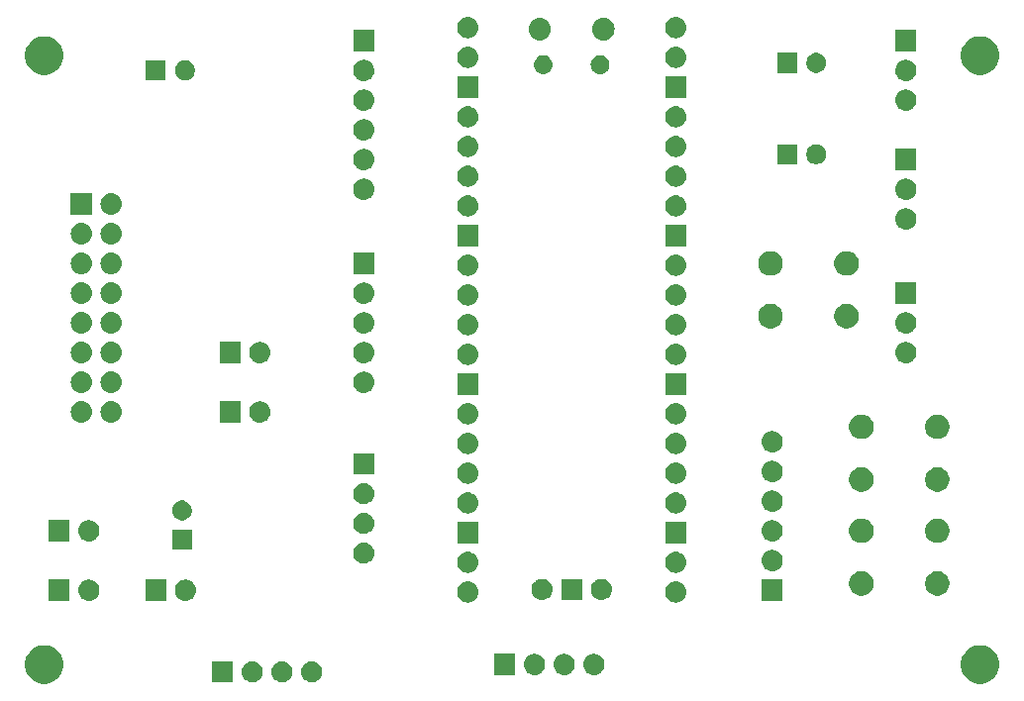
<source format=gbr>
G04 #@! TF.GenerationSoftware,KiCad,Pcbnew,5.0.2+dfsg1-1*
G04 #@! TF.CreationDate,2021-06-26T13:14:36+02:00*
G04 #@! TF.ProjectId,pico-hub75,7069636f-2d68-4756-9237-352e6b696361,rev?*
G04 #@! TF.SameCoordinates,Original*
G04 #@! TF.FileFunction,Soldermask,Bot*
G04 #@! TF.FilePolarity,Negative*
%FSLAX46Y46*%
G04 Gerber Fmt 4.6, Leading zero omitted, Abs format (unit mm)*
G04 Created by KiCad (PCBNEW 5.0.2+dfsg1-1) date sam. 26 juin 2021 13:14:36 CEST*
%MOMM*%
%LPD*%
G01*
G04 APERTURE LIST*
%ADD10C,0.100000*%
G04 APERTURE END LIST*
D10*
G36*
X236595256Y-107611298D02*
X236701579Y-107632447D01*
X237002042Y-107756903D01*
X237268852Y-107935180D01*
X237272454Y-107937587D01*
X237502413Y-108167546D01*
X237502415Y-108167549D01*
X237683097Y-108437958D01*
X237798685Y-108717011D01*
X237807553Y-108738422D01*
X237863276Y-109018557D01*
X237871000Y-109057391D01*
X237871000Y-109382609D01*
X237807553Y-109701579D01*
X237683097Y-110002042D01*
X237549846Y-110201466D01*
X237502413Y-110272454D01*
X237272454Y-110502413D01*
X237272451Y-110502415D01*
X237002042Y-110683097D01*
X236701579Y-110807553D01*
X236595256Y-110828702D01*
X236382611Y-110871000D01*
X236057389Y-110871000D01*
X235844744Y-110828702D01*
X235738421Y-110807553D01*
X235437958Y-110683097D01*
X235167549Y-110502415D01*
X235167546Y-110502413D01*
X234937587Y-110272454D01*
X234890154Y-110201466D01*
X234756903Y-110002042D01*
X234632447Y-109701579D01*
X234569000Y-109382609D01*
X234569000Y-109057391D01*
X234576725Y-109018557D01*
X234632447Y-108738422D01*
X234641316Y-108717011D01*
X234756903Y-108437958D01*
X234937585Y-108167549D01*
X234937587Y-108167546D01*
X235167546Y-107937587D01*
X235171148Y-107935180D01*
X235437958Y-107756903D01*
X235738421Y-107632447D01*
X235844744Y-107611298D01*
X236057389Y-107569000D01*
X236382611Y-107569000D01*
X236595256Y-107611298D01*
X236595256Y-107611298D01*
G37*
G36*
X156585256Y-107611298D02*
X156691579Y-107632447D01*
X156992042Y-107756903D01*
X157258852Y-107935180D01*
X157262454Y-107937587D01*
X157492413Y-108167546D01*
X157492415Y-108167549D01*
X157673097Y-108437958D01*
X157788685Y-108717011D01*
X157797553Y-108738422D01*
X157853276Y-109018557D01*
X157861000Y-109057391D01*
X157861000Y-109382609D01*
X157797553Y-109701579D01*
X157673097Y-110002042D01*
X157539846Y-110201466D01*
X157492413Y-110272454D01*
X157262454Y-110502413D01*
X157262451Y-110502415D01*
X156992042Y-110683097D01*
X156691579Y-110807553D01*
X156585256Y-110828702D01*
X156372611Y-110871000D01*
X156047389Y-110871000D01*
X155834744Y-110828702D01*
X155728421Y-110807553D01*
X155427958Y-110683097D01*
X155157549Y-110502415D01*
X155157546Y-110502413D01*
X154927587Y-110272454D01*
X154880154Y-110201466D01*
X154746903Y-110002042D01*
X154622447Y-109701579D01*
X154559000Y-109382609D01*
X154559000Y-109057391D01*
X154566725Y-109018557D01*
X154622447Y-108738422D01*
X154631316Y-108717011D01*
X154746903Y-108437958D01*
X154927585Y-108167549D01*
X154927587Y-108167546D01*
X155157546Y-107937587D01*
X155161148Y-107935180D01*
X155427958Y-107756903D01*
X155728421Y-107632447D01*
X155834744Y-107611298D01*
X156047389Y-107569000D01*
X156372611Y-107569000D01*
X156585256Y-107611298D01*
X156585256Y-107611298D01*
G37*
G36*
X176640443Y-108960519D02*
X176706627Y-108967037D01*
X176819853Y-109001384D01*
X176876467Y-109018557D01*
X176949115Y-109057389D01*
X177032991Y-109102222D01*
X177068729Y-109131552D01*
X177170186Y-109214814D01*
X177253448Y-109316271D01*
X177282778Y-109352009D01*
X177282779Y-109352011D01*
X177366443Y-109508533D01*
X177366443Y-109508534D01*
X177417963Y-109678373D01*
X177435359Y-109855000D01*
X177417963Y-110031627D01*
X177410435Y-110056443D01*
X177366443Y-110201467D01*
X177328499Y-110272454D01*
X177282778Y-110357991D01*
X177253448Y-110393729D01*
X177170186Y-110495186D01*
X177068729Y-110578448D01*
X177032991Y-110607778D01*
X177032989Y-110607779D01*
X176876467Y-110691443D01*
X176819853Y-110708616D01*
X176706627Y-110742963D01*
X176640442Y-110749482D01*
X176574260Y-110756000D01*
X176485740Y-110756000D01*
X176419558Y-110749482D01*
X176353373Y-110742963D01*
X176240147Y-110708616D01*
X176183533Y-110691443D01*
X176027011Y-110607779D01*
X176027009Y-110607778D01*
X175991271Y-110578448D01*
X175889814Y-110495186D01*
X175806552Y-110393729D01*
X175777222Y-110357991D01*
X175731501Y-110272454D01*
X175693557Y-110201467D01*
X175649565Y-110056443D01*
X175642037Y-110031627D01*
X175624641Y-109855000D01*
X175642037Y-109678373D01*
X175693557Y-109508534D01*
X175693557Y-109508533D01*
X175777221Y-109352011D01*
X175777222Y-109352009D01*
X175806552Y-109316271D01*
X175889814Y-109214814D01*
X175991271Y-109131552D01*
X176027009Y-109102222D01*
X176110885Y-109057389D01*
X176183533Y-109018557D01*
X176240147Y-109001384D01*
X176353373Y-108967037D01*
X176419557Y-108960519D01*
X176485740Y-108954000D01*
X176574260Y-108954000D01*
X176640443Y-108960519D01*
X176640443Y-108960519D01*
G37*
G36*
X172351000Y-110756000D02*
X170549000Y-110756000D01*
X170549000Y-108954000D01*
X172351000Y-108954000D01*
X172351000Y-110756000D01*
X172351000Y-110756000D01*
G37*
G36*
X174100443Y-108960519D02*
X174166627Y-108967037D01*
X174279853Y-109001384D01*
X174336467Y-109018557D01*
X174409115Y-109057389D01*
X174492991Y-109102222D01*
X174528729Y-109131552D01*
X174630186Y-109214814D01*
X174713448Y-109316271D01*
X174742778Y-109352009D01*
X174742779Y-109352011D01*
X174826443Y-109508533D01*
X174826443Y-109508534D01*
X174877963Y-109678373D01*
X174895359Y-109855000D01*
X174877963Y-110031627D01*
X174870435Y-110056443D01*
X174826443Y-110201467D01*
X174788499Y-110272454D01*
X174742778Y-110357991D01*
X174713448Y-110393729D01*
X174630186Y-110495186D01*
X174528729Y-110578448D01*
X174492991Y-110607778D01*
X174492989Y-110607779D01*
X174336467Y-110691443D01*
X174279853Y-110708616D01*
X174166627Y-110742963D01*
X174100442Y-110749482D01*
X174034260Y-110756000D01*
X173945740Y-110756000D01*
X173879558Y-110749482D01*
X173813373Y-110742963D01*
X173700147Y-110708616D01*
X173643533Y-110691443D01*
X173487011Y-110607779D01*
X173487009Y-110607778D01*
X173451271Y-110578448D01*
X173349814Y-110495186D01*
X173266552Y-110393729D01*
X173237222Y-110357991D01*
X173191501Y-110272454D01*
X173153557Y-110201467D01*
X173109565Y-110056443D01*
X173102037Y-110031627D01*
X173084641Y-109855000D01*
X173102037Y-109678373D01*
X173153557Y-109508534D01*
X173153557Y-109508533D01*
X173237221Y-109352011D01*
X173237222Y-109352009D01*
X173266552Y-109316271D01*
X173349814Y-109214814D01*
X173451271Y-109131552D01*
X173487009Y-109102222D01*
X173570885Y-109057389D01*
X173643533Y-109018557D01*
X173700147Y-109001384D01*
X173813373Y-108967037D01*
X173879557Y-108960519D01*
X173945740Y-108954000D01*
X174034260Y-108954000D01*
X174100443Y-108960519D01*
X174100443Y-108960519D01*
G37*
G36*
X179180443Y-108960519D02*
X179246627Y-108967037D01*
X179359853Y-109001384D01*
X179416467Y-109018557D01*
X179489115Y-109057389D01*
X179572991Y-109102222D01*
X179608729Y-109131552D01*
X179710186Y-109214814D01*
X179793448Y-109316271D01*
X179822778Y-109352009D01*
X179822779Y-109352011D01*
X179906443Y-109508533D01*
X179906443Y-109508534D01*
X179957963Y-109678373D01*
X179975359Y-109855000D01*
X179957963Y-110031627D01*
X179950435Y-110056443D01*
X179906443Y-110201467D01*
X179868499Y-110272454D01*
X179822778Y-110357991D01*
X179793448Y-110393729D01*
X179710186Y-110495186D01*
X179608729Y-110578448D01*
X179572991Y-110607778D01*
X179572989Y-110607779D01*
X179416467Y-110691443D01*
X179359853Y-110708616D01*
X179246627Y-110742963D01*
X179180442Y-110749482D01*
X179114260Y-110756000D01*
X179025740Y-110756000D01*
X178959558Y-110749482D01*
X178893373Y-110742963D01*
X178780147Y-110708616D01*
X178723533Y-110691443D01*
X178567011Y-110607779D01*
X178567009Y-110607778D01*
X178531271Y-110578448D01*
X178429814Y-110495186D01*
X178346552Y-110393729D01*
X178317222Y-110357991D01*
X178271501Y-110272454D01*
X178233557Y-110201467D01*
X178189565Y-110056443D01*
X178182037Y-110031627D01*
X178164641Y-109855000D01*
X178182037Y-109678373D01*
X178233557Y-109508534D01*
X178233557Y-109508533D01*
X178317221Y-109352011D01*
X178317222Y-109352009D01*
X178346552Y-109316271D01*
X178429814Y-109214814D01*
X178531271Y-109131552D01*
X178567009Y-109102222D01*
X178650885Y-109057389D01*
X178723533Y-109018557D01*
X178780147Y-109001384D01*
X178893373Y-108967037D01*
X178959557Y-108960519D01*
X179025740Y-108954000D01*
X179114260Y-108954000D01*
X179180443Y-108960519D01*
X179180443Y-108960519D01*
G37*
G36*
X196481000Y-110121000D02*
X194679000Y-110121000D01*
X194679000Y-108319000D01*
X196481000Y-108319000D01*
X196481000Y-110121000D01*
X196481000Y-110121000D01*
G37*
G36*
X198230443Y-108325519D02*
X198296627Y-108332037D01*
X198409853Y-108366384D01*
X198466467Y-108383557D01*
X198568246Y-108437960D01*
X198622991Y-108467222D01*
X198658729Y-108496552D01*
X198760186Y-108579814D01*
X198843448Y-108681271D01*
X198872778Y-108717009D01*
X198872779Y-108717011D01*
X198956443Y-108873533D01*
X198956443Y-108873534D01*
X199007963Y-109043373D01*
X199025359Y-109220000D01*
X199007963Y-109396627D01*
X198974017Y-109508533D01*
X198956443Y-109566467D01*
X198896627Y-109678373D01*
X198872778Y-109722991D01*
X198843448Y-109758729D01*
X198760186Y-109860186D01*
X198658729Y-109943448D01*
X198622991Y-109972778D01*
X198622989Y-109972779D01*
X198466467Y-110056443D01*
X198409853Y-110073616D01*
X198296627Y-110107963D01*
X198230443Y-110114481D01*
X198164260Y-110121000D01*
X198075740Y-110121000D01*
X198009557Y-110114481D01*
X197943373Y-110107963D01*
X197830147Y-110073616D01*
X197773533Y-110056443D01*
X197617011Y-109972779D01*
X197617009Y-109972778D01*
X197581271Y-109943448D01*
X197479814Y-109860186D01*
X197396552Y-109758729D01*
X197367222Y-109722991D01*
X197343373Y-109678373D01*
X197283557Y-109566467D01*
X197265983Y-109508533D01*
X197232037Y-109396627D01*
X197214641Y-109220000D01*
X197232037Y-109043373D01*
X197283557Y-108873534D01*
X197283557Y-108873533D01*
X197367221Y-108717011D01*
X197367222Y-108717009D01*
X197396552Y-108681271D01*
X197479814Y-108579814D01*
X197581271Y-108496552D01*
X197617009Y-108467222D01*
X197671754Y-108437960D01*
X197773533Y-108383557D01*
X197830147Y-108366384D01*
X197943373Y-108332037D01*
X198009557Y-108325519D01*
X198075740Y-108319000D01*
X198164260Y-108319000D01*
X198230443Y-108325519D01*
X198230443Y-108325519D01*
G37*
G36*
X200770443Y-108325519D02*
X200836627Y-108332037D01*
X200949853Y-108366384D01*
X201006467Y-108383557D01*
X201108246Y-108437960D01*
X201162991Y-108467222D01*
X201198729Y-108496552D01*
X201300186Y-108579814D01*
X201383448Y-108681271D01*
X201412778Y-108717009D01*
X201412779Y-108717011D01*
X201496443Y-108873533D01*
X201496443Y-108873534D01*
X201547963Y-109043373D01*
X201565359Y-109220000D01*
X201547963Y-109396627D01*
X201514017Y-109508533D01*
X201496443Y-109566467D01*
X201436627Y-109678373D01*
X201412778Y-109722991D01*
X201383448Y-109758729D01*
X201300186Y-109860186D01*
X201198729Y-109943448D01*
X201162991Y-109972778D01*
X201162989Y-109972779D01*
X201006467Y-110056443D01*
X200949853Y-110073616D01*
X200836627Y-110107963D01*
X200770443Y-110114481D01*
X200704260Y-110121000D01*
X200615740Y-110121000D01*
X200549557Y-110114481D01*
X200483373Y-110107963D01*
X200370147Y-110073616D01*
X200313533Y-110056443D01*
X200157011Y-109972779D01*
X200157009Y-109972778D01*
X200121271Y-109943448D01*
X200019814Y-109860186D01*
X199936552Y-109758729D01*
X199907222Y-109722991D01*
X199883373Y-109678373D01*
X199823557Y-109566467D01*
X199805983Y-109508533D01*
X199772037Y-109396627D01*
X199754641Y-109220000D01*
X199772037Y-109043373D01*
X199823557Y-108873534D01*
X199823557Y-108873533D01*
X199907221Y-108717011D01*
X199907222Y-108717009D01*
X199936552Y-108681271D01*
X200019814Y-108579814D01*
X200121271Y-108496552D01*
X200157009Y-108467222D01*
X200211754Y-108437960D01*
X200313533Y-108383557D01*
X200370147Y-108366384D01*
X200483373Y-108332037D01*
X200549557Y-108325519D01*
X200615740Y-108319000D01*
X200704260Y-108319000D01*
X200770443Y-108325519D01*
X200770443Y-108325519D01*
G37*
G36*
X203310443Y-108325519D02*
X203376627Y-108332037D01*
X203489853Y-108366384D01*
X203546467Y-108383557D01*
X203648246Y-108437960D01*
X203702991Y-108467222D01*
X203738729Y-108496552D01*
X203840186Y-108579814D01*
X203923448Y-108681271D01*
X203952778Y-108717009D01*
X203952779Y-108717011D01*
X204036443Y-108873533D01*
X204036443Y-108873534D01*
X204087963Y-109043373D01*
X204105359Y-109220000D01*
X204087963Y-109396627D01*
X204054017Y-109508533D01*
X204036443Y-109566467D01*
X203976627Y-109678373D01*
X203952778Y-109722991D01*
X203923448Y-109758729D01*
X203840186Y-109860186D01*
X203738729Y-109943448D01*
X203702991Y-109972778D01*
X203702989Y-109972779D01*
X203546467Y-110056443D01*
X203489853Y-110073616D01*
X203376627Y-110107963D01*
X203310443Y-110114481D01*
X203244260Y-110121000D01*
X203155740Y-110121000D01*
X203089557Y-110114481D01*
X203023373Y-110107963D01*
X202910147Y-110073616D01*
X202853533Y-110056443D01*
X202697011Y-109972779D01*
X202697009Y-109972778D01*
X202661271Y-109943448D01*
X202559814Y-109860186D01*
X202476552Y-109758729D01*
X202447222Y-109722991D01*
X202423373Y-109678373D01*
X202363557Y-109566467D01*
X202345983Y-109508533D01*
X202312037Y-109396627D01*
X202294641Y-109220000D01*
X202312037Y-109043373D01*
X202363557Y-108873534D01*
X202363557Y-108873533D01*
X202447221Y-108717011D01*
X202447222Y-108717009D01*
X202476552Y-108681271D01*
X202559814Y-108579814D01*
X202661271Y-108496552D01*
X202697009Y-108467222D01*
X202751754Y-108437960D01*
X202853533Y-108383557D01*
X202910147Y-108366384D01*
X203023373Y-108332037D01*
X203089557Y-108325519D01*
X203155740Y-108319000D01*
X203244260Y-108319000D01*
X203310443Y-108325519D01*
X203310443Y-108325519D01*
G37*
G36*
X210295442Y-102135518D02*
X210361627Y-102142037D01*
X210474853Y-102176384D01*
X210531467Y-102193557D01*
X210670087Y-102267652D01*
X210687991Y-102277222D01*
X210712101Y-102297009D01*
X210825186Y-102389814D01*
X210908448Y-102491271D01*
X210937778Y-102527009D01*
X210937779Y-102527011D01*
X211021443Y-102683533D01*
X211021443Y-102683534D01*
X211072963Y-102853373D01*
X211090359Y-103030000D01*
X211072963Y-103206627D01*
X211068486Y-103221385D01*
X211021443Y-103376467D01*
X210987384Y-103440186D01*
X210937778Y-103532991D01*
X210921539Y-103552778D01*
X210825186Y-103670186D01*
X210723729Y-103753448D01*
X210687991Y-103782778D01*
X210687989Y-103782779D01*
X210531467Y-103866443D01*
X210474853Y-103883616D01*
X210361627Y-103917963D01*
X210295443Y-103924481D01*
X210229260Y-103931000D01*
X210140740Y-103931000D01*
X210074558Y-103924482D01*
X210008373Y-103917963D01*
X209895147Y-103883616D01*
X209838533Y-103866443D01*
X209682011Y-103782779D01*
X209682009Y-103782778D01*
X209646271Y-103753448D01*
X209544814Y-103670186D01*
X209448461Y-103552778D01*
X209432222Y-103532991D01*
X209382616Y-103440186D01*
X209348557Y-103376467D01*
X209301514Y-103221385D01*
X209297037Y-103206627D01*
X209279641Y-103030000D01*
X209297037Y-102853373D01*
X209348557Y-102683534D01*
X209348557Y-102683533D01*
X209432221Y-102527011D01*
X209432222Y-102527009D01*
X209461552Y-102491271D01*
X209544814Y-102389814D01*
X209657899Y-102297009D01*
X209682009Y-102277222D01*
X209699913Y-102267652D01*
X209838533Y-102193557D01*
X209895147Y-102176384D01*
X210008373Y-102142037D01*
X210074558Y-102135518D01*
X210140740Y-102129000D01*
X210229260Y-102129000D01*
X210295442Y-102135518D01*
X210295442Y-102135518D01*
G37*
G36*
X192515442Y-102135518D02*
X192581627Y-102142037D01*
X192694853Y-102176384D01*
X192751467Y-102193557D01*
X192890087Y-102267652D01*
X192907991Y-102277222D01*
X192932101Y-102297009D01*
X193045186Y-102389814D01*
X193128448Y-102491271D01*
X193157778Y-102527009D01*
X193157779Y-102527011D01*
X193241443Y-102683533D01*
X193241443Y-102683534D01*
X193292963Y-102853373D01*
X193310359Y-103030000D01*
X193292963Y-103206627D01*
X193288486Y-103221385D01*
X193241443Y-103376467D01*
X193207384Y-103440186D01*
X193157778Y-103532991D01*
X193141539Y-103552778D01*
X193045186Y-103670186D01*
X192943729Y-103753448D01*
X192907991Y-103782778D01*
X192907989Y-103782779D01*
X192751467Y-103866443D01*
X192694853Y-103883616D01*
X192581627Y-103917963D01*
X192515443Y-103924481D01*
X192449260Y-103931000D01*
X192360740Y-103931000D01*
X192294558Y-103924482D01*
X192228373Y-103917963D01*
X192115147Y-103883616D01*
X192058533Y-103866443D01*
X191902011Y-103782779D01*
X191902009Y-103782778D01*
X191866271Y-103753448D01*
X191764814Y-103670186D01*
X191668461Y-103552778D01*
X191652222Y-103532991D01*
X191602616Y-103440186D01*
X191568557Y-103376467D01*
X191521514Y-103221385D01*
X191517037Y-103206627D01*
X191499641Y-103030000D01*
X191517037Y-102853373D01*
X191568557Y-102683534D01*
X191568557Y-102683533D01*
X191652221Y-102527011D01*
X191652222Y-102527009D01*
X191681552Y-102491271D01*
X191764814Y-102389814D01*
X191877899Y-102297009D01*
X191902009Y-102277222D01*
X191919913Y-102267652D01*
X192058533Y-102193557D01*
X192115147Y-102176384D01*
X192228373Y-102142037D01*
X192294558Y-102135518D01*
X192360740Y-102129000D01*
X192449260Y-102129000D01*
X192515442Y-102135518D01*
X192515442Y-102135518D01*
G37*
G36*
X166636000Y-103771000D02*
X164834000Y-103771000D01*
X164834000Y-101969000D01*
X166636000Y-101969000D01*
X166636000Y-103771000D01*
X166636000Y-103771000D01*
G37*
G36*
X168385442Y-101975518D02*
X168451627Y-101982037D01*
X168564853Y-102016384D01*
X168621467Y-102033557D01*
X168760087Y-102107652D01*
X168777991Y-102117222D01*
X168792342Y-102129000D01*
X168915186Y-102229814D01*
X168970332Y-102297011D01*
X169027778Y-102367009D01*
X169027779Y-102367011D01*
X169111443Y-102523533D01*
X169111443Y-102523534D01*
X169162963Y-102693373D01*
X169180359Y-102870000D01*
X169162963Y-103046627D01*
X169132677Y-103146466D01*
X169111443Y-103216467D01*
X169108814Y-103221385D01*
X169027778Y-103372991D01*
X169024926Y-103376466D01*
X168915186Y-103510186D01*
X168813729Y-103593448D01*
X168777991Y-103622778D01*
X168777989Y-103622779D01*
X168621467Y-103706443D01*
X168564853Y-103723616D01*
X168451627Y-103757963D01*
X168385443Y-103764481D01*
X168319260Y-103771000D01*
X168230740Y-103771000D01*
X168164557Y-103764481D01*
X168098373Y-103757963D01*
X167985147Y-103723616D01*
X167928533Y-103706443D01*
X167772011Y-103622779D01*
X167772009Y-103622778D01*
X167736271Y-103593448D01*
X167634814Y-103510186D01*
X167525074Y-103376466D01*
X167522222Y-103372991D01*
X167441186Y-103221385D01*
X167438557Y-103216467D01*
X167417323Y-103146466D01*
X167387037Y-103046627D01*
X167369641Y-102870000D01*
X167387037Y-102693373D01*
X167438557Y-102523534D01*
X167438557Y-102523533D01*
X167522221Y-102367011D01*
X167522222Y-102367009D01*
X167579668Y-102297011D01*
X167634814Y-102229814D01*
X167757658Y-102129000D01*
X167772009Y-102117222D01*
X167789913Y-102107652D01*
X167928533Y-102033557D01*
X167985147Y-102016384D01*
X168098373Y-101982037D01*
X168164558Y-101975518D01*
X168230740Y-101969000D01*
X168319260Y-101969000D01*
X168385442Y-101975518D01*
X168385442Y-101975518D01*
G37*
G36*
X219341000Y-103771000D02*
X217539000Y-103771000D01*
X217539000Y-101969000D01*
X219341000Y-101969000D01*
X219341000Y-103771000D01*
X219341000Y-103771000D01*
G37*
G36*
X158381000Y-103771000D02*
X156579000Y-103771000D01*
X156579000Y-101969000D01*
X158381000Y-101969000D01*
X158381000Y-103771000D01*
X158381000Y-103771000D01*
G37*
G36*
X160130442Y-101975518D02*
X160196627Y-101982037D01*
X160309853Y-102016384D01*
X160366467Y-102033557D01*
X160505087Y-102107652D01*
X160522991Y-102117222D01*
X160537342Y-102129000D01*
X160660186Y-102229814D01*
X160715332Y-102297011D01*
X160772778Y-102367009D01*
X160772779Y-102367011D01*
X160856443Y-102523533D01*
X160856443Y-102523534D01*
X160907963Y-102693373D01*
X160925359Y-102870000D01*
X160907963Y-103046627D01*
X160877677Y-103146466D01*
X160856443Y-103216467D01*
X160853814Y-103221385D01*
X160772778Y-103372991D01*
X160769926Y-103376466D01*
X160660186Y-103510186D01*
X160558729Y-103593448D01*
X160522991Y-103622778D01*
X160522989Y-103622779D01*
X160366467Y-103706443D01*
X160309853Y-103723616D01*
X160196627Y-103757963D01*
X160130443Y-103764481D01*
X160064260Y-103771000D01*
X159975740Y-103771000D01*
X159909557Y-103764481D01*
X159843373Y-103757963D01*
X159730147Y-103723616D01*
X159673533Y-103706443D01*
X159517011Y-103622779D01*
X159517009Y-103622778D01*
X159481271Y-103593448D01*
X159379814Y-103510186D01*
X159270074Y-103376466D01*
X159267222Y-103372991D01*
X159186186Y-103221385D01*
X159183557Y-103216467D01*
X159162323Y-103146466D01*
X159132037Y-103046627D01*
X159114641Y-102870000D01*
X159132037Y-102693373D01*
X159183557Y-102523534D01*
X159183557Y-102523533D01*
X159267221Y-102367011D01*
X159267222Y-102367009D01*
X159324668Y-102297011D01*
X159379814Y-102229814D01*
X159502658Y-102129000D01*
X159517009Y-102117222D01*
X159534913Y-102107652D01*
X159673533Y-102033557D01*
X159730147Y-102016384D01*
X159843373Y-101982037D01*
X159909558Y-101975518D01*
X159975740Y-101969000D01*
X160064260Y-101969000D01*
X160130442Y-101975518D01*
X160130442Y-101975518D01*
G37*
G36*
X198865443Y-101905519D02*
X198931627Y-101912037D01*
X199044853Y-101946384D01*
X199101467Y-101963557D01*
X199232426Y-102033557D01*
X199257991Y-102047222D01*
X199293729Y-102076552D01*
X199395186Y-102159814D01*
X199452633Y-102229815D01*
X199507778Y-102297009D01*
X199507779Y-102297011D01*
X199591443Y-102453533D01*
X199591443Y-102453534D01*
X199642963Y-102623373D01*
X199660359Y-102800000D01*
X199642963Y-102976627D01*
X199621729Y-103046625D01*
X199591443Y-103146467D01*
X199551398Y-103221384D01*
X199507778Y-103302991D01*
X199478448Y-103338729D01*
X199395186Y-103440186D01*
X199309889Y-103510186D01*
X199257991Y-103552778D01*
X199257989Y-103552779D01*
X199101467Y-103636443D01*
X199044853Y-103653616D01*
X198931627Y-103687963D01*
X198865443Y-103694481D01*
X198799260Y-103701000D01*
X198710740Y-103701000D01*
X198644557Y-103694481D01*
X198578373Y-103687963D01*
X198465147Y-103653616D01*
X198408533Y-103636443D01*
X198252011Y-103552779D01*
X198252009Y-103552778D01*
X198200111Y-103510186D01*
X198114814Y-103440186D01*
X198031552Y-103338729D01*
X198002222Y-103302991D01*
X197958602Y-103221384D01*
X197918557Y-103146467D01*
X197888271Y-103046625D01*
X197867037Y-102976627D01*
X197849641Y-102800000D01*
X197867037Y-102623373D01*
X197918557Y-102453534D01*
X197918557Y-102453533D01*
X198002221Y-102297011D01*
X198002222Y-102297009D01*
X198057367Y-102229815D01*
X198114814Y-102159814D01*
X198216271Y-102076552D01*
X198252009Y-102047222D01*
X198277574Y-102033557D01*
X198408533Y-101963557D01*
X198465147Y-101946384D01*
X198578373Y-101912037D01*
X198644557Y-101905519D01*
X198710740Y-101899000D01*
X198799260Y-101899000D01*
X198865443Y-101905519D01*
X198865443Y-101905519D01*
G37*
G36*
X202196000Y-103701000D02*
X200394000Y-103701000D01*
X200394000Y-101899000D01*
X202196000Y-101899000D01*
X202196000Y-103701000D01*
X202196000Y-103701000D01*
G37*
G36*
X203945443Y-101905519D02*
X204011627Y-101912037D01*
X204124853Y-101946384D01*
X204181467Y-101963557D01*
X204312426Y-102033557D01*
X204337991Y-102047222D01*
X204373729Y-102076552D01*
X204475186Y-102159814D01*
X204532633Y-102229815D01*
X204587778Y-102297009D01*
X204587779Y-102297011D01*
X204671443Y-102453533D01*
X204671443Y-102453534D01*
X204722963Y-102623373D01*
X204740359Y-102800000D01*
X204722963Y-102976627D01*
X204701729Y-103046625D01*
X204671443Y-103146467D01*
X204631398Y-103221384D01*
X204587778Y-103302991D01*
X204558448Y-103338729D01*
X204475186Y-103440186D01*
X204389889Y-103510186D01*
X204337991Y-103552778D01*
X204337989Y-103552779D01*
X204181467Y-103636443D01*
X204124853Y-103653616D01*
X204011627Y-103687963D01*
X203945443Y-103694481D01*
X203879260Y-103701000D01*
X203790740Y-103701000D01*
X203724557Y-103694481D01*
X203658373Y-103687963D01*
X203545147Y-103653616D01*
X203488533Y-103636443D01*
X203332011Y-103552779D01*
X203332009Y-103552778D01*
X203280111Y-103510186D01*
X203194814Y-103440186D01*
X203111552Y-103338729D01*
X203082222Y-103302991D01*
X203038602Y-103221384D01*
X202998557Y-103146467D01*
X202968271Y-103046625D01*
X202947037Y-102976627D01*
X202929641Y-102800000D01*
X202947037Y-102623373D01*
X202998557Y-102453534D01*
X202998557Y-102453533D01*
X203082221Y-102297011D01*
X203082222Y-102297009D01*
X203137367Y-102229815D01*
X203194814Y-102159814D01*
X203296271Y-102076552D01*
X203332009Y-102047222D01*
X203357574Y-102033557D01*
X203488533Y-101963557D01*
X203545147Y-101946384D01*
X203658373Y-101912037D01*
X203724557Y-101905519D01*
X203790740Y-101899000D01*
X203879260Y-101899000D01*
X203945443Y-101905519D01*
X203945443Y-101905519D01*
G37*
G36*
X226366565Y-101279389D02*
X226557834Y-101358615D01*
X226729976Y-101473637D01*
X226876363Y-101620024D01*
X226991385Y-101792166D01*
X227070611Y-101983435D01*
X227111000Y-102186484D01*
X227111000Y-102393516D01*
X227070611Y-102596565D01*
X226991385Y-102787834D01*
X226876363Y-102959976D01*
X226729976Y-103106363D01*
X226557834Y-103221385D01*
X226366565Y-103300611D01*
X226163516Y-103341000D01*
X225956484Y-103341000D01*
X225753435Y-103300611D01*
X225562166Y-103221385D01*
X225390024Y-103106363D01*
X225243637Y-102959976D01*
X225128615Y-102787834D01*
X225049389Y-102596565D01*
X225009000Y-102393516D01*
X225009000Y-102186484D01*
X225049389Y-101983435D01*
X225128615Y-101792166D01*
X225243637Y-101620024D01*
X225390024Y-101473637D01*
X225562166Y-101358615D01*
X225753435Y-101279389D01*
X225956484Y-101239000D01*
X226163516Y-101239000D01*
X226366565Y-101279389D01*
X226366565Y-101279389D01*
G37*
G36*
X232866565Y-101279389D02*
X233057834Y-101358615D01*
X233229976Y-101473637D01*
X233376363Y-101620024D01*
X233491385Y-101792166D01*
X233570611Y-101983435D01*
X233611000Y-102186484D01*
X233611000Y-102393516D01*
X233570611Y-102596565D01*
X233491385Y-102787834D01*
X233376363Y-102959976D01*
X233229976Y-103106363D01*
X233057834Y-103221385D01*
X232866565Y-103300611D01*
X232663516Y-103341000D01*
X232456484Y-103341000D01*
X232253435Y-103300611D01*
X232062166Y-103221385D01*
X231890024Y-103106363D01*
X231743637Y-102959976D01*
X231628615Y-102787834D01*
X231549389Y-102596565D01*
X231509000Y-102393516D01*
X231509000Y-102186484D01*
X231549389Y-101983435D01*
X231628615Y-101792166D01*
X231743637Y-101620024D01*
X231890024Y-101473637D01*
X232062166Y-101358615D01*
X232253435Y-101279389D01*
X232456484Y-101239000D01*
X232663516Y-101239000D01*
X232866565Y-101279389D01*
X232866565Y-101279389D01*
G37*
G36*
X192515442Y-99595518D02*
X192581627Y-99602037D01*
X192694853Y-99636384D01*
X192751467Y-99653557D01*
X192829000Y-99695000D01*
X192907991Y-99737222D01*
X192943729Y-99766552D01*
X193045186Y-99849814D01*
X193128448Y-99951271D01*
X193157778Y-99987009D01*
X193157779Y-99987011D01*
X193241443Y-100143533D01*
X193241443Y-100143534D01*
X193292963Y-100313373D01*
X193310359Y-100490000D01*
X193292963Y-100666627D01*
X193289978Y-100676466D01*
X193241443Y-100836467D01*
X193169968Y-100970185D01*
X193157778Y-100992991D01*
X193128448Y-101028729D01*
X193045186Y-101130186D01*
X192943729Y-101213448D01*
X192907991Y-101242778D01*
X192907989Y-101242779D01*
X192751467Y-101326443D01*
X192694853Y-101343616D01*
X192581627Y-101377963D01*
X192515443Y-101384481D01*
X192449260Y-101391000D01*
X192360740Y-101391000D01*
X192294558Y-101384482D01*
X192228373Y-101377963D01*
X192115147Y-101343616D01*
X192058533Y-101326443D01*
X191902011Y-101242779D01*
X191902009Y-101242778D01*
X191866271Y-101213448D01*
X191764814Y-101130186D01*
X191681552Y-101028729D01*
X191652222Y-100992991D01*
X191640032Y-100970185D01*
X191568557Y-100836467D01*
X191520022Y-100676466D01*
X191517037Y-100666627D01*
X191499641Y-100490000D01*
X191517037Y-100313373D01*
X191568557Y-100143534D01*
X191568557Y-100143533D01*
X191652221Y-99987011D01*
X191652222Y-99987009D01*
X191681552Y-99951271D01*
X191764814Y-99849814D01*
X191866271Y-99766552D01*
X191902009Y-99737222D01*
X191981000Y-99695000D01*
X192058533Y-99653557D01*
X192115147Y-99636384D01*
X192228373Y-99602037D01*
X192294558Y-99595518D01*
X192360740Y-99589000D01*
X192449260Y-99589000D01*
X192515442Y-99595518D01*
X192515442Y-99595518D01*
G37*
G36*
X210295442Y-99595518D02*
X210361627Y-99602037D01*
X210474853Y-99636384D01*
X210531467Y-99653557D01*
X210609000Y-99695000D01*
X210687991Y-99737222D01*
X210723729Y-99766552D01*
X210825186Y-99849814D01*
X210908448Y-99951271D01*
X210937778Y-99987009D01*
X210937779Y-99987011D01*
X211021443Y-100143533D01*
X211021443Y-100143534D01*
X211072963Y-100313373D01*
X211090359Y-100490000D01*
X211072963Y-100666627D01*
X211069978Y-100676466D01*
X211021443Y-100836467D01*
X210949968Y-100970185D01*
X210937778Y-100992991D01*
X210908448Y-101028729D01*
X210825186Y-101130186D01*
X210723729Y-101213448D01*
X210687991Y-101242778D01*
X210687989Y-101242779D01*
X210531467Y-101326443D01*
X210474853Y-101343616D01*
X210361627Y-101377963D01*
X210295443Y-101384481D01*
X210229260Y-101391000D01*
X210140740Y-101391000D01*
X210074558Y-101384482D01*
X210008373Y-101377963D01*
X209895147Y-101343616D01*
X209838533Y-101326443D01*
X209682011Y-101242779D01*
X209682009Y-101242778D01*
X209646271Y-101213448D01*
X209544814Y-101130186D01*
X209461552Y-101028729D01*
X209432222Y-100992991D01*
X209420032Y-100970185D01*
X209348557Y-100836467D01*
X209300022Y-100676466D01*
X209297037Y-100666627D01*
X209279641Y-100490000D01*
X209297037Y-100313373D01*
X209348557Y-100143534D01*
X209348557Y-100143533D01*
X209432221Y-99987011D01*
X209432222Y-99987009D01*
X209461552Y-99951271D01*
X209544814Y-99849814D01*
X209646271Y-99766552D01*
X209682009Y-99737222D01*
X209761000Y-99695000D01*
X209838533Y-99653557D01*
X209895147Y-99636384D01*
X210008373Y-99602037D01*
X210074558Y-99595518D01*
X210140740Y-99589000D01*
X210229260Y-99589000D01*
X210295442Y-99595518D01*
X210295442Y-99595518D01*
G37*
G36*
X218550443Y-99435519D02*
X218616627Y-99442037D01*
X218729853Y-99476384D01*
X218786467Y-99493557D01*
X218925087Y-99567652D01*
X218942991Y-99577222D01*
X218957342Y-99589000D01*
X219080186Y-99689814D01*
X219163448Y-99791271D01*
X219192778Y-99827009D01*
X219192779Y-99827011D01*
X219276443Y-99983533D01*
X219276443Y-99983534D01*
X219327963Y-100153373D01*
X219345359Y-100330000D01*
X219327963Y-100506627D01*
X219320435Y-100531443D01*
X219276443Y-100676467D01*
X219202348Y-100815087D01*
X219192778Y-100832991D01*
X219189926Y-100836466D01*
X219080186Y-100970186D01*
X218978729Y-101053448D01*
X218942991Y-101082778D01*
X218942989Y-101082779D01*
X218786467Y-101166443D01*
X218729853Y-101183616D01*
X218616627Y-101217963D01*
X218550443Y-101224481D01*
X218484260Y-101231000D01*
X218395740Y-101231000D01*
X218329558Y-101224482D01*
X218263373Y-101217963D01*
X218150147Y-101183616D01*
X218093533Y-101166443D01*
X217937011Y-101082779D01*
X217937009Y-101082778D01*
X217901271Y-101053448D01*
X217799814Y-100970186D01*
X217690074Y-100836466D01*
X217687222Y-100832991D01*
X217677652Y-100815087D01*
X217603557Y-100676467D01*
X217559565Y-100531443D01*
X217552037Y-100506627D01*
X217534641Y-100330000D01*
X217552037Y-100153373D01*
X217603557Y-99983534D01*
X217603557Y-99983533D01*
X217687221Y-99827011D01*
X217687222Y-99827009D01*
X217716552Y-99791271D01*
X217799814Y-99689814D01*
X217922658Y-99589000D01*
X217937009Y-99577222D01*
X217954913Y-99567652D01*
X218093533Y-99493557D01*
X218150147Y-99476384D01*
X218263373Y-99442037D01*
X218329558Y-99435518D01*
X218395740Y-99429000D01*
X218484260Y-99429000D01*
X218550443Y-99435519D01*
X218550443Y-99435519D01*
G37*
G36*
X183625443Y-98800519D02*
X183691627Y-98807037D01*
X183803588Y-98841000D01*
X183861467Y-98858557D01*
X184000087Y-98932652D01*
X184017991Y-98942222D01*
X184053729Y-98971552D01*
X184155186Y-99054814D01*
X184238448Y-99156271D01*
X184267778Y-99192009D01*
X184267779Y-99192011D01*
X184351443Y-99348533D01*
X184351443Y-99348534D01*
X184402963Y-99518373D01*
X184420359Y-99695000D01*
X184402963Y-99871627D01*
X184369017Y-99983533D01*
X184351443Y-100041467D01*
X184296887Y-100143533D01*
X184267778Y-100197991D01*
X184238448Y-100233729D01*
X184155186Y-100335186D01*
X184053729Y-100418448D01*
X184017991Y-100447778D01*
X184017989Y-100447779D01*
X183861467Y-100531443D01*
X183804853Y-100548616D01*
X183691627Y-100582963D01*
X183625443Y-100589481D01*
X183559260Y-100596000D01*
X183470740Y-100596000D01*
X183404557Y-100589481D01*
X183338373Y-100582963D01*
X183225147Y-100548616D01*
X183168533Y-100531443D01*
X183012011Y-100447779D01*
X183012009Y-100447778D01*
X182976271Y-100418448D01*
X182874814Y-100335186D01*
X182791552Y-100233729D01*
X182762222Y-100197991D01*
X182733113Y-100143533D01*
X182678557Y-100041467D01*
X182660983Y-99983533D01*
X182627037Y-99871627D01*
X182609641Y-99695000D01*
X182627037Y-99518373D01*
X182678557Y-99348534D01*
X182678557Y-99348533D01*
X182762221Y-99192011D01*
X182762222Y-99192009D01*
X182791552Y-99156271D01*
X182874814Y-99054814D01*
X182976271Y-98971552D01*
X183012009Y-98942222D01*
X183029913Y-98932652D01*
X183168533Y-98858557D01*
X183226412Y-98841000D01*
X183338373Y-98807037D01*
X183404557Y-98800519D01*
X183470740Y-98794000D01*
X183559260Y-98794000D01*
X183625443Y-98800519D01*
X183625443Y-98800519D01*
G37*
G36*
X168821200Y-99403000D02*
X167119200Y-99403000D01*
X167119200Y-97701000D01*
X168821200Y-97701000D01*
X168821200Y-99403000D01*
X168821200Y-99403000D01*
G37*
G36*
X193306000Y-98851000D02*
X191504000Y-98851000D01*
X191504000Y-97049000D01*
X193306000Y-97049000D01*
X193306000Y-98851000D01*
X193306000Y-98851000D01*
G37*
G36*
X211086000Y-98851000D02*
X209284000Y-98851000D01*
X209284000Y-97049000D01*
X211086000Y-97049000D01*
X211086000Y-98851000D01*
X211086000Y-98851000D01*
G37*
G36*
X232866565Y-96779389D02*
X233057834Y-96858615D01*
X233229976Y-96973637D01*
X233376363Y-97120024D01*
X233491385Y-97292166D01*
X233570611Y-97483435D01*
X233611000Y-97686484D01*
X233611000Y-97893516D01*
X233570611Y-98096565D01*
X233491385Y-98287834D01*
X233376363Y-98459976D01*
X233229976Y-98606363D01*
X233057834Y-98721385D01*
X232866565Y-98800611D01*
X232663516Y-98841000D01*
X232456484Y-98841000D01*
X232253435Y-98800611D01*
X232062166Y-98721385D01*
X231890024Y-98606363D01*
X231743637Y-98459976D01*
X231628615Y-98287834D01*
X231549389Y-98096565D01*
X231509000Y-97893516D01*
X231509000Y-97686484D01*
X231549389Y-97483435D01*
X231628615Y-97292166D01*
X231743637Y-97120024D01*
X231890024Y-96973637D01*
X232062166Y-96858615D01*
X232253435Y-96779389D01*
X232456484Y-96739000D01*
X232663516Y-96739000D01*
X232866565Y-96779389D01*
X232866565Y-96779389D01*
G37*
G36*
X226366565Y-96779389D02*
X226557834Y-96858615D01*
X226729976Y-96973637D01*
X226876363Y-97120024D01*
X226991385Y-97292166D01*
X227070611Y-97483435D01*
X227111000Y-97686484D01*
X227111000Y-97893516D01*
X227070611Y-98096565D01*
X226991385Y-98287834D01*
X226876363Y-98459976D01*
X226729976Y-98606363D01*
X226557834Y-98721385D01*
X226366565Y-98800611D01*
X226163516Y-98841000D01*
X225956484Y-98841000D01*
X225753435Y-98800611D01*
X225562166Y-98721385D01*
X225390024Y-98606363D01*
X225243637Y-98459976D01*
X225128615Y-98287834D01*
X225049389Y-98096565D01*
X225009000Y-97893516D01*
X225009000Y-97686484D01*
X225049389Y-97483435D01*
X225128615Y-97292166D01*
X225243637Y-97120024D01*
X225390024Y-96973637D01*
X225562166Y-96858615D01*
X225753435Y-96779389D01*
X225956484Y-96739000D01*
X226163516Y-96739000D01*
X226366565Y-96779389D01*
X226366565Y-96779389D01*
G37*
G36*
X218550442Y-96895518D02*
X218616627Y-96902037D01*
X218729853Y-96936384D01*
X218786467Y-96953557D01*
X218925087Y-97027652D01*
X218942991Y-97037222D01*
X218957342Y-97049000D01*
X219080186Y-97149814D01*
X219163448Y-97251271D01*
X219192778Y-97287009D01*
X219192779Y-97287011D01*
X219276443Y-97443533D01*
X219276443Y-97443534D01*
X219327963Y-97613373D01*
X219345359Y-97790000D01*
X219327963Y-97966627D01*
X219320435Y-97991443D01*
X219276443Y-98136467D01*
X219202348Y-98275087D01*
X219192778Y-98292991D01*
X219163448Y-98328729D01*
X219080186Y-98430186D01*
X218978729Y-98513448D01*
X218942991Y-98542778D01*
X218942989Y-98542779D01*
X218786467Y-98626443D01*
X218729853Y-98643616D01*
X218616627Y-98677963D01*
X218550442Y-98684482D01*
X218484260Y-98691000D01*
X218395740Y-98691000D01*
X218329558Y-98684482D01*
X218263373Y-98677963D01*
X218150147Y-98643616D01*
X218093533Y-98626443D01*
X217937011Y-98542779D01*
X217937009Y-98542778D01*
X217901271Y-98513448D01*
X217799814Y-98430186D01*
X217716552Y-98328729D01*
X217687222Y-98292991D01*
X217677652Y-98275087D01*
X217603557Y-98136467D01*
X217559565Y-97991443D01*
X217552037Y-97966627D01*
X217534641Y-97790000D01*
X217552037Y-97613373D01*
X217603557Y-97443534D01*
X217603557Y-97443533D01*
X217687221Y-97287011D01*
X217687222Y-97287009D01*
X217716552Y-97251271D01*
X217799814Y-97149814D01*
X217922658Y-97049000D01*
X217937009Y-97037222D01*
X217954913Y-97027652D01*
X218093533Y-96953557D01*
X218150147Y-96936384D01*
X218263373Y-96902037D01*
X218329558Y-96895518D01*
X218395740Y-96889000D01*
X218484260Y-96889000D01*
X218550442Y-96895518D01*
X218550442Y-96895518D01*
G37*
G36*
X160130442Y-96895518D02*
X160196627Y-96902037D01*
X160309853Y-96936384D01*
X160366467Y-96953557D01*
X160505087Y-97027652D01*
X160522991Y-97037222D01*
X160537342Y-97049000D01*
X160660186Y-97149814D01*
X160743448Y-97251271D01*
X160772778Y-97287009D01*
X160772779Y-97287011D01*
X160856443Y-97443533D01*
X160856443Y-97443534D01*
X160907963Y-97613373D01*
X160925359Y-97790000D01*
X160907963Y-97966627D01*
X160900435Y-97991443D01*
X160856443Y-98136467D01*
X160782348Y-98275087D01*
X160772778Y-98292991D01*
X160743448Y-98328729D01*
X160660186Y-98430186D01*
X160558729Y-98513448D01*
X160522991Y-98542778D01*
X160522989Y-98542779D01*
X160366467Y-98626443D01*
X160309853Y-98643616D01*
X160196627Y-98677963D01*
X160130442Y-98684482D01*
X160064260Y-98691000D01*
X159975740Y-98691000D01*
X159909558Y-98684482D01*
X159843373Y-98677963D01*
X159730147Y-98643616D01*
X159673533Y-98626443D01*
X159517011Y-98542779D01*
X159517009Y-98542778D01*
X159481271Y-98513448D01*
X159379814Y-98430186D01*
X159296552Y-98328729D01*
X159267222Y-98292991D01*
X159257652Y-98275087D01*
X159183557Y-98136467D01*
X159139565Y-97991443D01*
X159132037Y-97966627D01*
X159114641Y-97790000D01*
X159132037Y-97613373D01*
X159183557Y-97443534D01*
X159183557Y-97443533D01*
X159267221Y-97287011D01*
X159267222Y-97287009D01*
X159296552Y-97251271D01*
X159379814Y-97149814D01*
X159502658Y-97049000D01*
X159517009Y-97037222D01*
X159534913Y-97027652D01*
X159673533Y-96953557D01*
X159730147Y-96936384D01*
X159843373Y-96902037D01*
X159909558Y-96895518D01*
X159975740Y-96889000D01*
X160064260Y-96889000D01*
X160130442Y-96895518D01*
X160130442Y-96895518D01*
G37*
G36*
X158381000Y-98691000D02*
X156579000Y-98691000D01*
X156579000Y-96889000D01*
X158381000Y-96889000D01*
X158381000Y-98691000D01*
X158381000Y-98691000D01*
G37*
G36*
X183625442Y-96260518D02*
X183691627Y-96267037D01*
X183801043Y-96300228D01*
X183861467Y-96318557D01*
X184000087Y-96392652D01*
X184017991Y-96402222D01*
X184053729Y-96431552D01*
X184155186Y-96514814D01*
X184220566Y-96594481D01*
X184267778Y-96652009D01*
X184267779Y-96652011D01*
X184351443Y-96808533D01*
X184351443Y-96808534D01*
X184402963Y-96978373D01*
X184420359Y-97155000D01*
X184402963Y-97331627D01*
X184369017Y-97443533D01*
X184351443Y-97501467D01*
X184291627Y-97613373D01*
X184267778Y-97657991D01*
X184238448Y-97693729D01*
X184155186Y-97795186D01*
X184053729Y-97878448D01*
X184017991Y-97907778D01*
X184017989Y-97907779D01*
X183861467Y-97991443D01*
X183804853Y-98008616D01*
X183691627Y-98042963D01*
X183625443Y-98049481D01*
X183559260Y-98056000D01*
X183470740Y-98056000D01*
X183404557Y-98049481D01*
X183338373Y-98042963D01*
X183225147Y-98008616D01*
X183168533Y-97991443D01*
X183012011Y-97907779D01*
X183012009Y-97907778D01*
X182976271Y-97878448D01*
X182874814Y-97795186D01*
X182791552Y-97693729D01*
X182762222Y-97657991D01*
X182738373Y-97613373D01*
X182678557Y-97501467D01*
X182660983Y-97443533D01*
X182627037Y-97331627D01*
X182609641Y-97155000D01*
X182627037Y-96978373D01*
X182678557Y-96808534D01*
X182678557Y-96808533D01*
X182762221Y-96652011D01*
X182762222Y-96652009D01*
X182809434Y-96594481D01*
X182874814Y-96514814D01*
X182976271Y-96431552D01*
X183012009Y-96402222D01*
X183029913Y-96392652D01*
X183168533Y-96318557D01*
X183228957Y-96300228D01*
X183338373Y-96267037D01*
X183404558Y-96260518D01*
X183470740Y-96254000D01*
X183559260Y-96254000D01*
X183625442Y-96260518D01*
X183625442Y-96260518D01*
G37*
G36*
X168218428Y-95233703D02*
X168373300Y-95297853D01*
X168512681Y-95390985D01*
X168631215Y-95509519D01*
X168724347Y-95648900D01*
X168788497Y-95803772D01*
X168821200Y-95968184D01*
X168821200Y-96135816D01*
X168788497Y-96300228D01*
X168724347Y-96455100D01*
X168631215Y-96594481D01*
X168512681Y-96713015D01*
X168373300Y-96806147D01*
X168218428Y-96870297D01*
X168054016Y-96903000D01*
X167886384Y-96903000D01*
X167721972Y-96870297D01*
X167567100Y-96806147D01*
X167427719Y-96713015D01*
X167309185Y-96594481D01*
X167216053Y-96455100D01*
X167151903Y-96300228D01*
X167119200Y-96135816D01*
X167119200Y-95968184D01*
X167151903Y-95803772D01*
X167216053Y-95648900D01*
X167309185Y-95509519D01*
X167427719Y-95390985D01*
X167567100Y-95297853D01*
X167721972Y-95233703D01*
X167886384Y-95201000D01*
X168054016Y-95201000D01*
X168218428Y-95233703D01*
X168218428Y-95233703D01*
G37*
G36*
X210295443Y-94515519D02*
X210361627Y-94522037D01*
X210474853Y-94556384D01*
X210531467Y-94573557D01*
X210609000Y-94615000D01*
X210687991Y-94657222D01*
X210723729Y-94686552D01*
X210825186Y-94769814D01*
X210908448Y-94871271D01*
X210937778Y-94907009D01*
X210937779Y-94907011D01*
X211021443Y-95063533D01*
X211021443Y-95063534D01*
X211072963Y-95233373D01*
X211090359Y-95410000D01*
X211072963Y-95586627D01*
X211038616Y-95699853D01*
X211021443Y-95756467D01*
X210949968Y-95890185D01*
X210937778Y-95912991D01*
X210908448Y-95948729D01*
X210825186Y-96050186D01*
X210723729Y-96133448D01*
X210687991Y-96162778D01*
X210687989Y-96162779D01*
X210531467Y-96246443D01*
X210506554Y-96254000D01*
X210361627Y-96297963D01*
X210295442Y-96304482D01*
X210229260Y-96311000D01*
X210140740Y-96311000D01*
X210074558Y-96304482D01*
X210008373Y-96297963D01*
X209863446Y-96254000D01*
X209838533Y-96246443D01*
X209682011Y-96162779D01*
X209682009Y-96162778D01*
X209646271Y-96133448D01*
X209544814Y-96050186D01*
X209461552Y-95948729D01*
X209432222Y-95912991D01*
X209420032Y-95890185D01*
X209348557Y-95756467D01*
X209331384Y-95699853D01*
X209297037Y-95586627D01*
X209279641Y-95410000D01*
X209297037Y-95233373D01*
X209348557Y-95063534D01*
X209348557Y-95063533D01*
X209432221Y-94907011D01*
X209432222Y-94907009D01*
X209461552Y-94871271D01*
X209544814Y-94769814D01*
X209646271Y-94686552D01*
X209682009Y-94657222D01*
X209761000Y-94615000D01*
X209838533Y-94573557D01*
X209895147Y-94556384D01*
X210008373Y-94522037D01*
X210074557Y-94515519D01*
X210140740Y-94509000D01*
X210229260Y-94509000D01*
X210295443Y-94515519D01*
X210295443Y-94515519D01*
G37*
G36*
X192515443Y-94515519D02*
X192581627Y-94522037D01*
X192694853Y-94556384D01*
X192751467Y-94573557D01*
X192829000Y-94615000D01*
X192907991Y-94657222D01*
X192943729Y-94686552D01*
X193045186Y-94769814D01*
X193128448Y-94871271D01*
X193157778Y-94907009D01*
X193157779Y-94907011D01*
X193241443Y-95063533D01*
X193241443Y-95063534D01*
X193292963Y-95233373D01*
X193310359Y-95410000D01*
X193292963Y-95586627D01*
X193258616Y-95699853D01*
X193241443Y-95756467D01*
X193169968Y-95890185D01*
X193157778Y-95912991D01*
X193128448Y-95948729D01*
X193045186Y-96050186D01*
X192943729Y-96133448D01*
X192907991Y-96162778D01*
X192907989Y-96162779D01*
X192751467Y-96246443D01*
X192726554Y-96254000D01*
X192581627Y-96297963D01*
X192515442Y-96304482D01*
X192449260Y-96311000D01*
X192360740Y-96311000D01*
X192294558Y-96304482D01*
X192228373Y-96297963D01*
X192083446Y-96254000D01*
X192058533Y-96246443D01*
X191902011Y-96162779D01*
X191902009Y-96162778D01*
X191866271Y-96133448D01*
X191764814Y-96050186D01*
X191681552Y-95948729D01*
X191652222Y-95912991D01*
X191640032Y-95890185D01*
X191568557Y-95756467D01*
X191551384Y-95699853D01*
X191517037Y-95586627D01*
X191499641Y-95410000D01*
X191517037Y-95233373D01*
X191568557Y-95063534D01*
X191568557Y-95063533D01*
X191652221Y-94907011D01*
X191652222Y-94907009D01*
X191681552Y-94871271D01*
X191764814Y-94769814D01*
X191866271Y-94686552D01*
X191902009Y-94657222D01*
X191981000Y-94615000D01*
X192058533Y-94573557D01*
X192115147Y-94556384D01*
X192228373Y-94522037D01*
X192294557Y-94515519D01*
X192360740Y-94509000D01*
X192449260Y-94509000D01*
X192515443Y-94515519D01*
X192515443Y-94515519D01*
G37*
G36*
X218550442Y-94355518D02*
X218616627Y-94362037D01*
X218729853Y-94396384D01*
X218786467Y-94413557D01*
X218925087Y-94487652D01*
X218942991Y-94497222D01*
X218957342Y-94509000D01*
X219080186Y-94609814D01*
X219163448Y-94711271D01*
X219192778Y-94747009D01*
X219192779Y-94747011D01*
X219276443Y-94903533D01*
X219276443Y-94903534D01*
X219327963Y-95073373D01*
X219345359Y-95250000D01*
X219327963Y-95426627D01*
X219320435Y-95451443D01*
X219276443Y-95596467D01*
X219202348Y-95735087D01*
X219192778Y-95752991D01*
X219189926Y-95756466D01*
X219080186Y-95890186D01*
X218985144Y-95968184D01*
X218942991Y-96002778D01*
X218942989Y-96002779D01*
X218786467Y-96086443D01*
X218729853Y-96103616D01*
X218616627Y-96137963D01*
X218550443Y-96144481D01*
X218484260Y-96151000D01*
X218395740Y-96151000D01*
X218329558Y-96144482D01*
X218263373Y-96137963D01*
X218150147Y-96103616D01*
X218093533Y-96086443D01*
X217937011Y-96002779D01*
X217937009Y-96002778D01*
X217894856Y-95968184D01*
X217799814Y-95890186D01*
X217690074Y-95756466D01*
X217687222Y-95752991D01*
X217677652Y-95735087D01*
X217603557Y-95596467D01*
X217559565Y-95451443D01*
X217552037Y-95426627D01*
X217534641Y-95250000D01*
X217552037Y-95073373D01*
X217603557Y-94903534D01*
X217603557Y-94903533D01*
X217687221Y-94747011D01*
X217687222Y-94747009D01*
X217716552Y-94711271D01*
X217799814Y-94609814D01*
X217922658Y-94509000D01*
X217937009Y-94497222D01*
X217954913Y-94487652D01*
X218093533Y-94413557D01*
X218150147Y-94396384D01*
X218263373Y-94362037D01*
X218329557Y-94355519D01*
X218395740Y-94349000D01*
X218484260Y-94349000D01*
X218550442Y-94355518D01*
X218550442Y-94355518D01*
G37*
G36*
X183625443Y-93720519D02*
X183691627Y-93727037D01*
X183804853Y-93761384D01*
X183861467Y-93778557D01*
X184000087Y-93852652D01*
X184017991Y-93862222D01*
X184053729Y-93891552D01*
X184155186Y-93974814D01*
X184233280Y-94069973D01*
X184267778Y-94112009D01*
X184267779Y-94112011D01*
X184351443Y-94268533D01*
X184351443Y-94268534D01*
X184402963Y-94438373D01*
X184420359Y-94615000D01*
X184402963Y-94791627D01*
X184369017Y-94903533D01*
X184351443Y-94961467D01*
X184296887Y-95063533D01*
X184267778Y-95117991D01*
X184238448Y-95153729D01*
X184155186Y-95255186D01*
X184053729Y-95338448D01*
X184017991Y-95367778D01*
X184017989Y-95367779D01*
X183861467Y-95451443D01*
X183804853Y-95468616D01*
X183691627Y-95502963D01*
X183625443Y-95509481D01*
X183559260Y-95516000D01*
X183470740Y-95516000D01*
X183404557Y-95509481D01*
X183338373Y-95502963D01*
X183225147Y-95468616D01*
X183168533Y-95451443D01*
X183012011Y-95367779D01*
X183012009Y-95367778D01*
X182976271Y-95338448D01*
X182874814Y-95255186D01*
X182791552Y-95153729D01*
X182762222Y-95117991D01*
X182733113Y-95063533D01*
X182678557Y-94961467D01*
X182660983Y-94903533D01*
X182627037Y-94791627D01*
X182609641Y-94615000D01*
X182627037Y-94438373D01*
X182678557Y-94268534D01*
X182678557Y-94268533D01*
X182762221Y-94112011D01*
X182762222Y-94112009D01*
X182796720Y-94069973D01*
X182874814Y-93974814D01*
X182976271Y-93891552D01*
X183012009Y-93862222D01*
X183029913Y-93852652D01*
X183168533Y-93778557D01*
X183225147Y-93761384D01*
X183338373Y-93727037D01*
X183404558Y-93720518D01*
X183470740Y-93714000D01*
X183559260Y-93714000D01*
X183625443Y-93720519D01*
X183625443Y-93720519D01*
G37*
G36*
X226366565Y-92389389D02*
X226557834Y-92468615D01*
X226729976Y-92583637D01*
X226876363Y-92730024D01*
X226991385Y-92902166D01*
X227070611Y-93093435D01*
X227111000Y-93296484D01*
X227111000Y-93503516D01*
X227070611Y-93706565D01*
X226991385Y-93897834D01*
X226876363Y-94069976D01*
X226729976Y-94216363D01*
X226557834Y-94331385D01*
X226366565Y-94410611D01*
X226163516Y-94451000D01*
X225956484Y-94451000D01*
X225753435Y-94410611D01*
X225562166Y-94331385D01*
X225390024Y-94216363D01*
X225243637Y-94069976D01*
X225128615Y-93897834D01*
X225049389Y-93706565D01*
X225009000Y-93503516D01*
X225009000Y-93296484D01*
X225049389Y-93093435D01*
X225128615Y-92902166D01*
X225243637Y-92730024D01*
X225390024Y-92583637D01*
X225562166Y-92468615D01*
X225753435Y-92389389D01*
X225956484Y-92349000D01*
X226163516Y-92349000D01*
X226366565Y-92389389D01*
X226366565Y-92389389D01*
G37*
G36*
X232866565Y-92389389D02*
X233057834Y-92468615D01*
X233229976Y-92583637D01*
X233376363Y-92730024D01*
X233491385Y-92902166D01*
X233570611Y-93093435D01*
X233611000Y-93296484D01*
X233611000Y-93503516D01*
X233570611Y-93706565D01*
X233491385Y-93897834D01*
X233376363Y-94069976D01*
X233229976Y-94216363D01*
X233057834Y-94331385D01*
X232866565Y-94410611D01*
X232663516Y-94451000D01*
X232456484Y-94451000D01*
X232253435Y-94410611D01*
X232062166Y-94331385D01*
X231890024Y-94216363D01*
X231743637Y-94069976D01*
X231628615Y-93897834D01*
X231549389Y-93706565D01*
X231509000Y-93503516D01*
X231509000Y-93296484D01*
X231549389Y-93093435D01*
X231628615Y-92902166D01*
X231743637Y-92730024D01*
X231890024Y-92583637D01*
X232062166Y-92468615D01*
X232253435Y-92389389D01*
X232456484Y-92349000D01*
X232663516Y-92349000D01*
X232866565Y-92389389D01*
X232866565Y-92389389D01*
G37*
G36*
X210295442Y-91975518D02*
X210361627Y-91982037D01*
X210474853Y-92016384D01*
X210531467Y-92033557D01*
X210670087Y-92107652D01*
X210687991Y-92117222D01*
X210723729Y-92146552D01*
X210825186Y-92229814D01*
X210908448Y-92331271D01*
X210937778Y-92367009D01*
X210937779Y-92367011D01*
X211021443Y-92523533D01*
X211021443Y-92523534D01*
X211072963Y-92693373D01*
X211090359Y-92870000D01*
X211072963Y-93046627D01*
X211069978Y-93056466D01*
X211021443Y-93216467D01*
X210978672Y-93296484D01*
X210937778Y-93372991D01*
X210908448Y-93408729D01*
X210825186Y-93510186D01*
X210723729Y-93593448D01*
X210687991Y-93622778D01*
X210687989Y-93622779D01*
X210531467Y-93706443D01*
X210506554Y-93714000D01*
X210361627Y-93757963D01*
X210295443Y-93764481D01*
X210229260Y-93771000D01*
X210140740Y-93771000D01*
X210074557Y-93764481D01*
X210008373Y-93757963D01*
X209863446Y-93714000D01*
X209838533Y-93706443D01*
X209682011Y-93622779D01*
X209682009Y-93622778D01*
X209646271Y-93593448D01*
X209544814Y-93510186D01*
X209461552Y-93408729D01*
X209432222Y-93372991D01*
X209391328Y-93296484D01*
X209348557Y-93216467D01*
X209300022Y-93056466D01*
X209297037Y-93046627D01*
X209279641Y-92870000D01*
X209297037Y-92693373D01*
X209348557Y-92523534D01*
X209348557Y-92523533D01*
X209432221Y-92367011D01*
X209432222Y-92367009D01*
X209461552Y-92331271D01*
X209544814Y-92229814D01*
X209646271Y-92146552D01*
X209682009Y-92117222D01*
X209699913Y-92107652D01*
X209838533Y-92033557D01*
X209895147Y-92016384D01*
X210008373Y-91982037D01*
X210074557Y-91975519D01*
X210140740Y-91969000D01*
X210229260Y-91969000D01*
X210295442Y-91975518D01*
X210295442Y-91975518D01*
G37*
G36*
X192515442Y-91975518D02*
X192581627Y-91982037D01*
X192694853Y-92016384D01*
X192751467Y-92033557D01*
X192890087Y-92107652D01*
X192907991Y-92117222D01*
X192943729Y-92146552D01*
X193045186Y-92229814D01*
X193128448Y-92331271D01*
X193157778Y-92367009D01*
X193157779Y-92367011D01*
X193241443Y-92523533D01*
X193241443Y-92523534D01*
X193292963Y-92693373D01*
X193310359Y-92870000D01*
X193292963Y-93046627D01*
X193289978Y-93056466D01*
X193241443Y-93216467D01*
X193198672Y-93296484D01*
X193157778Y-93372991D01*
X193128448Y-93408729D01*
X193045186Y-93510186D01*
X192943729Y-93593448D01*
X192907991Y-93622778D01*
X192907989Y-93622779D01*
X192751467Y-93706443D01*
X192726554Y-93714000D01*
X192581627Y-93757963D01*
X192515443Y-93764481D01*
X192449260Y-93771000D01*
X192360740Y-93771000D01*
X192294557Y-93764481D01*
X192228373Y-93757963D01*
X192083446Y-93714000D01*
X192058533Y-93706443D01*
X191902011Y-93622779D01*
X191902009Y-93622778D01*
X191866271Y-93593448D01*
X191764814Y-93510186D01*
X191681552Y-93408729D01*
X191652222Y-93372991D01*
X191611328Y-93296484D01*
X191568557Y-93216467D01*
X191520022Y-93056466D01*
X191517037Y-93046627D01*
X191499641Y-92870000D01*
X191517037Y-92693373D01*
X191568557Y-92523534D01*
X191568557Y-92523533D01*
X191652221Y-92367011D01*
X191652222Y-92367009D01*
X191681552Y-92331271D01*
X191764814Y-92229814D01*
X191866271Y-92146552D01*
X191902009Y-92117222D01*
X191919913Y-92107652D01*
X192058533Y-92033557D01*
X192115147Y-92016384D01*
X192228373Y-91982037D01*
X192294557Y-91975519D01*
X192360740Y-91969000D01*
X192449260Y-91969000D01*
X192515442Y-91975518D01*
X192515442Y-91975518D01*
G37*
G36*
X218550442Y-91815518D02*
X218616627Y-91822037D01*
X218729853Y-91856384D01*
X218786467Y-91873557D01*
X218925087Y-91947652D01*
X218942991Y-91957222D01*
X218957342Y-91969000D01*
X219080186Y-92069814D01*
X219163448Y-92171271D01*
X219192778Y-92207009D01*
X219192779Y-92207011D01*
X219276443Y-92363533D01*
X219276443Y-92363534D01*
X219327963Y-92533373D01*
X219345359Y-92710000D01*
X219327963Y-92886627D01*
X219323249Y-92902166D01*
X219276443Y-93056467D01*
X219256683Y-93093435D01*
X219192778Y-93212991D01*
X219189926Y-93216466D01*
X219080186Y-93350186D01*
X218978729Y-93433448D01*
X218942991Y-93462778D01*
X218942989Y-93462779D01*
X218786467Y-93546443D01*
X218729853Y-93563616D01*
X218616627Y-93597963D01*
X218550442Y-93604482D01*
X218484260Y-93611000D01*
X218395740Y-93611000D01*
X218329557Y-93604481D01*
X218263373Y-93597963D01*
X218150147Y-93563616D01*
X218093533Y-93546443D01*
X217937011Y-93462779D01*
X217937009Y-93462778D01*
X217901271Y-93433448D01*
X217799814Y-93350186D01*
X217690074Y-93216466D01*
X217687222Y-93212991D01*
X217623317Y-93093435D01*
X217603557Y-93056467D01*
X217556751Y-92902166D01*
X217552037Y-92886627D01*
X217534641Y-92710000D01*
X217552037Y-92533373D01*
X217603557Y-92363534D01*
X217603557Y-92363533D01*
X217687221Y-92207011D01*
X217687222Y-92207009D01*
X217716552Y-92171271D01*
X217799814Y-92069814D01*
X217922658Y-91969000D01*
X217937009Y-91957222D01*
X217954913Y-91947652D01*
X218093533Y-91873557D01*
X218150147Y-91856384D01*
X218263373Y-91822037D01*
X218329558Y-91815518D01*
X218395740Y-91809000D01*
X218484260Y-91809000D01*
X218550442Y-91815518D01*
X218550442Y-91815518D01*
G37*
G36*
X184416000Y-92976000D02*
X182614000Y-92976000D01*
X182614000Y-91174000D01*
X184416000Y-91174000D01*
X184416000Y-92976000D01*
X184416000Y-92976000D01*
G37*
G36*
X210295442Y-89435518D02*
X210361627Y-89442037D01*
X210474853Y-89476384D01*
X210531467Y-89493557D01*
X210670087Y-89567652D01*
X210687991Y-89577222D01*
X210723729Y-89606552D01*
X210825186Y-89689814D01*
X210908448Y-89791271D01*
X210937778Y-89827009D01*
X210940117Y-89831385D01*
X211021443Y-89983533D01*
X211021443Y-89983534D01*
X211072963Y-90153373D01*
X211090359Y-90330000D01*
X211072963Y-90506627D01*
X211069978Y-90516466D01*
X211021443Y-90676467D01*
X210949968Y-90810185D01*
X210937778Y-90832991D01*
X210908448Y-90868729D01*
X210825186Y-90970186D01*
X210723729Y-91053448D01*
X210687991Y-91082778D01*
X210687989Y-91082779D01*
X210531467Y-91166443D01*
X210506554Y-91174000D01*
X210361627Y-91217963D01*
X210295442Y-91224482D01*
X210229260Y-91231000D01*
X210140740Y-91231000D01*
X210074558Y-91224482D01*
X210008373Y-91217963D01*
X209863446Y-91174000D01*
X209838533Y-91166443D01*
X209682011Y-91082779D01*
X209682009Y-91082778D01*
X209646271Y-91053448D01*
X209544814Y-90970186D01*
X209461552Y-90868729D01*
X209432222Y-90832991D01*
X209420032Y-90810185D01*
X209348557Y-90676467D01*
X209300022Y-90516466D01*
X209297037Y-90506627D01*
X209279641Y-90330000D01*
X209297037Y-90153373D01*
X209348557Y-89983534D01*
X209348557Y-89983533D01*
X209429883Y-89831385D01*
X209432222Y-89827009D01*
X209461552Y-89791271D01*
X209544814Y-89689814D01*
X209646271Y-89606552D01*
X209682009Y-89577222D01*
X209699913Y-89567652D01*
X209838533Y-89493557D01*
X209895147Y-89476384D01*
X210008373Y-89442037D01*
X210074558Y-89435518D01*
X210140740Y-89429000D01*
X210229260Y-89429000D01*
X210295442Y-89435518D01*
X210295442Y-89435518D01*
G37*
G36*
X192515442Y-89435518D02*
X192581627Y-89442037D01*
X192694853Y-89476384D01*
X192751467Y-89493557D01*
X192890087Y-89567652D01*
X192907991Y-89577222D01*
X192943729Y-89606552D01*
X193045186Y-89689814D01*
X193128448Y-89791271D01*
X193157778Y-89827009D01*
X193160117Y-89831385D01*
X193241443Y-89983533D01*
X193241443Y-89983534D01*
X193292963Y-90153373D01*
X193310359Y-90330000D01*
X193292963Y-90506627D01*
X193289978Y-90516466D01*
X193241443Y-90676467D01*
X193169968Y-90810185D01*
X193157778Y-90832991D01*
X193128448Y-90868729D01*
X193045186Y-90970186D01*
X192943729Y-91053448D01*
X192907991Y-91082778D01*
X192907989Y-91082779D01*
X192751467Y-91166443D01*
X192726554Y-91174000D01*
X192581627Y-91217963D01*
X192515442Y-91224482D01*
X192449260Y-91231000D01*
X192360740Y-91231000D01*
X192294558Y-91224482D01*
X192228373Y-91217963D01*
X192083446Y-91174000D01*
X192058533Y-91166443D01*
X191902011Y-91082779D01*
X191902009Y-91082778D01*
X191866271Y-91053448D01*
X191764814Y-90970186D01*
X191681552Y-90868729D01*
X191652222Y-90832991D01*
X191640032Y-90810185D01*
X191568557Y-90676467D01*
X191520022Y-90516466D01*
X191517037Y-90506627D01*
X191499641Y-90330000D01*
X191517037Y-90153373D01*
X191568557Y-89983534D01*
X191568557Y-89983533D01*
X191649883Y-89831385D01*
X191652222Y-89827009D01*
X191681552Y-89791271D01*
X191764814Y-89689814D01*
X191866271Y-89606552D01*
X191902009Y-89577222D01*
X191919913Y-89567652D01*
X192058533Y-89493557D01*
X192115147Y-89476384D01*
X192228373Y-89442037D01*
X192294558Y-89435518D01*
X192360740Y-89429000D01*
X192449260Y-89429000D01*
X192515442Y-89435518D01*
X192515442Y-89435518D01*
G37*
G36*
X218550443Y-89275519D02*
X218616627Y-89282037D01*
X218729853Y-89316384D01*
X218786467Y-89333557D01*
X218906719Y-89397834D01*
X218942991Y-89417222D01*
X218957342Y-89429000D01*
X219080186Y-89529814D01*
X219163448Y-89631271D01*
X219192778Y-89667009D01*
X219192779Y-89667011D01*
X219276443Y-89823533D01*
X219278825Y-89831385D01*
X219327963Y-89993373D01*
X219345359Y-90170000D01*
X219327963Y-90346627D01*
X219293616Y-90459853D01*
X219276443Y-90516467D01*
X219202348Y-90655087D01*
X219192778Y-90672991D01*
X219189926Y-90676466D01*
X219080186Y-90810186D01*
X218978729Y-90893448D01*
X218942991Y-90922778D01*
X218942989Y-90922779D01*
X218786467Y-91006443D01*
X218729853Y-91023616D01*
X218616627Y-91057963D01*
X218550442Y-91064482D01*
X218484260Y-91071000D01*
X218395740Y-91071000D01*
X218329558Y-91064482D01*
X218263373Y-91057963D01*
X218150147Y-91023616D01*
X218093533Y-91006443D01*
X217937011Y-90922779D01*
X217937009Y-90922778D01*
X217901271Y-90893448D01*
X217799814Y-90810186D01*
X217690074Y-90676466D01*
X217687222Y-90672991D01*
X217677652Y-90655087D01*
X217603557Y-90516467D01*
X217586384Y-90459853D01*
X217552037Y-90346627D01*
X217534641Y-90170000D01*
X217552037Y-89993373D01*
X217601175Y-89831385D01*
X217603557Y-89823533D01*
X217687221Y-89667011D01*
X217687222Y-89667009D01*
X217716552Y-89631271D01*
X217799814Y-89529814D01*
X217922658Y-89429000D01*
X217937009Y-89417222D01*
X217973281Y-89397834D01*
X218093533Y-89333557D01*
X218150147Y-89316384D01*
X218263373Y-89282037D01*
X218329557Y-89275519D01*
X218395740Y-89269000D01*
X218484260Y-89269000D01*
X218550443Y-89275519D01*
X218550443Y-89275519D01*
G37*
G36*
X232866565Y-87889389D02*
X233057834Y-87968615D01*
X233229976Y-88083637D01*
X233376363Y-88230024D01*
X233491385Y-88402166D01*
X233570611Y-88593435D01*
X233611000Y-88796484D01*
X233611000Y-89003516D01*
X233570611Y-89206565D01*
X233491385Y-89397834D01*
X233376363Y-89569976D01*
X233229976Y-89716363D01*
X233057834Y-89831385D01*
X232866565Y-89910611D01*
X232663516Y-89951000D01*
X232456484Y-89951000D01*
X232253435Y-89910611D01*
X232062166Y-89831385D01*
X231890024Y-89716363D01*
X231743637Y-89569976D01*
X231628615Y-89397834D01*
X231549389Y-89206565D01*
X231509000Y-89003516D01*
X231509000Y-88796484D01*
X231549389Y-88593435D01*
X231628615Y-88402166D01*
X231743637Y-88230024D01*
X231890024Y-88083637D01*
X232062166Y-87968615D01*
X232253435Y-87889389D01*
X232456484Y-87849000D01*
X232663516Y-87849000D01*
X232866565Y-87889389D01*
X232866565Y-87889389D01*
G37*
G36*
X226366565Y-87889389D02*
X226557834Y-87968615D01*
X226729976Y-88083637D01*
X226876363Y-88230024D01*
X226991385Y-88402166D01*
X227070611Y-88593435D01*
X227111000Y-88796484D01*
X227111000Y-89003516D01*
X227070611Y-89206565D01*
X226991385Y-89397834D01*
X226876363Y-89569976D01*
X226729976Y-89716363D01*
X226557834Y-89831385D01*
X226366565Y-89910611D01*
X226163516Y-89951000D01*
X225956484Y-89951000D01*
X225753435Y-89910611D01*
X225562166Y-89831385D01*
X225390024Y-89716363D01*
X225243637Y-89569976D01*
X225128615Y-89397834D01*
X225049389Y-89206565D01*
X225009000Y-89003516D01*
X225009000Y-88796484D01*
X225049389Y-88593435D01*
X225128615Y-88402166D01*
X225243637Y-88230024D01*
X225390024Y-88083637D01*
X225562166Y-87968615D01*
X225753435Y-87889389D01*
X225956484Y-87849000D01*
X226163516Y-87849000D01*
X226366565Y-87889389D01*
X226366565Y-87889389D01*
G37*
G36*
X192515443Y-86895519D02*
X192581627Y-86902037D01*
X192694853Y-86936384D01*
X192751467Y-86953557D01*
X192890087Y-87027652D01*
X192907991Y-87037222D01*
X192943729Y-87066552D01*
X193045186Y-87149814D01*
X193128448Y-87251271D01*
X193157778Y-87287009D01*
X193157779Y-87287011D01*
X193241443Y-87443533D01*
X193241443Y-87443534D01*
X193292963Y-87613373D01*
X193310359Y-87790000D01*
X193292963Y-87966627D01*
X193258616Y-88079853D01*
X193241443Y-88136467D01*
X193239242Y-88140584D01*
X193157778Y-88292991D01*
X193128448Y-88328729D01*
X193045186Y-88430186D01*
X192943729Y-88513448D01*
X192907991Y-88542778D01*
X192907989Y-88542779D01*
X192751467Y-88626443D01*
X192694853Y-88643616D01*
X192581627Y-88677963D01*
X192515443Y-88684481D01*
X192449260Y-88691000D01*
X192360740Y-88691000D01*
X192294557Y-88684481D01*
X192228373Y-88677963D01*
X192115147Y-88643616D01*
X192058533Y-88626443D01*
X191902011Y-88542779D01*
X191902009Y-88542778D01*
X191866271Y-88513448D01*
X191764814Y-88430186D01*
X191681552Y-88328729D01*
X191652222Y-88292991D01*
X191570758Y-88140584D01*
X191568557Y-88136467D01*
X191551384Y-88079853D01*
X191517037Y-87966627D01*
X191499641Y-87790000D01*
X191517037Y-87613373D01*
X191568557Y-87443534D01*
X191568557Y-87443533D01*
X191652221Y-87287011D01*
X191652222Y-87287009D01*
X191681552Y-87251271D01*
X191764814Y-87149814D01*
X191866271Y-87066552D01*
X191902009Y-87037222D01*
X191919913Y-87027652D01*
X192058533Y-86953557D01*
X192115147Y-86936384D01*
X192228373Y-86902037D01*
X192294557Y-86895519D01*
X192360740Y-86889000D01*
X192449260Y-86889000D01*
X192515443Y-86895519D01*
X192515443Y-86895519D01*
G37*
G36*
X210295443Y-86895519D02*
X210361627Y-86902037D01*
X210474853Y-86936384D01*
X210531467Y-86953557D01*
X210670087Y-87027652D01*
X210687991Y-87037222D01*
X210723729Y-87066552D01*
X210825186Y-87149814D01*
X210908448Y-87251271D01*
X210937778Y-87287009D01*
X210937779Y-87287011D01*
X211021443Y-87443533D01*
X211021443Y-87443534D01*
X211072963Y-87613373D01*
X211090359Y-87790000D01*
X211072963Y-87966627D01*
X211038616Y-88079853D01*
X211021443Y-88136467D01*
X211019242Y-88140584D01*
X210937778Y-88292991D01*
X210908448Y-88328729D01*
X210825186Y-88430186D01*
X210723729Y-88513448D01*
X210687991Y-88542778D01*
X210687989Y-88542779D01*
X210531467Y-88626443D01*
X210474853Y-88643616D01*
X210361627Y-88677963D01*
X210295443Y-88684481D01*
X210229260Y-88691000D01*
X210140740Y-88691000D01*
X210074557Y-88684481D01*
X210008373Y-88677963D01*
X209895147Y-88643616D01*
X209838533Y-88626443D01*
X209682011Y-88542779D01*
X209682009Y-88542778D01*
X209646271Y-88513448D01*
X209544814Y-88430186D01*
X209461552Y-88328729D01*
X209432222Y-88292991D01*
X209350758Y-88140584D01*
X209348557Y-88136467D01*
X209331384Y-88079853D01*
X209297037Y-87966627D01*
X209279641Y-87790000D01*
X209297037Y-87613373D01*
X209348557Y-87443534D01*
X209348557Y-87443533D01*
X209432221Y-87287011D01*
X209432222Y-87287009D01*
X209461552Y-87251271D01*
X209544814Y-87149814D01*
X209646271Y-87066552D01*
X209682009Y-87037222D01*
X209699913Y-87027652D01*
X209838533Y-86953557D01*
X209895147Y-86936384D01*
X210008373Y-86902037D01*
X210074557Y-86895519D01*
X210140740Y-86889000D01*
X210229260Y-86889000D01*
X210295443Y-86895519D01*
X210295443Y-86895519D01*
G37*
G36*
X159564294Y-86728633D02*
X159736694Y-86780931D01*
X159736696Y-86780932D01*
X159895583Y-86865859D01*
X160034849Y-86980151D01*
X160149141Y-87119417D01*
X160165389Y-87149815D01*
X160234069Y-87278306D01*
X160286367Y-87450706D01*
X160304025Y-87630000D01*
X160286367Y-87809294D01*
X160234069Y-87981694D01*
X160234068Y-87981696D01*
X160149141Y-88140583D01*
X160034849Y-88279849D01*
X159895583Y-88394141D01*
X159736696Y-88479068D01*
X159736694Y-88479069D01*
X159564294Y-88531367D01*
X159429931Y-88544600D01*
X159340069Y-88544600D01*
X159205706Y-88531367D01*
X159033306Y-88479069D01*
X159033304Y-88479068D01*
X158874417Y-88394141D01*
X158735151Y-88279849D01*
X158620859Y-88140583D01*
X158535932Y-87981696D01*
X158535931Y-87981694D01*
X158483633Y-87809294D01*
X158465975Y-87630000D01*
X158483633Y-87450706D01*
X158535931Y-87278306D01*
X158604611Y-87149815D01*
X158620859Y-87119417D01*
X158735151Y-86980151D01*
X158874417Y-86865859D01*
X159033304Y-86780932D01*
X159033306Y-86780931D01*
X159205706Y-86728633D01*
X159340069Y-86715400D01*
X159429931Y-86715400D01*
X159564294Y-86728633D01*
X159564294Y-86728633D01*
G37*
G36*
X162104294Y-86728633D02*
X162276694Y-86780931D01*
X162276696Y-86780932D01*
X162435583Y-86865859D01*
X162574849Y-86980151D01*
X162689141Y-87119417D01*
X162705389Y-87149815D01*
X162774069Y-87278306D01*
X162826367Y-87450706D01*
X162844025Y-87630000D01*
X162826367Y-87809294D01*
X162774069Y-87981694D01*
X162774068Y-87981696D01*
X162689141Y-88140583D01*
X162574849Y-88279849D01*
X162435583Y-88394141D01*
X162276696Y-88479068D01*
X162276694Y-88479069D01*
X162104294Y-88531367D01*
X161969931Y-88544600D01*
X161880069Y-88544600D01*
X161745706Y-88531367D01*
X161573306Y-88479069D01*
X161573304Y-88479068D01*
X161414417Y-88394141D01*
X161275151Y-88279849D01*
X161160859Y-88140583D01*
X161075932Y-87981696D01*
X161075931Y-87981694D01*
X161023633Y-87809294D01*
X161005975Y-87630000D01*
X161023633Y-87450706D01*
X161075931Y-87278306D01*
X161144611Y-87149815D01*
X161160859Y-87119417D01*
X161275151Y-86980151D01*
X161414417Y-86865859D01*
X161573304Y-86780932D01*
X161573306Y-86780931D01*
X161745706Y-86728633D01*
X161880069Y-86715400D01*
X161969931Y-86715400D01*
X162104294Y-86728633D01*
X162104294Y-86728633D01*
G37*
G36*
X172986000Y-88531000D02*
X171184000Y-88531000D01*
X171184000Y-86729000D01*
X172986000Y-86729000D01*
X172986000Y-88531000D01*
X172986000Y-88531000D01*
G37*
G36*
X174735442Y-86735518D02*
X174801627Y-86742037D01*
X174914853Y-86776384D01*
X174971467Y-86793557D01*
X175106734Y-86865860D01*
X175127991Y-86877222D01*
X175142342Y-86889000D01*
X175265186Y-86989814D01*
X175348448Y-87091271D01*
X175377778Y-87127009D01*
X175377779Y-87127011D01*
X175461443Y-87283533D01*
X175461443Y-87283534D01*
X175512963Y-87453373D01*
X175530359Y-87630000D01*
X175512963Y-87806627D01*
X175500109Y-87849000D01*
X175461443Y-87976467D01*
X175387348Y-88115087D01*
X175377778Y-88132991D01*
X175348448Y-88168729D01*
X175265186Y-88270186D01*
X175163729Y-88353448D01*
X175127991Y-88382778D01*
X175127989Y-88382779D01*
X174971467Y-88466443D01*
X174929847Y-88479068D01*
X174801627Y-88517963D01*
X174735442Y-88524482D01*
X174669260Y-88531000D01*
X174580740Y-88531000D01*
X174514558Y-88524482D01*
X174448373Y-88517963D01*
X174320153Y-88479068D01*
X174278533Y-88466443D01*
X174122011Y-88382779D01*
X174122009Y-88382778D01*
X174086271Y-88353448D01*
X173984814Y-88270186D01*
X173901552Y-88168729D01*
X173872222Y-88132991D01*
X173862652Y-88115087D01*
X173788557Y-87976467D01*
X173749891Y-87849000D01*
X173737037Y-87806627D01*
X173719641Y-87630000D01*
X173737037Y-87453373D01*
X173788557Y-87283534D01*
X173788557Y-87283533D01*
X173872221Y-87127011D01*
X173872222Y-87127009D01*
X173901552Y-87091271D01*
X173984814Y-86989814D01*
X174107658Y-86889000D01*
X174122009Y-86877222D01*
X174143266Y-86865860D01*
X174278533Y-86793557D01*
X174335147Y-86776384D01*
X174448373Y-86742037D01*
X174514558Y-86735518D01*
X174580740Y-86729000D01*
X174669260Y-86729000D01*
X174735442Y-86735518D01*
X174735442Y-86735518D01*
G37*
G36*
X211086000Y-86151000D02*
X209284000Y-86151000D01*
X209284000Y-84349000D01*
X211086000Y-84349000D01*
X211086000Y-86151000D01*
X211086000Y-86151000D01*
G37*
G36*
X193306000Y-86151000D02*
X191504000Y-86151000D01*
X191504000Y-84349000D01*
X193306000Y-84349000D01*
X193306000Y-86151000D01*
X193306000Y-86151000D01*
G37*
G36*
X159564294Y-84188633D02*
X159736694Y-84240931D01*
X159736696Y-84240932D01*
X159895583Y-84325859D01*
X160034849Y-84440151D01*
X160149140Y-84579416D01*
X160234069Y-84738306D01*
X160286367Y-84910706D01*
X160304025Y-85090000D01*
X160286367Y-85269294D01*
X160234069Y-85441694D01*
X160234068Y-85441696D01*
X160149141Y-85600583D01*
X160034849Y-85739849D01*
X159895583Y-85854141D01*
X159736696Y-85939068D01*
X159736694Y-85939069D01*
X159564294Y-85991367D01*
X159429931Y-86004600D01*
X159340069Y-86004600D01*
X159205706Y-85991367D01*
X159033306Y-85939069D01*
X159033304Y-85939068D01*
X158874417Y-85854141D01*
X158735151Y-85739849D01*
X158620859Y-85600583D01*
X158535932Y-85441696D01*
X158535931Y-85441694D01*
X158483633Y-85269294D01*
X158465975Y-85090000D01*
X158483633Y-84910706D01*
X158535931Y-84738306D01*
X158620860Y-84579416D01*
X158735151Y-84440151D01*
X158874417Y-84325859D01*
X159033304Y-84240932D01*
X159033306Y-84240931D01*
X159205706Y-84188633D01*
X159340069Y-84175400D01*
X159429931Y-84175400D01*
X159564294Y-84188633D01*
X159564294Y-84188633D01*
G37*
G36*
X162104294Y-84188633D02*
X162276694Y-84240931D01*
X162276696Y-84240932D01*
X162435583Y-84325859D01*
X162574849Y-84440151D01*
X162689140Y-84579416D01*
X162774069Y-84738306D01*
X162826367Y-84910706D01*
X162844025Y-85090000D01*
X162826367Y-85269294D01*
X162774069Y-85441694D01*
X162774068Y-85441696D01*
X162689141Y-85600583D01*
X162574849Y-85739849D01*
X162435583Y-85854141D01*
X162276696Y-85939068D01*
X162276694Y-85939069D01*
X162104294Y-85991367D01*
X161969931Y-86004600D01*
X161880069Y-86004600D01*
X161745706Y-85991367D01*
X161573306Y-85939069D01*
X161573304Y-85939068D01*
X161414417Y-85854141D01*
X161275151Y-85739849D01*
X161160859Y-85600583D01*
X161075932Y-85441696D01*
X161075931Y-85441694D01*
X161023633Y-85269294D01*
X161005975Y-85090000D01*
X161023633Y-84910706D01*
X161075931Y-84738306D01*
X161160860Y-84579416D01*
X161275151Y-84440151D01*
X161414417Y-84325859D01*
X161573304Y-84240932D01*
X161573306Y-84240931D01*
X161745706Y-84188633D01*
X161880069Y-84175400D01*
X161969931Y-84175400D01*
X162104294Y-84188633D01*
X162104294Y-84188633D01*
G37*
G36*
X183625442Y-84195518D02*
X183691627Y-84202037D01*
X183804853Y-84236384D01*
X183861467Y-84253557D01*
X183996734Y-84325860D01*
X184017991Y-84337222D01*
X184032342Y-84349000D01*
X184155186Y-84449814D01*
X184238448Y-84551271D01*
X184267778Y-84587009D01*
X184267779Y-84587011D01*
X184351443Y-84743533D01*
X184351443Y-84743534D01*
X184402963Y-84913373D01*
X184420359Y-85090000D01*
X184402963Y-85266627D01*
X184368616Y-85379853D01*
X184351443Y-85436467D01*
X184277348Y-85575087D01*
X184267778Y-85592991D01*
X184238448Y-85628729D01*
X184155186Y-85730186D01*
X184053729Y-85813448D01*
X184017991Y-85842778D01*
X184017989Y-85842779D01*
X183861467Y-85926443D01*
X183819847Y-85939068D01*
X183691627Y-85977963D01*
X183625442Y-85984482D01*
X183559260Y-85991000D01*
X183470740Y-85991000D01*
X183404558Y-85984482D01*
X183338373Y-85977963D01*
X183210153Y-85939068D01*
X183168533Y-85926443D01*
X183012011Y-85842779D01*
X183012009Y-85842778D01*
X182976271Y-85813448D01*
X182874814Y-85730186D01*
X182791552Y-85628729D01*
X182762222Y-85592991D01*
X182752652Y-85575087D01*
X182678557Y-85436467D01*
X182661384Y-85379853D01*
X182627037Y-85266627D01*
X182609641Y-85090000D01*
X182627037Y-84913373D01*
X182678557Y-84743534D01*
X182678557Y-84743533D01*
X182762221Y-84587011D01*
X182762222Y-84587009D01*
X182791552Y-84551271D01*
X182874814Y-84449814D01*
X182997658Y-84349000D01*
X183012009Y-84337222D01*
X183033266Y-84325860D01*
X183168533Y-84253557D01*
X183225147Y-84236384D01*
X183338373Y-84202037D01*
X183404558Y-84195518D01*
X183470740Y-84189000D01*
X183559260Y-84189000D01*
X183625442Y-84195518D01*
X183625442Y-84195518D01*
G37*
G36*
X192515443Y-81815519D02*
X192581627Y-81822037D01*
X192694853Y-81856384D01*
X192751467Y-81873557D01*
X192890087Y-81947652D01*
X192907991Y-81957222D01*
X192943729Y-81986552D01*
X193045186Y-82069814D01*
X193128448Y-82171271D01*
X193157778Y-82207009D01*
X193157779Y-82207011D01*
X193241443Y-82363533D01*
X193241443Y-82363534D01*
X193292963Y-82533373D01*
X193310359Y-82710000D01*
X193292963Y-82886627D01*
X193258616Y-82999853D01*
X193241443Y-83056467D01*
X193239242Y-83060584D01*
X193157778Y-83212991D01*
X193128448Y-83248729D01*
X193045186Y-83350186D01*
X192943729Y-83433448D01*
X192907991Y-83462778D01*
X192907989Y-83462779D01*
X192751467Y-83546443D01*
X192694853Y-83563616D01*
X192581627Y-83597963D01*
X192515443Y-83604481D01*
X192449260Y-83611000D01*
X192360740Y-83611000D01*
X192294557Y-83604481D01*
X192228373Y-83597963D01*
X192115147Y-83563616D01*
X192058533Y-83546443D01*
X191902011Y-83462779D01*
X191902009Y-83462778D01*
X191866271Y-83433448D01*
X191764814Y-83350186D01*
X191681552Y-83248729D01*
X191652222Y-83212991D01*
X191570758Y-83060584D01*
X191568557Y-83056467D01*
X191551384Y-82999853D01*
X191517037Y-82886627D01*
X191499641Y-82710000D01*
X191517037Y-82533373D01*
X191568557Y-82363534D01*
X191568557Y-82363533D01*
X191652221Y-82207011D01*
X191652222Y-82207009D01*
X191681552Y-82171271D01*
X191764814Y-82069814D01*
X191866271Y-81986552D01*
X191902009Y-81957222D01*
X191919913Y-81947652D01*
X192058533Y-81873557D01*
X192115147Y-81856384D01*
X192228373Y-81822037D01*
X192294557Y-81815519D01*
X192360740Y-81809000D01*
X192449260Y-81809000D01*
X192515443Y-81815519D01*
X192515443Y-81815519D01*
G37*
G36*
X210295443Y-81815519D02*
X210361627Y-81822037D01*
X210474853Y-81856384D01*
X210531467Y-81873557D01*
X210670087Y-81947652D01*
X210687991Y-81957222D01*
X210723729Y-81986552D01*
X210825186Y-82069814D01*
X210908448Y-82171271D01*
X210937778Y-82207009D01*
X210937779Y-82207011D01*
X211021443Y-82363533D01*
X211021443Y-82363534D01*
X211072963Y-82533373D01*
X211090359Y-82710000D01*
X211072963Y-82886627D01*
X211038616Y-82999853D01*
X211021443Y-83056467D01*
X211019242Y-83060584D01*
X210937778Y-83212991D01*
X210908448Y-83248729D01*
X210825186Y-83350186D01*
X210723729Y-83433448D01*
X210687991Y-83462778D01*
X210687989Y-83462779D01*
X210531467Y-83546443D01*
X210474853Y-83563616D01*
X210361627Y-83597963D01*
X210295443Y-83604481D01*
X210229260Y-83611000D01*
X210140740Y-83611000D01*
X210074557Y-83604481D01*
X210008373Y-83597963D01*
X209895147Y-83563616D01*
X209838533Y-83546443D01*
X209682011Y-83462779D01*
X209682009Y-83462778D01*
X209646271Y-83433448D01*
X209544814Y-83350186D01*
X209461552Y-83248729D01*
X209432222Y-83212991D01*
X209350758Y-83060584D01*
X209348557Y-83056467D01*
X209331384Y-82999853D01*
X209297037Y-82886627D01*
X209279641Y-82710000D01*
X209297037Y-82533373D01*
X209348557Y-82363534D01*
X209348557Y-82363533D01*
X209432221Y-82207011D01*
X209432222Y-82207009D01*
X209461552Y-82171271D01*
X209544814Y-82069814D01*
X209646271Y-81986552D01*
X209682009Y-81957222D01*
X209699913Y-81947652D01*
X209838533Y-81873557D01*
X209895147Y-81856384D01*
X210008373Y-81822037D01*
X210074557Y-81815519D01*
X210140740Y-81809000D01*
X210229260Y-81809000D01*
X210295443Y-81815519D01*
X210295443Y-81815519D01*
G37*
G36*
X162104294Y-81648633D02*
X162276694Y-81700931D01*
X162276696Y-81700932D01*
X162435583Y-81785859D01*
X162574849Y-81900151D01*
X162689141Y-82039417D01*
X162705389Y-82069815D01*
X162774069Y-82198306D01*
X162826367Y-82370706D01*
X162844025Y-82550000D01*
X162826367Y-82729294D01*
X162774069Y-82901694D01*
X162774068Y-82901696D01*
X162689141Y-83060583D01*
X162574849Y-83199849D01*
X162435583Y-83314141D01*
X162276696Y-83399068D01*
X162276694Y-83399069D01*
X162104294Y-83451367D01*
X161969931Y-83464600D01*
X161880069Y-83464600D01*
X161745706Y-83451367D01*
X161573306Y-83399069D01*
X161573304Y-83399068D01*
X161414417Y-83314141D01*
X161275151Y-83199849D01*
X161160859Y-83060583D01*
X161075932Y-82901696D01*
X161075931Y-82901694D01*
X161023633Y-82729294D01*
X161005975Y-82550000D01*
X161023633Y-82370706D01*
X161075931Y-82198306D01*
X161144611Y-82069815D01*
X161160859Y-82039417D01*
X161275151Y-81900151D01*
X161414417Y-81785859D01*
X161573304Y-81700932D01*
X161573306Y-81700931D01*
X161745706Y-81648633D01*
X161880069Y-81635400D01*
X161969931Y-81635400D01*
X162104294Y-81648633D01*
X162104294Y-81648633D01*
G37*
G36*
X159564294Y-81648633D02*
X159736694Y-81700931D01*
X159736696Y-81700932D01*
X159895583Y-81785859D01*
X160034849Y-81900151D01*
X160149141Y-82039417D01*
X160165389Y-82069815D01*
X160234069Y-82198306D01*
X160286367Y-82370706D01*
X160304025Y-82550000D01*
X160286367Y-82729294D01*
X160234069Y-82901694D01*
X160234068Y-82901696D01*
X160149141Y-83060583D01*
X160034849Y-83199849D01*
X159895583Y-83314141D01*
X159736696Y-83399068D01*
X159736694Y-83399069D01*
X159564294Y-83451367D01*
X159429931Y-83464600D01*
X159340069Y-83464600D01*
X159205706Y-83451367D01*
X159033306Y-83399069D01*
X159033304Y-83399068D01*
X158874417Y-83314141D01*
X158735151Y-83199849D01*
X158620859Y-83060583D01*
X158535932Y-82901696D01*
X158535931Y-82901694D01*
X158483633Y-82729294D01*
X158465975Y-82550000D01*
X158483633Y-82370706D01*
X158535931Y-82198306D01*
X158604611Y-82069815D01*
X158620859Y-82039417D01*
X158735151Y-81900151D01*
X158874417Y-81785859D01*
X159033304Y-81700932D01*
X159033306Y-81700931D01*
X159205706Y-81648633D01*
X159340069Y-81635400D01*
X159429931Y-81635400D01*
X159564294Y-81648633D01*
X159564294Y-81648633D01*
G37*
G36*
X183625443Y-81655519D02*
X183691627Y-81662037D01*
X183804853Y-81696384D01*
X183861467Y-81713557D01*
X183996734Y-81785860D01*
X184017991Y-81797222D01*
X184032342Y-81809000D01*
X184155186Y-81909814D01*
X184238448Y-82011271D01*
X184267778Y-82047009D01*
X184267779Y-82047011D01*
X184351443Y-82203533D01*
X184351443Y-82203534D01*
X184402963Y-82373373D01*
X184420359Y-82550000D01*
X184402963Y-82726627D01*
X184368616Y-82839853D01*
X184351443Y-82896467D01*
X184277348Y-83035087D01*
X184267778Y-83052991D01*
X184238448Y-83088729D01*
X184155186Y-83190186D01*
X184053729Y-83273448D01*
X184017991Y-83302778D01*
X184017989Y-83302779D01*
X183861467Y-83386443D01*
X183819847Y-83399068D01*
X183691627Y-83437963D01*
X183625443Y-83444481D01*
X183559260Y-83451000D01*
X183470740Y-83451000D01*
X183404557Y-83444481D01*
X183338373Y-83437963D01*
X183210153Y-83399068D01*
X183168533Y-83386443D01*
X183012011Y-83302779D01*
X183012009Y-83302778D01*
X182976271Y-83273448D01*
X182874814Y-83190186D01*
X182791552Y-83088729D01*
X182762222Y-83052991D01*
X182752652Y-83035087D01*
X182678557Y-82896467D01*
X182661384Y-82839853D01*
X182627037Y-82726627D01*
X182609641Y-82550000D01*
X182627037Y-82373373D01*
X182678557Y-82203534D01*
X182678557Y-82203533D01*
X182762221Y-82047011D01*
X182762222Y-82047009D01*
X182791552Y-82011271D01*
X182874814Y-81909814D01*
X182997658Y-81809000D01*
X183012009Y-81797222D01*
X183033266Y-81785860D01*
X183168533Y-81713557D01*
X183225147Y-81696384D01*
X183338373Y-81662037D01*
X183404557Y-81655519D01*
X183470740Y-81649000D01*
X183559260Y-81649000D01*
X183625443Y-81655519D01*
X183625443Y-81655519D01*
G37*
G36*
X172986000Y-83451000D02*
X171184000Y-83451000D01*
X171184000Y-81649000D01*
X172986000Y-81649000D01*
X172986000Y-83451000D01*
X172986000Y-83451000D01*
G37*
G36*
X174735443Y-81655519D02*
X174801627Y-81662037D01*
X174914853Y-81696384D01*
X174971467Y-81713557D01*
X175106734Y-81785860D01*
X175127991Y-81797222D01*
X175142342Y-81809000D01*
X175265186Y-81909814D01*
X175348448Y-82011271D01*
X175377778Y-82047009D01*
X175377779Y-82047011D01*
X175461443Y-82203533D01*
X175461443Y-82203534D01*
X175512963Y-82373373D01*
X175530359Y-82550000D01*
X175512963Y-82726627D01*
X175478616Y-82839853D01*
X175461443Y-82896467D01*
X175387348Y-83035087D01*
X175377778Y-83052991D01*
X175348448Y-83088729D01*
X175265186Y-83190186D01*
X175163729Y-83273448D01*
X175127991Y-83302778D01*
X175127989Y-83302779D01*
X174971467Y-83386443D01*
X174929847Y-83399068D01*
X174801627Y-83437963D01*
X174735443Y-83444481D01*
X174669260Y-83451000D01*
X174580740Y-83451000D01*
X174514557Y-83444481D01*
X174448373Y-83437963D01*
X174320153Y-83399068D01*
X174278533Y-83386443D01*
X174122011Y-83302779D01*
X174122009Y-83302778D01*
X174086271Y-83273448D01*
X173984814Y-83190186D01*
X173901552Y-83088729D01*
X173872222Y-83052991D01*
X173862652Y-83035087D01*
X173788557Y-82896467D01*
X173771384Y-82839853D01*
X173737037Y-82726627D01*
X173719641Y-82550000D01*
X173737037Y-82373373D01*
X173788557Y-82203534D01*
X173788557Y-82203533D01*
X173872221Y-82047011D01*
X173872222Y-82047009D01*
X173901552Y-82011271D01*
X173984814Y-81909814D01*
X174107658Y-81809000D01*
X174122009Y-81797222D01*
X174143266Y-81785860D01*
X174278533Y-81713557D01*
X174335147Y-81696384D01*
X174448373Y-81662037D01*
X174514557Y-81655519D01*
X174580740Y-81649000D01*
X174669260Y-81649000D01*
X174735443Y-81655519D01*
X174735443Y-81655519D01*
G37*
G36*
X229980443Y-81655519D02*
X230046627Y-81662037D01*
X230159853Y-81696384D01*
X230216467Y-81713557D01*
X230351734Y-81785860D01*
X230372991Y-81797222D01*
X230387342Y-81809000D01*
X230510186Y-81909814D01*
X230593448Y-82011271D01*
X230622778Y-82047009D01*
X230622779Y-82047011D01*
X230706443Y-82203533D01*
X230706443Y-82203534D01*
X230757963Y-82373373D01*
X230775359Y-82550000D01*
X230757963Y-82726627D01*
X230723616Y-82839853D01*
X230706443Y-82896467D01*
X230632348Y-83035087D01*
X230622778Y-83052991D01*
X230593448Y-83088729D01*
X230510186Y-83190186D01*
X230408729Y-83273448D01*
X230372991Y-83302778D01*
X230372989Y-83302779D01*
X230216467Y-83386443D01*
X230174847Y-83399068D01*
X230046627Y-83437963D01*
X229980443Y-83444481D01*
X229914260Y-83451000D01*
X229825740Y-83451000D01*
X229759557Y-83444481D01*
X229693373Y-83437963D01*
X229565153Y-83399068D01*
X229523533Y-83386443D01*
X229367011Y-83302779D01*
X229367009Y-83302778D01*
X229331271Y-83273448D01*
X229229814Y-83190186D01*
X229146552Y-83088729D01*
X229117222Y-83052991D01*
X229107652Y-83035087D01*
X229033557Y-82896467D01*
X229016384Y-82839853D01*
X228982037Y-82726627D01*
X228964641Y-82550000D01*
X228982037Y-82373373D01*
X229033557Y-82203534D01*
X229033557Y-82203533D01*
X229117221Y-82047011D01*
X229117222Y-82047009D01*
X229146552Y-82011271D01*
X229229814Y-81909814D01*
X229352658Y-81809000D01*
X229367009Y-81797222D01*
X229388266Y-81785860D01*
X229523533Y-81713557D01*
X229580147Y-81696384D01*
X229693373Y-81662037D01*
X229759557Y-81655519D01*
X229825740Y-81649000D01*
X229914260Y-81649000D01*
X229980443Y-81655519D01*
X229980443Y-81655519D01*
G37*
G36*
X192515442Y-79275518D02*
X192581627Y-79282037D01*
X192694853Y-79316384D01*
X192751467Y-79333557D01*
X192890087Y-79407652D01*
X192907991Y-79417222D01*
X192943729Y-79446552D01*
X193045186Y-79529814D01*
X193128448Y-79631271D01*
X193157778Y-79667009D01*
X193157779Y-79667011D01*
X193241443Y-79823533D01*
X193241443Y-79823534D01*
X193292963Y-79993373D01*
X193310359Y-80170000D01*
X193292963Y-80346627D01*
X193264454Y-80440610D01*
X193241443Y-80516467D01*
X193239242Y-80520584D01*
X193157778Y-80672991D01*
X193128448Y-80708729D01*
X193045186Y-80810186D01*
X192943729Y-80893448D01*
X192907991Y-80922778D01*
X192907989Y-80922779D01*
X192751467Y-81006443D01*
X192694853Y-81023616D01*
X192581627Y-81057963D01*
X192515442Y-81064482D01*
X192449260Y-81071000D01*
X192360740Y-81071000D01*
X192294558Y-81064482D01*
X192228373Y-81057963D01*
X192115147Y-81023616D01*
X192058533Y-81006443D01*
X191902011Y-80922779D01*
X191902009Y-80922778D01*
X191866271Y-80893448D01*
X191764814Y-80810186D01*
X191681552Y-80708729D01*
X191652222Y-80672991D01*
X191570758Y-80520584D01*
X191568557Y-80516467D01*
X191545546Y-80440610D01*
X191517037Y-80346627D01*
X191499641Y-80170000D01*
X191517037Y-79993373D01*
X191568557Y-79823534D01*
X191568557Y-79823533D01*
X191652221Y-79667011D01*
X191652222Y-79667009D01*
X191681552Y-79631271D01*
X191764814Y-79529814D01*
X191866271Y-79446552D01*
X191902009Y-79417222D01*
X191919913Y-79407652D01*
X192058533Y-79333557D01*
X192115147Y-79316384D01*
X192228373Y-79282037D01*
X192294558Y-79275518D01*
X192360740Y-79269000D01*
X192449260Y-79269000D01*
X192515442Y-79275518D01*
X192515442Y-79275518D01*
G37*
G36*
X210295442Y-79275518D02*
X210361627Y-79282037D01*
X210474853Y-79316384D01*
X210531467Y-79333557D01*
X210670087Y-79407652D01*
X210687991Y-79417222D01*
X210723729Y-79446552D01*
X210825186Y-79529814D01*
X210908448Y-79631271D01*
X210937778Y-79667009D01*
X210937779Y-79667011D01*
X211021443Y-79823533D01*
X211021443Y-79823534D01*
X211072963Y-79993373D01*
X211090359Y-80170000D01*
X211072963Y-80346627D01*
X211044454Y-80440610D01*
X211021443Y-80516467D01*
X211019242Y-80520584D01*
X210937778Y-80672991D01*
X210908448Y-80708729D01*
X210825186Y-80810186D01*
X210723729Y-80893448D01*
X210687991Y-80922778D01*
X210687989Y-80922779D01*
X210531467Y-81006443D01*
X210474853Y-81023616D01*
X210361627Y-81057963D01*
X210295442Y-81064482D01*
X210229260Y-81071000D01*
X210140740Y-81071000D01*
X210074558Y-81064482D01*
X210008373Y-81057963D01*
X209895147Y-81023616D01*
X209838533Y-81006443D01*
X209682011Y-80922779D01*
X209682009Y-80922778D01*
X209646271Y-80893448D01*
X209544814Y-80810186D01*
X209461552Y-80708729D01*
X209432222Y-80672991D01*
X209350758Y-80520584D01*
X209348557Y-80516467D01*
X209325546Y-80440610D01*
X209297037Y-80346627D01*
X209279641Y-80170000D01*
X209297037Y-79993373D01*
X209348557Y-79823534D01*
X209348557Y-79823533D01*
X209432221Y-79667011D01*
X209432222Y-79667009D01*
X209461552Y-79631271D01*
X209544814Y-79529814D01*
X209646271Y-79446552D01*
X209682009Y-79417222D01*
X209699913Y-79407652D01*
X209838533Y-79333557D01*
X209895147Y-79316384D01*
X210008373Y-79282037D01*
X210074558Y-79275518D01*
X210140740Y-79269000D01*
X210229260Y-79269000D01*
X210295442Y-79275518D01*
X210295442Y-79275518D01*
G37*
G36*
X159564294Y-79108633D02*
X159736694Y-79160931D01*
X159736696Y-79160932D01*
X159895583Y-79245859D01*
X160034849Y-79360151D01*
X160149141Y-79499417D01*
X160165389Y-79529815D01*
X160234069Y-79658306D01*
X160286367Y-79830706D01*
X160304025Y-80010000D01*
X160286367Y-80189294D01*
X160234069Y-80361694D01*
X160234068Y-80361696D01*
X160149141Y-80520583D01*
X160034849Y-80659849D01*
X159895583Y-80774141D01*
X159736696Y-80859068D01*
X159736694Y-80859069D01*
X159564294Y-80911367D01*
X159429931Y-80924600D01*
X159340069Y-80924600D01*
X159205706Y-80911367D01*
X159033306Y-80859069D01*
X159033304Y-80859068D01*
X158874417Y-80774141D01*
X158735151Y-80659849D01*
X158620859Y-80520583D01*
X158535932Y-80361696D01*
X158535931Y-80361694D01*
X158483633Y-80189294D01*
X158465975Y-80010000D01*
X158483633Y-79830706D01*
X158535931Y-79658306D01*
X158604611Y-79529815D01*
X158620859Y-79499417D01*
X158735151Y-79360151D01*
X158874417Y-79245859D01*
X159033304Y-79160932D01*
X159033306Y-79160931D01*
X159205706Y-79108633D01*
X159340069Y-79095400D01*
X159429931Y-79095400D01*
X159564294Y-79108633D01*
X159564294Y-79108633D01*
G37*
G36*
X162104294Y-79108633D02*
X162276694Y-79160931D01*
X162276696Y-79160932D01*
X162435583Y-79245859D01*
X162574849Y-79360151D01*
X162689141Y-79499417D01*
X162705389Y-79529815D01*
X162774069Y-79658306D01*
X162826367Y-79830706D01*
X162844025Y-80010000D01*
X162826367Y-80189294D01*
X162774069Y-80361694D01*
X162774068Y-80361696D01*
X162689141Y-80520583D01*
X162574849Y-80659849D01*
X162435583Y-80774141D01*
X162276696Y-80859068D01*
X162276694Y-80859069D01*
X162104294Y-80911367D01*
X161969931Y-80924600D01*
X161880069Y-80924600D01*
X161745706Y-80911367D01*
X161573306Y-80859069D01*
X161573304Y-80859068D01*
X161414417Y-80774141D01*
X161275151Y-80659849D01*
X161160859Y-80520583D01*
X161075932Y-80361696D01*
X161075931Y-80361694D01*
X161023633Y-80189294D01*
X161005975Y-80010000D01*
X161023633Y-79830706D01*
X161075931Y-79658306D01*
X161144611Y-79529815D01*
X161160859Y-79499417D01*
X161275151Y-79360151D01*
X161414417Y-79245859D01*
X161573304Y-79160932D01*
X161573306Y-79160931D01*
X161745706Y-79108633D01*
X161880069Y-79095400D01*
X161969931Y-79095400D01*
X162104294Y-79108633D01*
X162104294Y-79108633D01*
G37*
G36*
X229980443Y-79115519D02*
X230046627Y-79122037D01*
X230159853Y-79156384D01*
X230216467Y-79173557D01*
X230351734Y-79245860D01*
X230372991Y-79257222D01*
X230387342Y-79269000D01*
X230510186Y-79369814D01*
X230593448Y-79471271D01*
X230622778Y-79507009D01*
X230622779Y-79507011D01*
X230706443Y-79663533D01*
X230706443Y-79663534D01*
X230757963Y-79833373D01*
X230775359Y-80010000D01*
X230757963Y-80186627D01*
X230723616Y-80299853D01*
X230706443Y-80356467D01*
X230661467Y-80440610D01*
X230622778Y-80512991D01*
X230593448Y-80548729D01*
X230510186Y-80650186D01*
X230408729Y-80733448D01*
X230372991Y-80762778D01*
X230372989Y-80762779D01*
X230216467Y-80846443D01*
X230174847Y-80859068D01*
X230046627Y-80897963D01*
X229980442Y-80904482D01*
X229914260Y-80911000D01*
X229825740Y-80911000D01*
X229759558Y-80904482D01*
X229693373Y-80897963D01*
X229565153Y-80859068D01*
X229523533Y-80846443D01*
X229367011Y-80762779D01*
X229367009Y-80762778D01*
X229331271Y-80733448D01*
X229229814Y-80650186D01*
X229146552Y-80548729D01*
X229117222Y-80512991D01*
X229078533Y-80440610D01*
X229033557Y-80356467D01*
X229016384Y-80299853D01*
X228982037Y-80186627D01*
X228964641Y-80010000D01*
X228982037Y-79833373D01*
X229033557Y-79663534D01*
X229033557Y-79663533D01*
X229117221Y-79507011D01*
X229117222Y-79507009D01*
X229146552Y-79471271D01*
X229229814Y-79369814D01*
X229352658Y-79269000D01*
X229367009Y-79257222D01*
X229388266Y-79245860D01*
X229523533Y-79173557D01*
X229580147Y-79156384D01*
X229693373Y-79122037D01*
X229759557Y-79115519D01*
X229825740Y-79109000D01*
X229914260Y-79109000D01*
X229980443Y-79115519D01*
X229980443Y-79115519D01*
G37*
G36*
X183625443Y-79115519D02*
X183691627Y-79122037D01*
X183804853Y-79156384D01*
X183861467Y-79173557D01*
X183996734Y-79245860D01*
X184017991Y-79257222D01*
X184032342Y-79269000D01*
X184155186Y-79369814D01*
X184238448Y-79471271D01*
X184267778Y-79507009D01*
X184267779Y-79507011D01*
X184351443Y-79663533D01*
X184351443Y-79663534D01*
X184402963Y-79833373D01*
X184420359Y-80010000D01*
X184402963Y-80186627D01*
X184368616Y-80299853D01*
X184351443Y-80356467D01*
X184306467Y-80440610D01*
X184267778Y-80512991D01*
X184238448Y-80548729D01*
X184155186Y-80650186D01*
X184053729Y-80733448D01*
X184017991Y-80762778D01*
X184017989Y-80762779D01*
X183861467Y-80846443D01*
X183819847Y-80859068D01*
X183691627Y-80897963D01*
X183625442Y-80904482D01*
X183559260Y-80911000D01*
X183470740Y-80911000D01*
X183404558Y-80904482D01*
X183338373Y-80897963D01*
X183210153Y-80859068D01*
X183168533Y-80846443D01*
X183012011Y-80762779D01*
X183012009Y-80762778D01*
X182976271Y-80733448D01*
X182874814Y-80650186D01*
X182791552Y-80548729D01*
X182762222Y-80512991D01*
X182723533Y-80440610D01*
X182678557Y-80356467D01*
X182661384Y-80299853D01*
X182627037Y-80186627D01*
X182609641Y-80010000D01*
X182627037Y-79833373D01*
X182678557Y-79663534D01*
X182678557Y-79663533D01*
X182762221Y-79507011D01*
X182762222Y-79507009D01*
X182791552Y-79471271D01*
X182874814Y-79369814D01*
X182997658Y-79269000D01*
X183012009Y-79257222D01*
X183033266Y-79245860D01*
X183168533Y-79173557D01*
X183225147Y-79156384D01*
X183338373Y-79122037D01*
X183404557Y-79115519D01*
X183470740Y-79109000D01*
X183559260Y-79109000D01*
X183625443Y-79115519D01*
X183625443Y-79115519D01*
G37*
G36*
X225096565Y-78419389D02*
X225287834Y-78498615D01*
X225459976Y-78613637D01*
X225606363Y-78760024D01*
X225721385Y-78932166D01*
X225800611Y-79123435D01*
X225841000Y-79326484D01*
X225841000Y-79533516D01*
X225800611Y-79736565D01*
X225721385Y-79927834D01*
X225606363Y-80099976D01*
X225459976Y-80246363D01*
X225287834Y-80361385D01*
X225096565Y-80440611D01*
X224893516Y-80481000D01*
X224686484Y-80481000D01*
X224483435Y-80440611D01*
X224292166Y-80361385D01*
X224120024Y-80246363D01*
X223973637Y-80099976D01*
X223858615Y-79927834D01*
X223779389Y-79736565D01*
X223739000Y-79533516D01*
X223739000Y-79326484D01*
X223779389Y-79123435D01*
X223858615Y-78932166D01*
X223973637Y-78760024D01*
X224120024Y-78613637D01*
X224292166Y-78498615D01*
X224483435Y-78419389D01*
X224686484Y-78379000D01*
X224893516Y-78379000D01*
X225096565Y-78419389D01*
X225096565Y-78419389D01*
G37*
G36*
X218596565Y-78419389D02*
X218787834Y-78498615D01*
X218959976Y-78613637D01*
X219106363Y-78760024D01*
X219221385Y-78932166D01*
X219300611Y-79123435D01*
X219341000Y-79326484D01*
X219341000Y-79533516D01*
X219300611Y-79736565D01*
X219221385Y-79927834D01*
X219106363Y-80099976D01*
X218959976Y-80246363D01*
X218787834Y-80361385D01*
X218596565Y-80440611D01*
X218393516Y-80481000D01*
X218186484Y-80481000D01*
X217983435Y-80440611D01*
X217792166Y-80361385D01*
X217620024Y-80246363D01*
X217473637Y-80099976D01*
X217358615Y-79927834D01*
X217279389Y-79736565D01*
X217239000Y-79533516D01*
X217239000Y-79326484D01*
X217279389Y-79123435D01*
X217358615Y-78932166D01*
X217473637Y-78760024D01*
X217620024Y-78613637D01*
X217792166Y-78498615D01*
X217983435Y-78419389D01*
X218186484Y-78379000D01*
X218393516Y-78379000D01*
X218596565Y-78419389D01*
X218596565Y-78419389D01*
G37*
G36*
X192515443Y-76735519D02*
X192581627Y-76742037D01*
X192694853Y-76776384D01*
X192751467Y-76793557D01*
X192890087Y-76867652D01*
X192907991Y-76877222D01*
X192943729Y-76906552D01*
X193045186Y-76989814D01*
X193128448Y-77091271D01*
X193157778Y-77127009D01*
X193157779Y-77127011D01*
X193241443Y-77283533D01*
X193241443Y-77283534D01*
X193292963Y-77453373D01*
X193310359Y-77630000D01*
X193292963Y-77806627D01*
X193258616Y-77919853D01*
X193241443Y-77976467D01*
X193239242Y-77980584D01*
X193157778Y-78132991D01*
X193128448Y-78168729D01*
X193045186Y-78270186D01*
X192943729Y-78353448D01*
X192907991Y-78382778D01*
X192907989Y-78382779D01*
X192751467Y-78466443D01*
X192694853Y-78483616D01*
X192581627Y-78517963D01*
X192515443Y-78524481D01*
X192449260Y-78531000D01*
X192360740Y-78531000D01*
X192294557Y-78524481D01*
X192228373Y-78517963D01*
X192115147Y-78483616D01*
X192058533Y-78466443D01*
X191902011Y-78382779D01*
X191902009Y-78382778D01*
X191866271Y-78353448D01*
X191764814Y-78270186D01*
X191681552Y-78168729D01*
X191652222Y-78132991D01*
X191570758Y-77980584D01*
X191568557Y-77976467D01*
X191551384Y-77919853D01*
X191517037Y-77806627D01*
X191499641Y-77630000D01*
X191517037Y-77453373D01*
X191568557Y-77283534D01*
X191568557Y-77283533D01*
X191652221Y-77127011D01*
X191652222Y-77127009D01*
X191681552Y-77091271D01*
X191764814Y-76989814D01*
X191866271Y-76906552D01*
X191902009Y-76877222D01*
X191919913Y-76867652D01*
X192058533Y-76793557D01*
X192115147Y-76776384D01*
X192228373Y-76742037D01*
X192294557Y-76735519D01*
X192360740Y-76729000D01*
X192449260Y-76729000D01*
X192515443Y-76735519D01*
X192515443Y-76735519D01*
G37*
G36*
X210295443Y-76735519D02*
X210361627Y-76742037D01*
X210474853Y-76776384D01*
X210531467Y-76793557D01*
X210670087Y-76867652D01*
X210687991Y-76877222D01*
X210723729Y-76906552D01*
X210825186Y-76989814D01*
X210908448Y-77091271D01*
X210937778Y-77127009D01*
X210937779Y-77127011D01*
X211021443Y-77283533D01*
X211021443Y-77283534D01*
X211072963Y-77453373D01*
X211090359Y-77630000D01*
X211072963Y-77806627D01*
X211038616Y-77919853D01*
X211021443Y-77976467D01*
X211019242Y-77980584D01*
X210937778Y-78132991D01*
X210908448Y-78168729D01*
X210825186Y-78270186D01*
X210723729Y-78353448D01*
X210687991Y-78382778D01*
X210687989Y-78382779D01*
X210531467Y-78466443D01*
X210474853Y-78483616D01*
X210361627Y-78517963D01*
X210295443Y-78524481D01*
X210229260Y-78531000D01*
X210140740Y-78531000D01*
X210074557Y-78524481D01*
X210008373Y-78517963D01*
X209895147Y-78483616D01*
X209838533Y-78466443D01*
X209682011Y-78382779D01*
X209682009Y-78382778D01*
X209646271Y-78353448D01*
X209544814Y-78270186D01*
X209461552Y-78168729D01*
X209432222Y-78132991D01*
X209350758Y-77980584D01*
X209348557Y-77976467D01*
X209331384Y-77919853D01*
X209297037Y-77806627D01*
X209279641Y-77630000D01*
X209297037Y-77453373D01*
X209348557Y-77283534D01*
X209348557Y-77283533D01*
X209432221Y-77127011D01*
X209432222Y-77127009D01*
X209461552Y-77091271D01*
X209544814Y-76989814D01*
X209646271Y-76906552D01*
X209682009Y-76877222D01*
X209699913Y-76867652D01*
X209838533Y-76793557D01*
X209895147Y-76776384D01*
X210008373Y-76742037D01*
X210074557Y-76735519D01*
X210140740Y-76729000D01*
X210229260Y-76729000D01*
X210295443Y-76735519D01*
X210295443Y-76735519D01*
G37*
G36*
X162104294Y-76568633D02*
X162276694Y-76620931D01*
X162276696Y-76620932D01*
X162435583Y-76705859D01*
X162574849Y-76820151D01*
X162689141Y-76959417D01*
X162705389Y-76989815D01*
X162774069Y-77118306D01*
X162826367Y-77290706D01*
X162844025Y-77470000D01*
X162826367Y-77649294D01*
X162774069Y-77821694D01*
X162774068Y-77821696D01*
X162689141Y-77980583D01*
X162574849Y-78119849D01*
X162435583Y-78234141D01*
X162276696Y-78319068D01*
X162276694Y-78319069D01*
X162104294Y-78371367D01*
X161969931Y-78384600D01*
X161880069Y-78384600D01*
X161745706Y-78371367D01*
X161573306Y-78319069D01*
X161573304Y-78319068D01*
X161414417Y-78234141D01*
X161275151Y-78119849D01*
X161160859Y-77980583D01*
X161075932Y-77821696D01*
X161075931Y-77821694D01*
X161023633Y-77649294D01*
X161005975Y-77470000D01*
X161023633Y-77290706D01*
X161075931Y-77118306D01*
X161144611Y-76989815D01*
X161160859Y-76959417D01*
X161275151Y-76820151D01*
X161414417Y-76705859D01*
X161573304Y-76620932D01*
X161573306Y-76620931D01*
X161745706Y-76568633D01*
X161880069Y-76555400D01*
X161969931Y-76555400D01*
X162104294Y-76568633D01*
X162104294Y-76568633D01*
G37*
G36*
X159564294Y-76568633D02*
X159736694Y-76620931D01*
X159736696Y-76620932D01*
X159895583Y-76705859D01*
X160034849Y-76820151D01*
X160149141Y-76959417D01*
X160165389Y-76989815D01*
X160234069Y-77118306D01*
X160286367Y-77290706D01*
X160304025Y-77470000D01*
X160286367Y-77649294D01*
X160234069Y-77821694D01*
X160234068Y-77821696D01*
X160149141Y-77980583D01*
X160034849Y-78119849D01*
X159895583Y-78234141D01*
X159736696Y-78319068D01*
X159736694Y-78319069D01*
X159564294Y-78371367D01*
X159429931Y-78384600D01*
X159340069Y-78384600D01*
X159205706Y-78371367D01*
X159033306Y-78319069D01*
X159033304Y-78319068D01*
X158874417Y-78234141D01*
X158735151Y-78119849D01*
X158620859Y-77980583D01*
X158535932Y-77821696D01*
X158535931Y-77821694D01*
X158483633Y-77649294D01*
X158465975Y-77470000D01*
X158483633Y-77290706D01*
X158535931Y-77118306D01*
X158604611Y-76989815D01*
X158620859Y-76959417D01*
X158735151Y-76820151D01*
X158874417Y-76705859D01*
X159033304Y-76620932D01*
X159033306Y-76620931D01*
X159205706Y-76568633D01*
X159340069Y-76555400D01*
X159429931Y-76555400D01*
X159564294Y-76568633D01*
X159564294Y-76568633D01*
G37*
G36*
X230771000Y-78371000D02*
X228969000Y-78371000D01*
X228969000Y-76569000D01*
X230771000Y-76569000D01*
X230771000Y-78371000D01*
X230771000Y-78371000D01*
G37*
G36*
X183625443Y-76575519D02*
X183691627Y-76582037D01*
X183804853Y-76616384D01*
X183861467Y-76633557D01*
X183996734Y-76705860D01*
X184017991Y-76717222D01*
X184032342Y-76729000D01*
X184155186Y-76829814D01*
X184238448Y-76931271D01*
X184267778Y-76967009D01*
X184267779Y-76967011D01*
X184351443Y-77123533D01*
X184351443Y-77123534D01*
X184402963Y-77293373D01*
X184420359Y-77470000D01*
X184402963Y-77646627D01*
X184368616Y-77759853D01*
X184351443Y-77816467D01*
X184277348Y-77955087D01*
X184267778Y-77972991D01*
X184238448Y-78008729D01*
X184155186Y-78110186D01*
X184053729Y-78193448D01*
X184017991Y-78222778D01*
X184017989Y-78222779D01*
X183861467Y-78306443D01*
X183819847Y-78319068D01*
X183691627Y-78357963D01*
X183625443Y-78364481D01*
X183559260Y-78371000D01*
X183470740Y-78371000D01*
X183404557Y-78364481D01*
X183338373Y-78357963D01*
X183210153Y-78319068D01*
X183168533Y-78306443D01*
X183012011Y-78222779D01*
X183012009Y-78222778D01*
X182976271Y-78193448D01*
X182874814Y-78110186D01*
X182791552Y-78008729D01*
X182762222Y-77972991D01*
X182752652Y-77955087D01*
X182678557Y-77816467D01*
X182661384Y-77759853D01*
X182627037Y-77646627D01*
X182609641Y-77470000D01*
X182627037Y-77293373D01*
X182678557Y-77123534D01*
X182678557Y-77123533D01*
X182762221Y-76967011D01*
X182762222Y-76967009D01*
X182791552Y-76931271D01*
X182874814Y-76829814D01*
X182997658Y-76729000D01*
X183012009Y-76717222D01*
X183033266Y-76705860D01*
X183168533Y-76633557D01*
X183225147Y-76616384D01*
X183338373Y-76582037D01*
X183404557Y-76575519D01*
X183470740Y-76569000D01*
X183559260Y-76569000D01*
X183625443Y-76575519D01*
X183625443Y-76575519D01*
G37*
G36*
X192515443Y-74195519D02*
X192581627Y-74202037D01*
X192694853Y-74236384D01*
X192751467Y-74253557D01*
X192890087Y-74327652D01*
X192907991Y-74337222D01*
X192943729Y-74366552D01*
X193045186Y-74449814D01*
X193128448Y-74551271D01*
X193157778Y-74587009D01*
X193157779Y-74587011D01*
X193241443Y-74743533D01*
X193241443Y-74743534D01*
X193292963Y-74913373D01*
X193310359Y-75090000D01*
X193292963Y-75266627D01*
X193258616Y-75379853D01*
X193241443Y-75436467D01*
X193239242Y-75440584D01*
X193157778Y-75592991D01*
X193128448Y-75628729D01*
X193045186Y-75730186D01*
X192943729Y-75813448D01*
X192907991Y-75842778D01*
X192907989Y-75842779D01*
X192751467Y-75926443D01*
X192704764Y-75940610D01*
X192581627Y-75977963D01*
X192515443Y-75984481D01*
X192449260Y-75991000D01*
X192360740Y-75991000D01*
X192294557Y-75984481D01*
X192228373Y-75977963D01*
X192105236Y-75940610D01*
X192058533Y-75926443D01*
X191902011Y-75842779D01*
X191902009Y-75842778D01*
X191866271Y-75813448D01*
X191764814Y-75730186D01*
X191681552Y-75628729D01*
X191652222Y-75592991D01*
X191570758Y-75440584D01*
X191568557Y-75436467D01*
X191551384Y-75379853D01*
X191517037Y-75266627D01*
X191499641Y-75090000D01*
X191517037Y-74913373D01*
X191568557Y-74743534D01*
X191568557Y-74743533D01*
X191652221Y-74587011D01*
X191652222Y-74587009D01*
X191681552Y-74551271D01*
X191764814Y-74449814D01*
X191866271Y-74366552D01*
X191902009Y-74337222D01*
X191919913Y-74327652D01*
X192058533Y-74253557D01*
X192115147Y-74236384D01*
X192228373Y-74202037D01*
X192294557Y-74195519D01*
X192360740Y-74189000D01*
X192449260Y-74189000D01*
X192515443Y-74195519D01*
X192515443Y-74195519D01*
G37*
G36*
X210295443Y-74195519D02*
X210361627Y-74202037D01*
X210474853Y-74236384D01*
X210531467Y-74253557D01*
X210670087Y-74327652D01*
X210687991Y-74337222D01*
X210723729Y-74366552D01*
X210825186Y-74449814D01*
X210908448Y-74551271D01*
X210937778Y-74587009D01*
X210937779Y-74587011D01*
X211021443Y-74743533D01*
X211021443Y-74743534D01*
X211072963Y-74913373D01*
X211090359Y-75090000D01*
X211072963Y-75266627D01*
X211038616Y-75379853D01*
X211021443Y-75436467D01*
X211019242Y-75440584D01*
X210937778Y-75592991D01*
X210908448Y-75628729D01*
X210825186Y-75730186D01*
X210723729Y-75813448D01*
X210687991Y-75842778D01*
X210687989Y-75842779D01*
X210531467Y-75926443D01*
X210484764Y-75940610D01*
X210361627Y-75977963D01*
X210295443Y-75984481D01*
X210229260Y-75991000D01*
X210140740Y-75991000D01*
X210074557Y-75984481D01*
X210008373Y-75977963D01*
X209885236Y-75940610D01*
X209838533Y-75926443D01*
X209682011Y-75842779D01*
X209682009Y-75842778D01*
X209646271Y-75813448D01*
X209544814Y-75730186D01*
X209461552Y-75628729D01*
X209432222Y-75592991D01*
X209350758Y-75440584D01*
X209348557Y-75436467D01*
X209331384Y-75379853D01*
X209297037Y-75266627D01*
X209279641Y-75090000D01*
X209297037Y-74913373D01*
X209348557Y-74743534D01*
X209348557Y-74743533D01*
X209432221Y-74587011D01*
X209432222Y-74587009D01*
X209461552Y-74551271D01*
X209544814Y-74449814D01*
X209646271Y-74366552D01*
X209682009Y-74337222D01*
X209699913Y-74327652D01*
X209838533Y-74253557D01*
X209895147Y-74236384D01*
X210008373Y-74202037D01*
X210074557Y-74195519D01*
X210140740Y-74189000D01*
X210229260Y-74189000D01*
X210295443Y-74195519D01*
X210295443Y-74195519D01*
G37*
G36*
X218596565Y-73919389D02*
X218787834Y-73998615D01*
X218959976Y-74113637D01*
X219106363Y-74260024D01*
X219221385Y-74432166D01*
X219300611Y-74623435D01*
X219341000Y-74826484D01*
X219341000Y-75033516D01*
X219300611Y-75236565D01*
X219221385Y-75427834D01*
X219106363Y-75599976D01*
X218959976Y-75746363D01*
X218787834Y-75861385D01*
X218596565Y-75940611D01*
X218393516Y-75981000D01*
X218186484Y-75981000D01*
X217983435Y-75940611D01*
X217792166Y-75861385D01*
X217620024Y-75746363D01*
X217473637Y-75599976D01*
X217358615Y-75427834D01*
X217279389Y-75236565D01*
X217239000Y-75033516D01*
X217239000Y-74826484D01*
X217279389Y-74623435D01*
X217358615Y-74432166D01*
X217473637Y-74260024D01*
X217620024Y-74113637D01*
X217792166Y-73998615D01*
X217983435Y-73919389D01*
X218186484Y-73879000D01*
X218393516Y-73879000D01*
X218596565Y-73919389D01*
X218596565Y-73919389D01*
G37*
G36*
X225096565Y-73919389D02*
X225287834Y-73998615D01*
X225459976Y-74113637D01*
X225606363Y-74260024D01*
X225721385Y-74432166D01*
X225800611Y-74623435D01*
X225841000Y-74826484D01*
X225841000Y-75033516D01*
X225800611Y-75236565D01*
X225721385Y-75427834D01*
X225606363Y-75599976D01*
X225459976Y-75746363D01*
X225287834Y-75861385D01*
X225096565Y-75940611D01*
X224893516Y-75981000D01*
X224686484Y-75981000D01*
X224483435Y-75940611D01*
X224292166Y-75861385D01*
X224120024Y-75746363D01*
X223973637Y-75599976D01*
X223858615Y-75427834D01*
X223779389Y-75236565D01*
X223739000Y-75033516D01*
X223739000Y-74826484D01*
X223779389Y-74623435D01*
X223858615Y-74432166D01*
X223973637Y-74260024D01*
X224120024Y-74113637D01*
X224292166Y-73998615D01*
X224483435Y-73919389D01*
X224686484Y-73879000D01*
X224893516Y-73879000D01*
X225096565Y-73919389D01*
X225096565Y-73919389D01*
G37*
G36*
X162104294Y-74028633D02*
X162276694Y-74080931D01*
X162276696Y-74080932D01*
X162435583Y-74165859D01*
X162574849Y-74280151D01*
X162689141Y-74419417D01*
X162705389Y-74449815D01*
X162774069Y-74578306D01*
X162826367Y-74750706D01*
X162844025Y-74930000D01*
X162826367Y-75109294D01*
X162774069Y-75281694D01*
X162774068Y-75281696D01*
X162689141Y-75440583D01*
X162574849Y-75579849D01*
X162435583Y-75694141D01*
X162337879Y-75746365D01*
X162276694Y-75779069D01*
X162104294Y-75831367D01*
X161969931Y-75844600D01*
X161880069Y-75844600D01*
X161745706Y-75831367D01*
X161573306Y-75779069D01*
X161512121Y-75746365D01*
X161414417Y-75694141D01*
X161275151Y-75579849D01*
X161160859Y-75440583D01*
X161075932Y-75281696D01*
X161075931Y-75281694D01*
X161023633Y-75109294D01*
X161005975Y-74930000D01*
X161023633Y-74750706D01*
X161075931Y-74578306D01*
X161144611Y-74449815D01*
X161160859Y-74419417D01*
X161275151Y-74280151D01*
X161414417Y-74165859D01*
X161573304Y-74080932D01*
X161573306Y-74080931D01*
X161745706Y-74028633D01*
X161880069Y-74015400D01*
X161969931Y-74015400D01*
X162104294Y-74028633D01*
X162104294Y-74028633D01*
G37*
G36*
X159564294Y-74028633D02*
X159736694Y-74080931D01*
X159736696Y-74080932D01*
X159895583Y-74165859D01*
X160034849Y-74280151D01*
X160149141Y-74419417D01*
X160165389Y-74449815D01*
X160234069Y-74578306D01*
X160286367Y-74750706D01*
X160304025Y-74930000D01*
X160286367Y-75109294D01*
X160234069Y-75281694D01*
X160234068Y-75281696D01*
X160149141Y-75440583D01*
X160034849Y-75579849D01*
X159895583Y-75694141D01*
X159797879Y-75746365D01*
X159736694Y-75779069D01*
X159564294Y-75831367D01*
X159429931Y-75844600D01*
X159340069Y-75844600D01*
X159205706Y-75831367D01*
X159033306Y-75779069D01*
X158972121Y-75746365D01*
X158874417Y-75694141D01*
X158735151Y-75579849D01*
X158620859Y-75440583D01*
X158535932Y-75281696D01*
X158535931Y-75281694D01*
X158483633Y-75109294D01*
X158465975Y-74930000D01*
X158483633Y-74750706D01*
X158535931Y-74578306D01*
X158604611Y-74449815D01*
X158620859Y-74419417D01*
X158735151Y-74280151D01*
X158874417Y-74165859D01*
X159033304Y-74080932D01*
X159033306Y-74080931D01*
X159205706Y-74028633D01*
X159340069Y-74015400D01*
X159429931Y-74015400D01*
X159564294Y-74028633D01*
X159564294Y-74028633D01*
G37*
G36*
X184416000Y-75831000D02*
X182614000Y-75831000D01*
X182614000Y-74029000D01*
X184416000Y-74029000D01*
X184416000Y-75831000D01*
X184416000Y-75831000D01*
G37*
G36*
X211086000Y-73451000D02*
X209284000Y-73451000D01*
X209284000Y-71649000D01*
X211086000Y-71649000D01*
X211086000Y-73451000D01*
X211086000Y-73451000D01*
G37*
G36*
X193306000Y-73451000D02*
X191504000Y-73451000D01*
X191504000Y-71649000D01*
X193306000Y-71649000D01*
X193306000Y-73451000D01*
X193306000Y-73451000D01*
G37*
G36*
X159564294Y-71488633D02*
X159736694Y-71540931D01*
X159736696Y-71540932D01*
X159895583Y-71625859D01*
X160034849Y-71740151D01*
X160143693Y-71872778D01*
X160149140Y-71879416D01*
X160234069Y-72038306D01*
X160286367Y-72210706D01*
X160304025Y-72390000D01*
X160286367Y-72569294D01*
X160234069Y-72741694D01*
X160234068Y-72741696D01*
X160149141Y-72900583D01*
X160034849Y-73039849D01*
X159895583Y-73154141D01*
X159736696Y-73239068D01*
X159736694Y-73239069D01*
X159564294Y-73291367D01*
X159429931Y-73304600D01*
X159340069Y-73304600D01*
X159205706Y-73291367D01*
X159033306Y-73239069D01*
X159033304Y-73239068D01*
X158874417Y-73154141D01*
X158735151Y-73039849D01*
X158620859Y-72900583D01*
X158535932Y-72741696D01*
X158535931Y-72741694D01*
X158483633Y-72569294D01*
X158465975Y-72390000D01*
X158483633Y-72210706D01*
X158535931Y-72038306D01*
X158620860Y-71879416D01*
X158626308Y-71872778D01*
X158735151Y-71740151D01*
X158874417Y-71625859D01*
X159033304Y-71540932D01*
X159033306Y-71540931D01*
X159205706Y-71488633D01*
X159340069Y-71475400D01*
X159429931Y-71475400D01*
X159564294Y-71488633D01*
X159564294Y-71488633D01*
G37*
G36*
X162104294Y-71488633D02*
X162276694Y-71540931D01*
X162276696Y-71540932D01*
X162435583Y-71625859D01*
X162574849Y-71740151D01*
X162683693Y-71872778D01*
X162689140Y-71879416D01*
X162774069Y-72038306D01*
X162826367Y-72210706D01*
X162844025Y-72390000D01*
X162826367Y-72569294D01*
X162774069Y-72741694D01*
X162774068Y-72741696D01*
X162689141Y-72900583D01*
X162574849Y-73039849D01*
X162435583Y-73154141D01*
X162276696Y-73239068D01*
X162276694Y-73239069D01*
X162104294Y-73291367D01*
X161969931Y-73304600D01*
X161880069Y-73304600D01*
X161745706Y-73291367D01*
X161573306Y-73239069D01*
X161573304Y-73239068D01*
X161414417Y-73154141D01*
X161275151Y-73039849D01*
X161160859Y-72900583D01*
X161075932Y-72741696D01*
X161075931Y-72741694D01*
X161023633Y-72569294D01*
X161005975Y-72390000D01*
X161023633Y-72210706D01*
X161075931Y-72038306D01*
X161160860Y-71879416D01*
X161166308Y-71872778D01*
X161275151Y-71740151D01*
X161414417Y-71625859D01*
X161573304Y-71540932D01*
X161573306Y-71540931D01*
X161745706Y-71488633D01*
X161880069Y-71475400D01*
X161969931Y-71475400D01*
X162104294Y-71488633D01*
X162104294Y-71488633D01*
G37*
G36*
X229980442Y-70225518D02*
X230046627Y-70232037D01*
X230159853Y-70266384D01*
X230216467Y-70283557D01*
X230352868Y-70356466D01*
X230372991Y-70367222D01*
X230408729Y-70396552D01*
X230510186Y-70479814D01*
X230593448Y-70581271D01*
X230622778Y-70617009D01*
X230622779Y-70617011D01*
X230706443Y-70773533D01*
X230706443Y-70773534D01*
X230757963Y-70943373D01*
X230775359Y-71120000D01*
X230757963Y-71296627D01*
X230723616Y-71409853D01*
X230706443Y-71466467D01*
X230666640Y-71540932D01*
X230622778Y-71622991D01*
X230620424Y-71625859D01*
X230510186Y-71760186D01*
X230408729Y-71843448D01*
X230372991Y-71872778D01*
X230372989Y-71872779D01*
X230216467Y-71956443D01*
X230159853Y-71973616D01*
X230046627Y-72007963D01*
X229980443Y-72014481D01*
X229914260Y-72021000D01*
X229825740Y-72021000D01*
X229759557Y-72014481D01*
X229693373Y-72007963D01*
X229580147Y-71973616D01*
X229523533Y-71956443D01*
X229367011Y-71872779D01*
X229367009Y-71872778D01*
X229331271Y-71843448D01*
X229229814Y-71760186D01*
X229119576Y-71625859D01*
X229117222Y-71622991D01*
X229073360Y-71540932D01*
X229033557Y-71466467D01*
X229016384Y-71409853D01*
X228982037Y-71296627D01*
X228964641Y-71120000D01*
X228982037Y-70943373D01*
X229033557Y-70773534D01*
X229033557Y-70773533D01*
X229117221Y-70617011D01*
X229117222Y-70617009D01*
X229146552Y-70581271D01*
X229229814Y-70479814D01*
X229331271Y-70396552D01*
X229367009Y-70367222D01*
X229387132Y-70356466D01*
X229523533Y-70283557D01*
X229580147Y-70266384D01*
X229693373Y-70232037D01*
X229759558Y-70225518D01*
X229825740Y-70219000D01*
X229914260Y-70219000D01*
X229980442Y-70225518D01*
X229980442Y-70225518D01*
G37*
G36*
X210295442Y-69115518D02*
X210361627Y-69122037D01*
X210474853Y-69156384D01*
X210531467Y-69173557D01*
X210618702Y-69220186D01*
X210687991Y-69257222D01*
X210723729Y-69286552D01*
X210825186Y-69369814D01*
X210905734Y-69467963D01*
X210937778Y-69507009D01*
X210937779Y-69507011D01*
X211021443Y-69663533D01*
X211021443Y-69663534D01*
X211072963Y-69833373D01*
X211090359Y-70010000D01*
X211072963Y-70186627D01*
X211059188Y-70232037D01*
X211021443Y-70356467D01*
X211015694Y-70367222D01*
X210937778Y-70512991D01*
X210908448Y-70548729D01*
X210825186Y-70650186D01*
X210723729Y-70733448D01*
X210687991Y-70762778D01*
X210687989Y-70762779D01*
X210531467Y-70846443D01*
X210474853Y-70863616D01*
X210361627Y-70897963D01*
X210295442Y-70904482D01*
X210229260Y-70911000D01*
X210140740Y-70911000D01*
X210074558Y-70904482D01*
X210008373Y-70897963D01*
X209895147Y-70863616D01*
X209838533Y-70846443D01*
X209682011Y-70762779D01*
X209682009Y-70762778D01*
X209646271Y-70733448D01*
X209544814Y-70650186D01*
X209461552Y-70548729D01*
X209432222Y-70512991D01*
X209354306Y-70367222D01*
X209348557Y-70356467D01*
X209310812Y-70232037D01*
X209297037Y-70186627D01*
X209279641Y-70010000D01*
X209297037Y-69833373D01*
X209348557Y-69663534D01*
X209348557Y-69663533D01*
X209432221Y-69507011D01*
X209432222Y-69507009D01*
X209464266Y-69467963D01*
X209544814Y-69369814D01*
X209646271Y-69286552D01*
X209682009Y-69257222D01*
X209751298Y-69220186D01*
X209838533Y-69173557D01*
X209895147Y-69156384D01*
X210008373Y-69122037D01*
X210074558Y-69115518D01*
X210140740Y-69109000D01*
X210229260Y-69109000D01*
X210295442Y-69115518D01*
X210295442Y-69115518D01*
G37*
G36*
X192515442Y-69115518D02*
X192581627Y-69122037D01*
X192694853Y-69156384D01*
X192751467Y-69173557D01*
X192838702Y-69220186D01*
X192907991Y-69257222D01*
X192943729Y-69286552D01*
X193045186Y-69369814D01*
X193125734Y-69467963D01*
X193157778Y-69507009D01*
X193157779Y-69507011D01*
X193241443Y-69663533D01*
X193241443Y-69663534D01*
X193292963Y-69833373D01*
X193310359Y-70010000D01*
X193292963Y-70186627D01*
X193279188Y-70232037D01*
X193241443Y-70356467D01*
X193235694Y-70367222D01*
X193157778Y-70512991D01*
X193128448Y-70548729D01*
X193045186Y-70650186D01*
X192943729Y-70733448D01*
X192907991Y-70762778D01*
X192907989Y-70762779D01*
X192751467Y-70846443D01*
X192694853Y-70863616D01*
X192581627Y-70897963D01*
X192515442Y-70904482D01*
X192449260Y-70911000D01*
X192360740Y-70911000D01*
X192294558Y-70904482D01*
X192228373Y-70897963D01*
X192115147Y-70863616D01*
X192058533Y-70846443D01*
X191902011Y-70762779D01*
X191902009Y-70762778D01*
X191866271Y-70733448D01*
X191764814Y-70650186D01*
X191681552Y-70548729D01*
X191652222Y-70512991D01*
X191574306Y-70367222D01*
X191568557Y-70356467D01*
X191530812Y-70232037D01*
X191517037Y-70186627D01*
X191499641Y-70010000D01*
X191517037Y-69833373D01*
X191568557Y-69663534D01*
X191568557Y-69663533D01*
X191652221Y-69507011D01*
X191652222Y-69507009D01*
X191684266Y-69467963D01*
X191764814Y-69369814D01*
X191866271Y-69286552D01*
X191902009Y-69257222D01*
X191971298Y-69220186D01*
X192058533Y-69173557D01*
X192115147Y-69156384D01*
X192228373Y-69122037D01*
X192294558Y-69115518D01*
X192360740Y-69109000D01*
X192449260Y-69109000D01*
X192515442Y-69115518D01*
X192515442Y-69115518D01*
G37*
G36*
X162104294Y-68948633D02*
X162276694Y-69000931D01*
X162276696Y-69000932D01*
X162435583Y-69085859D01*
X162574849Y-69200151D01*
X162689141Y-69339417D01*
X162705389Y-69369815D01*
X162774069Y-69498306D01*
X162826367Y-69670706D01*
X162844025Y-69850000D01*
X162826367Y-70029294D01*
X162774069Y-70201694D01*
X162774068Y-70201696D01*
X162689141Y-70360583D01*
X162574849Y-70499849D01*
X162435583Y-70614141D01*
X162276696Y-70699068D01*
X162276694Y-70699069D01*
X162104294Y-70751367D01*
X161969931Y-70764600D01*
X161880069Y-70764600D01*
X161745706Y-70751367D01*
X161573306Y-70699069D01*
X161573304Y-70699068D01*
X161414417Y-70614141D01*
X161275151Y-70499849D01*
X161160859Y-70360583D01*
X161075932Y-70201696D01*
X161075931Y-70201694D01*
X161023633Y-70029294D01*
X161005975Y-69850000D01*
X161023633Y-69670706D01*
X161075931Y-69498306D01*
X161144611Y-69369815D01*
X161160859Y-69339417D01*
X161275151Y-69200151D01*
X161414417Y-69085859D01*
X161573304Y-69000932D01*
X161573306Y-69000931D01*
X161745706Y-68948633D01*
X161880069Y-68935400D01*
X161969931Y-68935400D01*
X162104294Y-68948633D01*
X162104294Y-68948633D01*
G37*
G36*
X160299600Y-70764600D02*
X158470400Y-70764600D01*
X158470400Y-68935400D01*
X160299600Y-68935400D01*
X160299600Y-70764600D01*
X160299600Y-70764600D01*
G37*
G36*
X183625443Y-67685519D02*
X183691627Y-67692037D01*
X183804853Y-67726384D01*
X183861467Y-67743557D01*
X183997868Y-67816466D01*
X184017991Y-67827222D01*
X184053729Y-67856552D01*
X184155186Y-67939814D01*
X184238448Y-68041271D01*
X184267778Y-68077009D01*
X184267779Y-68077011D01*
X184351443Y-68233533D01*
X184351443Y-68233534D01*
X184402963Y-68403373D01*
X184420359Y-68580000D01*
X184402963Y-68756627D01*
X184368616Y-68869853D01*
X184351443Y-68926467D01*
X184311640Y-69000932D01*
X184267778Y-69082991D01*
X184265424Y-69085859D01*
X184155186Y-69220186D01*
X184053729Y-69303448D01*
X184017991Y-69332778D01*
X184017989Y-69332779D01*
X183861467Y-69416443D01*
X183804853Y-69433616D01*
X183691627Y-69467963D01*
X183625442Y-69474482D01*
X183559260Y-69481000D01*
X183470740Y-69481000D01*
X183404558Y-69474482D01*
X183338373Y-69467963D01*
X183225147Y-69433616D01*
X183168533Y-69416443D01*
X183012011Y-69332779D01*
X183012009Y-69332778D01*
X182976271Y-69303448D01*
X182874814Y-69220186D01*
X182764576Y-69085859D01*
X182762222Y-69082991D01*
X182718360Y-69000932D01*
X182678557Y-68926467D01*
X182661384Y-68869853D01*
X182627037Y-68756627D01*
X182609641Y-68580000D01*
X182627037Y-68403373D01*
X182678557Y-68233534D01*
X182678557Y-68233533D01*
X182762221Y-68077011D01*
X182762222Y-68077009D01*
X182791552Y-68041271D01*
X182874814Y-67939814D01*
X182976271Y-67856552D01*
X183012009Y-67827222D01*
X183032132Y-67816466D01*
X183168533Y-67743557D01*
X183225147Y-67726384D01*
X183338373Y-67692037D01*
X183404557Y-67685519D01*
X183470740Y-67679000D01*
X183559260Y-67679000D01*
X183625443Y-67685519D01*
X183625443Y-67685519D01*
G37*
G36*
X229980443Y-67685519D02*
X230046627Y-67692037D01*
X230159853Y-67726384D01*
X230216467Y-67743557D01*
X230352868Y-67816466D01*
X230372991Y-67827222D01*
X230408729Y-67856552D01*
X230510186Y-67939814D01*
X230593448Y-68041271D01*
X230622778Y-68077009D01*
X230622779Y-68077011D01*
X230706443Y-68233533D01*
X230706443Y-68233534D01*
X230757963Y-68403373D01*
X230775359Y-68580000D01*
X230757963Y-68756627D01*
X230723616Y-68869853D01*
X230706443Y-68926467D01*
X230666640Y-69000932D01*
X230622778Y-69082991D01*
X230620424Y-69085859D01*
X230510186Y-69220186D01*
X230408729Y-69303448D01*
X230372991Y-69332778D01*
X230372989Y-69332779D01*
X230216467Y-69416443D01*
X230159853Y-69433616D01*
X230046627Y-69467963D01*
X229980442Y-69474482D01*
X229914260Y-69481000D01*
X229825740Y-69481000D01*
X229759558Y-69474482D01*
X229693373Y-69467963D01*
X229580147Y-69433616D01*
X229523533Y-69416443D01*
X229367011Y-69332779D01*
X229367009Y-69332778D01*
X229331271Y-69303448D01*
X229229814Y-69220186D01*
X229119576Y-69085859D01*
X229117222Y-69082991D01*
X229073360Y-69000932D01*
X229033557Y-68926467D01*
X229016384Y-68869853D01*
X228982037Y-68756627D01*
X228964641Y-68580000D01*
X228982037Y-68403373D01*
X229033557Y-68233534D01*
X229033557Y-68233533D01*
X229117221Y-68077011D01*
X229117222Y-68077009D01*
X229146552Y-68041271D01*
X229229814Y-67939814D01*
X229331271Y-67856552D01*
X229367009Y-67827222D01*
X229387132Y-67816466D01*
X229523533Y-67743557D01*
X229580147Y-67726384D01*
X229693373Y-67692037D01*
X229759557Y-67685519D01*
X229825740Y-67679000D01*
X229914260Y-67679000D01*
X229980443Y-67685519D01*
X229980443Y-67685519D01*
G37*
G36*
X192515443Y-66575519D02*
X192581627Y-66582037D01*
X192694853Y-66616384D01*
X192751467Y-66633557D01*
X192838702Y-66680186D01*
X192907991Y-66717222D01*
X192943729Y-66746552D01*
X193045186Y-66829814D01*
X193125734Y-66927963D01*
X193157778Y-66967009D01*
X193157779Y-66967011D01*
X193241443Y-67123533D01*
X193241443Y-67123534D01*
X193292963Y-67293373D01*
X193310359Y-67470000D01*
X193292963Y-67646627D01*
X193279188Y-67692037D01*
X193241443Y-67816467D01*
X193235694Y-67827222D01*
X193157778Y-67972991D01*
X193128448Y-68008729D01*
X193045186Y-68110186D01*
X192943729Y-68193448D01*
X192907991Y-68222778D01*
X192907989Y-68222779D01*
X192751467Y-68306443D01*
X192694853Y-68323616D01*
X192581627Y-68357963D01*
X192515443Y-68364481D01*
X192449260Y-68371000D01*
X192360740Y-68371000D01*
X192294557Y-68364481D01*
X192228373Y-68357963D01*
X192115147Y-68323616D01*
X192058533Y-68306443D01*
X191902011Y-68222779D01*
X191902009Y-68222778D01*
X191866271Y-68193448D01*
X191764814Y-68110186D01*
X191681552Y-68008729D01*
X191652222Y-67972991D01*
X191574306Y-67827222D01*
X191568557Y-67816467D01*
X191530812Y-67692037D01*
X191517037Y-67646627D01*
X191499641Y-67470000D01*
X191517037Y-67293373D01*
X191568557Y-67123534D01*
X191568557Y-67123533D01*
X191652221Y-66967011D01*
X191652222Y-66967009D01*
X191684266Y-66927963D01*
X191764814Y-66829814D01*
X191866271Y-66746552D01*
X191902009Y-66717222D01*
X191971298Y-66680186D01*
X192058533Y-66633557D01*
X192115147Y-66616384D01*
X192228373Y-66582037D01*
X192294557Y-66575519D01*
X192360740Y-66569000D01*
X192449260Y-66569000D01*
X192515443Y-66575519D01*
X192515443Y-66575519D01*
G37*
G36*
X210295443Y-66575519D02*
X210361627Y-66582037D01*
X210474853Y-66616384D01*
X210531467Y-66633557D01*
X210618702Y-66680186D01*
X210687991Y-66717222D01*
X210723729Y-66746552D01*
X210825186Y-66829814D01*
X210905734Y-66927963D01*
X210937778Y-66967009D01*
X210937779Y-66967011D01*
X211021443Y-67123533D01*
X211021443Y-67123534D01*
X211072963Y-67293373D01*
X211090359Y-67470000D01*
X211072963Y-67646627D01*
X211059188Y-67692037D01*
X211021443Y-67816467D01*
X211015694Y-67827222D01*
X210937778Y-67972991D01*
X210908448Y-68008729D01*
X210825186Y-68110186D01*
X210723729Y-68193448D01*
X210687991Y-68222778D01*
X210687989Y-68222779D01*
X210531467Y-68306443D01*
X210474853Y-68323616D01*
X210361627Y-68357963D01*
X210295443Y-68364481D01*
X210229260Y-68371000D01*
X210140740Y-68371000D01*
X210074557Y-68364481D01*
X210008373Y-68357963D01*
X209895147Y-68323616D01*
X209838533Y-68306443D01*
X209682011Y-68222779D01*
X209682009Y-68222778D01*
X209646271Y-68193448D01*
X209544814Y-68110186D01*
X209461552Y-68008729D01*
X209432222Y-67972991D01*
X209354306Y-67827222D01*
X209348557Y-67816467D01*
X209310812Y-67692037D01*
X209297037Y-67646627D01*
X209279641Y-67470000D01*
X209297037Y-67293373D01*
X209348557Y-67123534D01*
X209348557Y-67123533D01*
X209432221Y-66967011D01*
X209432222Y-66967009D01*
X209464266Y-66927963D01*
X209544814Y-66829814D01*
X209646271Y-66746552D01*
X209682009Y-66717222D01*
X209751298Y-66680186D01*
X209838533Y-66633557D01*
X209895147Y-66616384D01*
X210008373Y-66582037D01*
X210074557Y-66575519D01*
X210140740Y-66569000D01*
X210229260Y-66569000D01*
X210295443Y-66575519D01*
X210295443Y-66575519D01*
G37*
G36*
X230771000Y-66941000D02*
X228969000Y-66941000D01*
X228969000Y-65139000D01*
X230771000Y-65139000D01*
X230771000Y-66941000D01*
X230771000Y-66941000D01*
G37*
G36*
X183625442Y-65145518D02*
X183691627Y-65152037D01*
X183804853Y-65186384D01*
X183861467Y-65203557D01*
X183997868Y-65276466D01*
X184017991Y-65287222D01*
X184053729Y-65316552D01*
X184155186Y-65399814D01*
X184238448Y-65501271D01*
X184267778Y-65537009D01*
X184267779Y-65537011D01*
X184351443Y-65693533D01*
X184351443Y-65693534D01*
X184402963Y-65863373D01*
X184420359Y-66040000D01*
X184402963Y-66216627D01*
X184368616Y-66329853D01*
X184351443Y-66386467D01*
X184277348Y-66525087D01*
X184267778Y-66542991D01*
X184246433Y-66569000D01*
X184155186Y-66680186D01*
X184053729Y-66763448D01*
X184017991Y-66792778D01*
X184017989Y-66792779D01*
X183861467Y-66876443D01*
X183804853Y-66893616D01*
X183691627Y-66927963D01*
X183625442Y-66934482D01*
X183559260Y-66941000D01*
X183470740Y-66941000D01*
X183404558Y-66934482D01*
X183338373Y-66927963D01*
X183225147Y-66893616D01*
X183168533Y-66876443D01*
X183012011Y-66792779D01*
X183012009Y-66792778D01*
X182976271Y-66763448D01*
X182874814Y-66680186D01*
X182783567Y-66569000D01*
X182762222Y-66542991D01*
X182752652Y-66525087D01*
X182678557Y-66386467D01*
X182661384Y-66329853D01*
X182627037Y-66216627D01*
X182609641Y-66040000D01*
X182627037Y-65863373D01*
X182678557Y-65693534D01*
X182678557Y-65693533D01*
X182762221Y-65537011D01*
X182762222Y-65537009D01*
X182791552Y-65501271D01*
X182874814Y-65399814D01*
X182976271Y-65316552D01*
X183012009Y-65287222D01*
X183032132Y-65276466D01*
X183168533Y-65203557D01*
X183225147Y-65186384D01*
X183338373Y-65152037D01*
X183404558Y-65145518D01*
X183470740Y-65139000D01*
X183559260Y-65139000D01*
X183625442Y-65145518D01*
X183625442Y-65145518D01*
G37*
G36*
X220561000Y-66449040D02*
X218859000Y-66449040D01*
X218859000Y-64747040D01*
X220561000Y-64747040D01*
X220561000Y-66449040D01*
X220561000Y-66449040D01*
G37*
G36*
X222458228Y-64779743D02*
X222613100Y-64843893D01*
X222752481Y-64937025D01*
X222871015Y-65055559D01*
X222964147Y-65194940D01*
X223028297Y-65349812D01*
X223061000Y-65514224D01*
X223061000Y-65681856D01*
X223028297Y-65846268D01*
X222964147Y-66001140D01*
X222871015Y-66140521D01*
X222752481Y-66259055D01*
X222613100Y-66352187D01*
X222458228Y-66416337D01*
X222293816Y-66449040D01*
X222126184Y-66449040D01*
X221961772Y-66416337D01*
X221806900Y-66352187D01*
X221667519Y-66259055D01*
X221548985Y-66140521D01*
X221455853Y-66001140D01*
X221391703Y-65846268D01*
X221359000Y-65681856D01*
X221359000Y-65514224D01*
X221391703Y-65349812D01*
X221455853Y-65194940D01*
X221548985Y-65055559D01*
X221667519Y-64937025D01*
X221806900Y-64843893D01*
X221961772Y-64779743D01*
X222126184Y-64747040D01*
X222293816Y-64747040D01*
X222458228Y-64779743D01*
X222458228Y-64779743D01*
G37*
G36*
X210295442Y-64035518D02*
X210361627Y-64042037D01*
X210474853Y-64076384D01*
X210531467Y-64093557D01*
X210618702Y-64140186D01*
X210687991Y-64177222D01*
X210723729Y-64206552D01*
X210825186Y-64289814D01*
X210905734Y-64387963D01*
X210937778Y-64427009D01*
X210937779Y-64427011D01*
X211021443Y-64583533D01*
X211021443Y-64583534D01*
X211072963Y-64753373D01*
X211090359Y-64930000D01*
X211072963Y-65106627D01*
X211043560Y-65203557D01*
X211021443Y-65276467D01*
X210955512Y-65399814D01*
X210937778Y-65432991D01*
X210908448Y-65468729D01*
X210825186Y-65570186D01*
X210723729Y-65653448D01*
X210687991Y-65682778D01*
X210687989Y-65682779D01*
X210531467Y-65766443D01*
X210474853Y-65783616D01*
X210361627Y-65817963D01*
X210295443Y-65824481D01*
X210229260Y-65831000D01*
X210140740Y-65831000D01*
X210074557Y-65824481D01*
X210008373Y-65817963D01*
X209895147Y-65783616D01*
X209838533Y-65766443D01*
X209682011Y-65682779D01*
X209682009Y-65682778D01*
X209646271Y-65653448D01*
X209544814Y-65570186D01*
X209461552Y-65468729D01*
X209432222Y-65432991D01*
X209414488Y-65399814D01*
X209348557Y-65276467D01*
X209326440Y-65203557D01*
X209297037Y-65106627D01*
X209279641Y-64930000D01*
X209297037Y-64753373D01*
X209348557Y-64583534D01*
X209348557Y-64583533D01*
X209432221Y-64427011D01*
X209432222Y-64427009D01*
X209464266Y-64387963D01*
X209544814Y-64289814D01*
X209646271Y-64206552D01*
X209682009Y-64177222D01*
X209751298Y-64140186D01*
X209838533Y-64093557D01*
X209895147Y-64076384D01*
X210008373Y-64042037D01*
X210074558Y-64035518D01*
X210140740Y-64029000D01*
X210229260Y-64029000D01*
X210295442Y-64035518D01*
X210295442Y-64035518D01*
G37*
G36*
X192515442Y-64035518D02*
X192581627Y-64042037D01*
X192694853Y-64076384D01*
X192751467Y-64093557D01*
X192838702Y-64140186D01*
X192907991Y-64177222D01*
X192943729Y-64206552D01*
X193045186Y-64289814D01*
X193125734Y-64387963D01*
X193157778Y-64427009D01*
X193157779Y-64427011D01*
X193241443Y-64583533D01*
X193241443Y-64583534D01*
X193292963Y-64753373D01*
X193310359Y-64930000D01*
X193292963Y-65106627D01*
X193263560Y-65203557D01*
X193241443Y-65276467D01*
X193175512Y-65399814D01*
X193157778Y-65432991D01*
X193128448Y-65468729D01*
X193045186Y-65570186D01*
X192943729Y-65653448D01*
X192907991Y-65682778D01*
X192907989Y-65682779D01*
X192751467Y-65766443D01*
X192694853Y-65783616D01*
X192581627Y-65817963D01*
X192515443Y-65824481D01*
X192449260Y-65831000D01*
X192360740Y-65831000D01*
X192294557Y-65824481D01*
X192228373Y-65817963D01*
X192115147Y-65783616D01*
X192058533Y-65766443D01*
X191902011Y-65682779D01*
X191902009Y-65682778D01*
X191866271Y-65653448D01*
X191764814Y-65570186D01*
X191681552Y-65468729D01*
X191652222Y-65432991D01*
X191634488Y-65399814D01*
X191568557Y-65276467D01*
X191546440Y-65203557D01*
X191517037Y-65106627D01*
X191499641Y-64930000D01*
X191517037Y-64753373D01*
X191568557Y-64583534D01*
X191568557Y-64583533D01*
X191652221Y-64427011D01*
X191652222Y-64427009D01*
X191684266Y-64387963D01*
X191764814Y-64289814D01*
X191866271Y-64206552D01*
X191902009Y-64177222D01*
X191971298Y-64140186D01*
X192058533Y-64093557D01*
X192115147Y-64076384D01*
X192228373Y-64042037D01*
X192294558Y-64035518D01*
X192360740Y-64029000D01*
X192449260Y-64029000D01*
X192515442Y-64035518D01*
X192515442Y-64035518D01*
G37*
G36*
X183625442Y-62605518D02*
X183691627Y-62612037D01*
X183804853Y-62646384D01*
X183861467Y-62663557D01*
X183997868Y-62736466D01*
X184017991Y-62747222D01*
X184053729Y-62776552D01*
X184155186Y-62859814D01*
X184238448Y-62961271D01*
X184267778Y-62997009D01*
X184267779Y-62997011D01*
X184351443Y-63153533D01*
X184351443Y-63153534D01*
X184402963Y-63323373D01*
X184420359Y-63500000D01*
X184402963Y-63676627D01*
X184368616Y-63789853D01*
X184351443Y-63846467D01*
X184277348Y-63985087D01*
X184267778Y-64002991D01*
X184246433Y-64029000D01*
X184155186Y-64140186D01*
X184053729Y-64223448D01*
X184017991Y-64252778D01*
X184017989Y-64252779D01*
X183861467Y-64336443D01*
X183804853Y-64353616D01*
X183691627Y-64387963D01*
X183625442Y-64394482D01*
X183559260Y-64401000D01*
X183470740Y-64401000D01*
X183404558Y-64394482D01*
X183338373Y-64387963D01*
X183225147Y-64353616D01*
X183168533Y-64336443D01*
X183012011Y-64252779D01*
X183012009Y-64252778D01*
X182976271Y-64223448D01*
X182874814Y-64140186D01*
X182783567Y-64029000D01*
X182762222Y-64002991D01*
X182752652Y-63985087D01*
X182678557Y-63846467D01*
X182661384Y-63789853D01*
X182627037Y-63676627D01*
X182609641Y-63500000D01*
X182627037Y-63323373D01*
X182678557Y-63153534D01*
X182678557Y-63153533D01*
X182762221Y-62997011D01*
X182762222Y-62997009D01*
X182791552Y-62961271D01*
X182874814Y-62859814D01*
X182976271Y-62776552D01*
X183012009Y-62747222D01*
X183032132Y-62736466D01*
X183168533Y-62663557D01*
X183225147Y-62646384D01*
X183338373Y-62612037D01*
X183404558Y-62605518D01*
X183470740Y-62599000D01*
X183559260Y-62599000D01*
X183625442Y-62605518D01*
X183625442Y-62605518D01*
G37*
G36*
X210295443Y-61495519D02*
X210361627Y-61502037D01*
X210474853Y-61536384D01*
X210531467Y-61553557D01*
X210618702Y-61600186D01*
X210687991Y-61637222D01*
X210723729Y-61666552D01*
X210825186Y-61749814D01*
X210905734Y-61847963D01*
X210937778Y-61887009D01*
X210937779Y-61887011D01*
X211021443Y-62043533D01*
X211021443Y-62043534D01*
X211072963Y-62213373D01*
X211090359Y-62390000D01*
X211072963Y-62566627D01*
X211059188Y-62612037D01*
X211021443Y-62736467D01*
X211015694Y-62747222D01*
X210937778Y-62892991D01*
X210908448Y-62928729D01*
X210825186Y-63030186D01*
X210723729Y-63113448D01*
X210687991Y-63142778D01*
X210687989Y-63142779D01*
X210531467Y-63226443D01*
X210474853Y-63243616D01*
X210361627Y-63277963D01*
X210295442Y-63284482D01*
X210229260Y-63291000D01*
X210140740Y-63291000D01*
X210074558Y-63284482D01*
X210008373Y-63277963D01*
X209895147Y-63243616D01*
X209838533Y-63226443D01*
X209682011Y-63142779D01*
X209682009Y-63142778D01*
X209646271Y-63113448D01*
X209544814Y-63030186D01*
X209461552Y-62928729D01*
X209432222Y-62892991D01*
X209354306Y-62747222D01*
X209348557Y-62736467D01*
X209310812Y-62612037D01*
X209297037Y-62566627D01*
X209279641Y-62390000D01*
X209297037Y-62213373D01*
X209348557Y-62043534D01*
X209348557Y-62043533D01*
X209432221Y-61887011D01*
X209432222Y-61887009D01*
X209464266Y-61847963D01*
X209544814Y-61749814D01*
X209646271Y-61666552D01*
X209682009Y-61637222D01*
X209751298Y-61600186D01*
X209838533Y-61553557D01*
X209895147Y-61536384D01*
X210008373Y-61502037D01*
X210074557Y-61495519D01*
X210140740Y-61489000D01*
X210229260Y-61489000D01*
X210295443Y-61495519D01*
X210295443Y-61495519D01*
G37*
G36*
X192515443Y-61495519D02*
X192581627Y-61502037D01*
X192694853Y-61536384D01*
X192751467Y-61553557D01*
X192838702Y-61600186D01*
X192907991Y-61637222D01*
X192943729Y-61666552D01*
X193045186Y-61749814D01*
X193125734Y-61847963D01*
X193157778Y-61887009D01*
X193157779Y-61887011D01*
X193241443Y-62043533D01*
X193241443Y-62043534D01*
X193292963Y-62213373D01*
X193310359Y-62390000D01*
X193292963Y-62566627D01*
X193279188Y-62612037D01*
X193241443Y-62736467D01*
X193235694Y-62747222D01*
X193157778Y-62892991D01*
X193128448Y-62928729D01*
X193045186Y-63030186D01*
X192943729Y-63113448D01*
X192907991Y-63142778D01*
X192907989Y-63142779D01*
X192751467Y-63226443D01*
X192694853Y-63243616D01*
X192581627Y-63277963D01*
X192515442Y-63284482D01*
X192449260Y-63291000D01*
X192360740Y-63291000D01*
X192294558Y-63284482D01*
X192228373Y-63277963D01*
X192115147Y-63243616D01*
X192058533Y-63226443D01*
X191902011Y-63142779D01*
X191902009Y-63142778D01*
X191866271Y-63113448D01*
X191764814Y-63030186D01*
X191681552Y-62928729D01*
X191652222Y-62892991D01*
X191574306Y-62747222D01*
X191568557Y-62736467D01*
X191530812Y-62612037D01*
X191517037Y-62566627D01*
X191499641Y-62390000D01*
X191517037Y-62213373D01*
X191568557Y-62043534D01*
X191568557Y-62043533D01*
X191652221Y-61887011D01*
X191652222Y-61887009D01*
X191684266Y-61847963D01*
X191764814Y-61749814D01*
X191866271Y-61666552D01*
X191902009Y-61637222D01*
X191971298Y-61600186D01*
X192058533Y-61553557D01*
X192115147Y-61536384D01*
X192228373Y-61502037D01*
X192294557Y-61495519D01*
X192360740Y-61489000D01*
X192449260Y-61489000D01*
X192515443Y-61495519D01*
X192515443Y-61495519D01*
G37*
G36*
X183625442Y-60065518D02*
X183691627Y-60072037D01*
X183804853Y-60106384D01*
X183861467Y-60123557D01*
X184000087Y-60197652D01*
X184017991Y-60207222D01*
X184053729Y-60236552D01*
X184155186Y-60319814D01*
X184238448Y-60421271D01*
X184267778Y-60457009D01*
X184267779Y-60457011D01*
X184351443Y-60613533D01*
X184351443Y-60613534D01*
X184402963Y-60783373D01*
X184420359Y-60960000D01*
X184402963Y-61136627D01*
X184368616Y-61249853D01*
X184351443Y-61306467D01*
X184277348Y-61445087D01*
X184267778Y-61462991D01*
X184246433Y-61489000D01*
X184155186Y-61600186D01*
X184053729Y-61683448D01*
X184017991Y-61712778D01*
X184017989Y-61712779D01*
X183861467Y-61796443D01*
X183804853Y-61813616D01*
X183691627Y-61847963D01*
X183625443Y-61854481D01*
X183559260Y-61861000D01*
X183470740Y-61861000D01*
X183404557Y-61854481D01*
X183338373Y-61847963D01*
X183225147Y-61813616D01*
X183168533Y-61796443D01*
X183012011Y-61712779D01*
X183012009Y-61712778D01*
X182976271Y-61683448D01*
X182874814Y-61600186D01*
X182783567Y-61489000D01*
X182762222Y-61462991D01*
X182752652Y-61445087D01*
X182678557Y-61306467D01*
X182661384Y-61249853D01*
X182627037Y-61136627D01*
X182609641Y-60960000D01*
X182627037Y-60783373D01*
X182678557Y-60613534D01*
X182678557Y-60613533D01*
X182762221Y-60457011D01*
X182762222Y-60457009D01*
X182791552Y-60421271D01*
X182874814Y-60319814D01*
X182976271Y-60236552D01*
X183012009Y-60207222D01*
X183029913Y-60197652D01*
X183168533Y-60123557D01*
X183225147Y-60106384D01*
X183338373Y-60072037D01*
X183404558Y-60065518D01*
X183470740Y-60059000D01*
X183559260Y-60059000D01*
X183625442Y-60065518D01*
X183625442Y-60065518D01*
G37*
G36*
X229980442Y-60065518D02*
X230046627Y-60072037D01*
X230159853Y-60106384D01*
X230216467Y-60123557D01*
X230355087Y-60197652D01*
X230372991Y-60207222D01*
X230408729Y-60236552D01*
X230510186Y-60319814D01*
X230593448Y-60421271D01*
X230622778Y-60457009D01*
X230622779Y-60457011D01*
X230706443Y-60613533D01*
X230706443Y-60613534D01*
X230757963Y-60783373D01*
X230775359Y-60960000D01*
X230757963Y-61136627D01*
X230723616Y-61249853D01*
X230706443Y-61306467D01*
X230632348Y-61445087D01*
X230622778Y-61462991D01*
X230601433Y-61489000D01*
X230510186Y-61600186D01*
X230408729Y-61683448D01*
X230372991Y-61712778D01*
X230372989Y-61712779D01*
X230216467Y-61796443D01*
X230159853Y-61813616D01*
X230046627Y-61847963D01*
X229980443Y-61854481D01*
X229914260Y-61861000D01*
X229825740Y-61861000D01*
X229759557Y-61854481D01*
X229693373Y-61847963D01*
X229580147Y-61813616D01*
X229523533Y-61796443D01*
X229367011Y-61712779D01*
X229367009Y-61712778D01*
X229331271Y-61683448D01*
X229229814Y-61600186D01*
X229138567Y-61489000D01*
X229117222Y-61462991D01*
X229107652Y-61445087D01*
X229033557Y-61306467D01*
X229016384Y-61249853D01*
X228982037Y-61136627D01*
X228964641Y-60960000D01*
X228982037Y-60783373D01*
X229033557Y-60613534D01*
X229033557Y-60613533D01*
X229117221Y-60457011D01*
X229117222Y-60457009D01*
X229146552Y-60421271D01*
X229229814Y-60319814D01*
X229331271Y-60236552D01*
X229367009Y-60207222D01*
X229384913Y-60197652D01*
X229523533Y-60123557D01*
X229580147Y-60106384D01*
X229693373Y-60072037D01*
X229759558Y-60065518D01*
X229825740Y-60059000D01*
X229914260Y-60059000D01*
X229980442Y-60065518D01*
X229980442Y-60065518D01*
G37*
G36*
X193306000Y-60751000D02*
X191504000Y-60751000D01*
X191504000Y-58949000D01*
X193306000Y-58949000D01*
X193306000Y-60751000D01*
X193306000Y-60751000D01*
G37*
G36*
X211086000Y-60751000D02*
X209284000Y-60751000D01*
X209284000Y-58949000D01*
X211086000Y-58949000D01*
X211086000Y-60751000D01*
X211086000Y-60751000D01*
G37*
G36*
X183625443Y-57525519D02*
X183691627Y-57532037D01*
X183804853Y-57566384D01*
X183861467Y-57583557D01*
X183997868Y-57656466D01*
X184017991Y-57667222D01*
X184053729Y-57696552D01*
X184155186Y-57779814D01*
X184228227Y-57868816D01*
X184267778Y-57917009D01*
X184267779Y-57917011D01*
X184351443Y-58073533D01*
X184368616Y-58130147D01*
X184402963Y-58243373D01*
X184420359Y-58420000D01*
X184402963Y-58596627D01*
X184391019Y-58636000D01*
X184351443Y-58766467D01*
X184277348Y-58905087D01*
X184267778Y-58922991D01*
X184246433Y-58949000D01*
X184155186Y-59060186D01*
X184053729Y-59143448D01*
X184017991Y-59172778D01*
X184017989Y-59172779D01*
X183861467Y-59256443D01*
X183813478Y-59271000D01*
X183691627Y-59307963D01*
X183625442Y-59314482D01*
X183559260Y-59321000D01*
X183470740Y-59321000D01*
X183404558Y-59314482D01*
X183338373Y-59307963D01*
X183216522Y-59271000D01*
X183168533Y-59256443D01*
X183012011Y-59172779D01*
X183012009Y-59172778D01*
X182976271Y-59143448D01*
X182874814Y-59060186D01*
X182783567Y-58949000D01*
X182762222Y-58922991D01*
X182752652Y-58905087D01*
X182678557Y-58766467D01*
X182638981Y-58636000D01*
X182627037Y-58596627D01*
X182609641Y-58420000D01*
X182627037Y-58243373D01*
X182661384Y-58130147D01*
X182678557Y-58073533D01*
X182762221Y-57917011D01*
X182762222Y-57917009D01*
X182801773Y-57868816D01*
X182874814Y-57779814D01*
X182976271Y-57696552D01*
X183012009Y-57667222D01*
X183032132Y-57656466D01*
X183168533Y-57583557D01*
X183225147Y-57566384D01*
X183338373Y-57532037D01*
X183404557Y-57525519D01*
X183470740Y-57519000D01*
X183559260Y-57519000D01*
X183625443Y-57525519D01*
X183625443Y-57525519D01*
G37*
G36*
X229980443Y-57525519D02*
X230046627Y-57532037D01*
X230159853Y-57566384D01*
X230216467Y-57583557D01*
X230352868Y-57656466D01*
X230372991Y-57667222D01*
X230408729Y-57696552D01*
X230510186Y-57779814D01*
X230583227Y-57868816D01*
X230622778Y-57917009D01*
X230622779Y-57917011D01*
X230706443Y-58073533D01*
X230723616Y-58130147D01*
X230757963Y-58243373D01*
X230775359Y-58420000D01*
X230757963Y-58596627D01*
X230746019Y-58636000D01*
X230706443Y-58766467D01*
X230632348Y-58905087D01*
X230622778Y-58922991D01*
X230601433Y-58949000D01*
X230510186Y-59060186D01*
X230408729Y-59143448D01*
X230372991Y-59172778D01*
X230372989Y-59172779D01*
X230216467Y-59256443D01*
X230168478Y-59271000D01*
X230046627Y-59307963D01*
X229980442Y-59314482D01*
X229914260Y-59321000D01*
X229825740Y-59321000D01*
X229759558Y-59314482D01*
X229693373Y-59307963D01*
X229571522Y-59271000D01*
X229523533Y-59256443D01*
X229367011Y-59172779D01*
X229367009Y-59172778D01*
X229331271Y-59143448D01*
X229229814Y-59060186D01*
X229138567Y-58949000D01*
X229117222Y-58922991D01*
X229107652Y-58905087D01*
X229033557Y-58766467D01*
X228993981Y-58636000D01*
X228982037Y-58596627D01*
X228964641Y-58420000D01*
X228982037Y-58243373D01*
X229016384Y-58130147D01*
X229033557Y-58073533D01*
X229117221Y-57917011D01*
X229117222Y-57917009D01*
X229156773Y-57868816D01*
X229229814Y-57779814D01*
X229331271Y-57696552D01*
X229367009Y-57667222D01*
X229387132Y-57656466D01*
X229523533Y-57583557D01*
X229580147Y-57566384D01*
X229693373Y-57532037D01*
X229759557Y-57525519D01*
X229825740Y-57519000D01*
X229914260Y-57519000D01*
X229980443Y-57525519D01*
X229980443Y-57525519D01*
G37*
G36*
X168483228Y-57601703D02*
X168638100Y-57665853D01*
X168777481Y-57758985D01*
X168896015Y-57877519D01*
X168989147Y-58016900D01*
X169053297Y-58171772D01*
X169086000Y-58336184D01*
X169086000Y-58503816D01*
X169053297Y-58668228D01*
X168989147Y-58823100D01*
X168896015Y-58962481D01*
X168777481Y-59081015D01*
X168638100Y-59174147D01*
X168483228Y-59238297D01*
X168318816Y-59271000D01*
X168151184Y-59271000D01*
X167986772Y-59238297D01*
X167831900Y-59174147D01*
X167692519Y-59081015D01*
X167573985Y-58962481D01*
X167480853Y-58823100D01*
X167416703Y-58668228D01*
X167384000Y-58503816D01*
X167384000Y-58336184D01*
X167416703Y-58171772D01*
X167480853Y-58016900D01*
X167573985Y-57877519D01*
X167692519Y-57758985D01*
X167831900Y-57665853D01*
X167986772Y-57601703D01*
X168151184Y-57569000D01*
X168318816Y-57569000D01*
X168483228Y-57601703D01*
X168483228Y-57601703D01*
G37*
G36*
X166586000Y-59271000D02*
X164884000Y-59271000D01*
X164884000Y-57569000D01*
X166586000Y-57569000D01*
X166586000Y-59271000D01*
X166586000Y-59271000D01*
G37*
G36*
X236595256Y-55541298D02*
X236701579Y-55562447D01*
X237002042Y-55686903D01*
X237013491Y-55694553D01*
X237272454Y-55867587D01*
X237502413Y-56097546D01*
X237683098Y-56367960D01*
X237807553Y-56668422D01*
X237866255Y-56963533D01*
X237871000Y-56987391D01*
X237871000Y-57312609D01*
X237807553Y-57631579D01*
X237683097Y-57932042D01*
X237615486Y-58033228D01*
X237502413Y-58202454D01*
X237272454Y-58432413D01*
X237272451Y-58432415D01*
X237002042Y-58613097D01*
X236701579Y-58737553D01*
X236595256Y-58758702D01*
X236382611Y-58801000D01*
X236057389Y-58801000D01*
X235844744Y-58758702D01*
X235738421Y-58737553D01*
X235437958Y-58613097D01*
X235167549Y-58432415D01*
X235167546Y-58432413D01*
X234937587Y-58202454D01*
X234824514Y-58033228D01*
X234756903Y-57932042D01*
X234632447Y-57631579D01*
X234569000Y-57312609D01*
X234569000Y-56987391D01*
X234573746Y-56963533D01*
X234632447Y-56668422D01*
X234756902Y-56367960D01*
X234937587Y-56097546D01*
X235167546Y-55867587D01*
X235426509Y-55694553D01*
X235437958Y-55686903D01*
X235738421Y-55562447D01*
X235844744Y-55541298D01*
X236057389Y-55499000D01*
X236382611Y-55499000D01*
X236595256Y-55541298D01*
X236595256Y-55541298D01*
G37*
G36*
X156585256Y-55541298D02*
X156691579Y-55562447D01*
X156992042Y-55686903D01*
X157003491Y-55694553D01*
X157262454Y-55867587D01*
X157492413Y-56097546D01*
X157673098Y-56367960D01*
X157797553Y-56668422D01*
X157856255Y-56963533D01*
X157861000Y-56987391D01*
X157861000Y-57312609D01*
X157797553Y-57631579D01*
X157673097Y-57932042D01*
X157605486Y-58033228D01*
X157492413Y-58202454D01*
X157262454Y-58432413D01*
X157262451Y-58432415D01*
X156992042Y-58613097D01*
X156691579Y-58737553D01*
X156585256Y-58758702D01*
X156372611Y-58801000D01*
X156047389Y-58801000D01*
X155834744Y-58758702D01*
X155728421Y-58737553D01*
X155427958Y-58613097D01*
X155157549Y-58432415D01*
X155157546Y-58432413D01*
X154927587Y-58202454D01*
X154814514Y-58033228D01*
X154746903Y-57932042D01*
X154622447Y-57631579D01*
X154559000Y-57312609D01*
X154559000Y-56987391D01*
X154563746Y-56963533D01*
X154622447Y-56668422D01*
X154746902Y-56367960D01*
X154927587Y-56097546D01*
X155157546Y-55867587D01*
X155416509Y-55694553D01*
X155427958Y-55686903D01*
X155728421Y-55562447D01*
X155834744Y-55541298D01*
X156047389Y-55499000D01*
X156372611Y-55499000D01*
X156585256Y-55541298D01*
X156585256Y-55541298D01*
G37*
G36*
X199027025Y-57140590D02*
X199178012Y-57186392D01*
X199317165Y-57260770D01*
X199439133Y-57360867D01*
X199539230Y-57482835D01*
X199613608Y-57621988D01*
X199659410Y-57772975D01*
X199674875Y-57930000D01*
X199659410Y-58087025D01*
X199613608Y-58238012D01*
X199539230Y-58377165D01*
X199439133Y-58499133D01*
X199317165Y-58599230D01*
X199178012Y-58673608D01*
X199027025Y-58719410D01*
X198909346Y-58731000D01*
X198830654Y-58731000D01*
X198712975Y-58719410D01*
X198561988Y-58673608D01*
X198422835Y-58599230D01*
X198300867Y-58499133D01*
X198200770Y-58377165D01*
X198126392Y-58238012D01*
X198080590Y-58087025D01*
X198065125Y-57930000D01*
X198080590Y-57772975D01*
X198126392Y-57621988D01*
X198200770Y-57482835D01*
X198300867Y-57360867D01*
X198422835Y-57260770D01*
X198561988Y-57186392D01*
X198712975Y-57140590D01*
X198830654Y-57129000D01*
X198909346Y-57129000D01*
X199027025Y-57140590D01*
X199027025Y-57140590D01*
G37*
G36*
X203877025Y-57140590D02*
X204028012Y-57186392D01*
X204167165Y-57260770D01*
X204289133Y-57360867D01*
X204389230Y-57482835D01*
X204463608Y-57621988D01*
X204509410Y-57772975D01*
X204524875Y-57930000D01*
X204509410Y-58087025D01*
X204463608Y-58238012D01*
X204389230Y-58377165D01*
X204289133Y-58499133D01*
X204167165Y-58599230D01*
X204028012Y-58673608D01*
X203877025Y-58719410D01*
X203759346Y-58731000D01*
X203680654Y-58731000D01*
X203562975Y-58719410D01*
X203411988Y-58673608D01*
X203272835Y-58599230D01*
X203150867Y-58499133D01*
X203050770Y-58377165D01*
X202976392Y-58238012D01*
X202930590Y-58087025D01*
X202915125Y-57930000D01*
X202930590Y-57772975D01*
X202976392Y-57621988D01*
X203050770Y-57482835D01*
X203150867Y-57360867D01*
X203272835Y-57260770D01*
X203411988Y-57186392D01*
X203562975Y-57140590D01*
X203680654Y-57129000D01*
X203759346Y-57129000D01*
X203877025Y-57140590D01*
X203877025Y-57140590D01*
G37*
G36*
X222458228Y-56966703D02*
X222613100Y-57030853D01*
X222752481Y-57123985D01*
X222871015Y-57242519D01*
X222964147Y-57381900D01*
X223028297Y-57536772D01*
X223061000Y-57701184D01*
X223061000Y-57868816D01*
X223028297Y-58033228D01*
X222964147Y-58188100D01*
X222871015Y-58327481D01*
X222752481Y-58446015D01*
X222613100Y-58539147D01*
X222458228Y-58603297D01*
X222293816Y-58636000D01*
X222126184Y-58636000D01*
X221961772Y-58603297D01*
X221806900Y-58539147D01*
X221667519Y-58446015D01*
X221548985Y-58327481D01*
X221455853Y-58188100D01*
X221391703Y-58033228D01*
X221359000Y-57868816D01*
X221359000Y-57701184D01*
X221391703Y-57536772D01*
X221455853Y-57381900D01*
X221548985Y-57242519D01*
X221667519Y-57123985D01*
X221806900Y-57030853D01*
X221961772Y-56966703D01*
X222126184Y-56934000D01*
X222293816Y-56934000D01*
X222458228Y-56966703D01*
X222458228Y-56966703D01*
G37*
G36*
X220561000Y-58636000D02*
X218859000Y-58636000D01*
X218859000Y-56934000D01*
X220561000Y-56934000D01*
X220561000Y-58636000D01*
X220561000Y-58636000D01*
G37*
G36*
X210295442Y-56415518D02*
X210361627Y-56422037D01*
X210474853Y-56456384D01*
X210531467Y-56473557D01*
X210670087Y-56547652D01*
X210687991Y-56557222D01*
X210723729Y-56586552D01*
X210825186Y-56669814D01*
X210908448Y-56771271D01*
X210937778Y-56807009D01*
X210937779Y-56807011D01*
X211021443Y-56963533D01*
X211022405Y-56966704D01*
X211072963Y-57133373D01*
X211090359Y-57310000D01*
X211072963Y-57486627D01*
X211047975Y-57569000D01*
X211021443Y-57656467D01*
X210959167Y-57772975D01*
X210937778Y-57812991D01*
X210908448Y-57848729D01*
X210825186Y-57950186D01*
X210723998Y-58033228D01*
X210687991Y-58062778D01*
X210687989Y-58062779D01*
X210531467Y-58146443D01*
X210474853Y-58163616D01*
X210361627Y-58197963D01*
X210316028Y-58202454D01*
X210229260Y-58211000D01*
X210140740Y-58211000D01*
X210053972Y-58202454D01*
X210008373Y-58197963D01*
X209895147Y-58163616D01*
X209838533Y-58146443D01*
X209682011Y-58062779D01*
X209682009Y-58062778D01*
X209646002Y-58033228D01*
X209544814Y-57950186D01*
X209461552Y-57848729D01*
X209432222Y-57812991D01*
X209410833Y-57772975D01*
X209348557Y-57656467D01*
X209322025Y-57569000D01*
X209297037Y-57486627D01*
X209279641Y-57310000D01*
X209297037Y-57133373D01*
X209347595Y-56966704D01*
X209348557Y-56963533D01*
X209432221Y-56807011D01*
X209432222Y-56807009D01*
X209461552Y-56771271D01*
X209544814Y-56669814D01*
X209646271Y-56586552D01*
X209682009Y-56557222D01*
X209699913Y-56547652D01*
X209838533Y-56473557D01*
X209895147Y-56456384D01*
X210008373Y-56422037D01*
X210074558Y-56415518D01*
X210140740Y-56409000D01*
X210229260Y-56409000D01*
X210295442Y-56415518D01*
X210295442Y-56415518D01*
G37*
G36*
X192515442Y-56415518D02*
X192581627Y-56422037D01*
X192694853Y-56456384D01*
X192751467Y-56473557D01*
X192890087Y-56547652D01*
X192907991Y-56557222D01*
X192943729Y-56586552D01*
X193045186Y-56669814D01*
X193128448Y-56771271D01*
X193157778Y-56807009D01*
X193157779Y-56807011D01*
X193241443Y-56963533D01*
X193242405Y-56966704D01*
X193292963Y-57133373D01*
X193310359Y-57310000D01*
X193292963Y-57486627D01*
X193267975Y-57569000D01*
X193241443Y-57656467D01*
X193179167Y-57772975D01*
X193157778Y-57812991D01*
X193128448Y-57848729D01*
X193045186Y-57950186D01*
X192943998Y-58033228D01*
X192907991Y-58062778D01*
X192907989Y-58062779D01*
X192751467Y-58146443D01*
X192694853Y-58163616D01*
X192581627Y-58197963D01*
X192536028Y-58202454D01*
X192449260Y-58211000D01*
X192360740Y-58211000D01*
X192273972Y-58202454D01*
X192228373Y-58197963D01*
X192115147Y-58163616D01*
X192058533Y-58146443D01*
X191902011Y-58062779D01*
X191902009Y-58062778D01*
X191866002Y-58033228D01*
X191764814Y-57950186D01*
X191681552Y-57848729D01*
X191652222Y-57812991D01*
X191630833Y-57772975D01*
X191568557Y-57656467D01*
X191542025Y-57569000D01*
X191517037Y-57486627D01*
X191499641Y-57310000D01*
X191517037Y-57133373D01*
X191567595Y-56966704D01*
X191568557Y-56963533D01*
X191652221Y-56807011D01*
X191652222Y-56807009D01*
X191681552Y-56771271D01*
X191764814Y-56669814D01*
X191866271Y-56586552D01*
X191902009Y-56557222D01*
X191919913Y-56547652D01*
X192058533Y-56473557D01*
X192115147Y-56456384D01*
X192228373Y-56422037D01*
X192294558Y-56415518D01*
X192360740Y-56409000D01*
X192449260Y-56409000D01*
X192515442Y-56415518D01*
X192515442Y-56415518D01*
G37*
G36*
X230771000Y-56781000D02*
X228969000Y-56781000D01*
X228969000Y-54979000D01*
X230771000Y-54979000D01*
X230771000Y-56781000D01*
X230771000Y-56781000D01*
G37*
G36*
X184416000Y-56781000D02*
X182614000Y-56781000D01*
X182614000Y-54979000D01*
X184416000Y-54979000D01*
X184416000Y-56781000D01*
X184416000Y-56781000D01*
G37*
G36*
X204206425Y-53962760D02*
X204206428Y-53962761D01*
X204206429Y-53962761D01*
X204385693Y-54017140D01*
X204385695Y-54017141D01*
X204550905Y-54105448D01*
X204695712Y-54224288D01*
X204814552Y-54369095D01*
X204902859Y-54534305D01*
X204957240Y-54713575D01*
X204975601Y-54900000D01*
X204957240Y-55086425D01*
X204902859Y-55265695D01*
X204814552Y-55430905D01*
X204695712Y-55575712D01*
X204550905Y-55694552D01*
X204550903Y-55694553D01*
X204385693Y-55782860D01*
X204206429Y-55837239D01*
X204206428Y-55837239D01*
X204206425Y-55837240D01*
X204066718Y-55851000D01*
X203973282Y-55851000D01*
X203833575Y-55837240D01*
X203833572Y-55837239D01*
X203833571Y-55837239D01*
X203654307Y-55782860D01*
X203489097Y-55694553D01*
X203489095Y-55694552D01*
X203344288Y-55575712D01*
X203225448Y-55430905D01*
X203137141Y-55265695D01*
X203082760Y-55086425D01*
X203064399Y-54900000D01*
X203082760Y-54713575D01*
X203137141Y-54534305D01*
X203225448Y-54369095D01*
X203344288Y-54224288D01*
X203489095Y-54105448D01*
X203654305Y-54017141D01*
X203654307Y-54017140D01*
X203833571Y-53962761D01*
X203833572Y-53962761D01*
X203833575Y-53962760D01*
X203973282Y-53949000D01*
X204066718Y-53949000D01*
X204206425Y-53962760D01*
X204206425Y-53962760D01*
G37*
G36*
X198756425Y-53962760D02*
X198756428Y-53962761D01*
X198756429Y-53962761D01*
X198935693Y-54017140D01*
X198935695Y-54017141D01*
X199100905Y-54105448D01*
X199245712Y-54224288D01*
X199364552Y-54369095D01*
X199452859Y-54534305D01*
X199507240Y-54713575D01*
X199525601Y-54900000D01*
X199507240Y-55086425D01*
X199452859Y-55265695D01*
X199364552Y-55430905D01*
X199245712Y-55575712D01*
X199100905Y-55694552D01*
X199100903Y-55694553D01*
X198935693Y-55782860D01*
X198756429Y-55837239D01*
X198756428Y-55837239D01*
X198756425Y-55837240D01*
X198616718Y-55851000D01*
X198523282Y-55851000D01*
X198383575Y-55837240D01*
X198383572Y-55837239D01*
X198383571Y-55837239D01*
X198204307Y-55782860D01*
X198039097Y-55694553D01*
X198039095Y-55694552D01*
X197894288Y-55575712D01*
X197775448Y-55430905D01*
X197687141Y-55265695D01*
X197632760Y-55086425D01*
X197614399Y-54900000D01*
X197632760Y-54713575D01*
X197687141Y-54534305D01*
X197775448Y-54369095D01*
X197894288Y-54224288D01*
X198039095Y-54105448D01*
X198204305Y-54017141D01*
X198204307Y-54017140D01*
X198383571Y-53962761D01*
X198383572Y-53962761D01*
X198383575Y-53962760D01*
X198523282Y-53949000D01*
X198616718Y-53949000D01*
X198756425Y-53962760D01*
X198756425Y-53962760D01*
G37*
G36*
X210295442Y-53875518D02*
X210361627Y-53882037D01*
X210474853Y-53916384D01*
X210531467Y-53933557D01*
X210670087Y-54007652D01*
X210687991Y-54017222D01*
X210723729Y-54046552D01*
X210825186Y-54129814D01*
X210902718Y-54224288D01*
X210937778Y-54267009D01*
X210937779Y-54267011D01*
X211021443Y-54423533D01*
X211021443Y-54423534D01*
X211072963Y-54593373D01*
X211090359Y-54770000D01*
X211072963Y-54946627D01*
X211038616Y-55059853D01*
X211021443Y-55116467D01*
X210947348Y-55255087D01*
X210937778Y-55272991D01*
X210908448Y-55308729D01*
X210825186Y-55410186D01*
X210723729Y-55493448D01*
X210687991Y-55522778D01*
X210687989Y-55522779D01*
X210531467Y-55606443D01*
X210474853Y-55623616D01*
X210361627Y-55657963D01*
X210295443Y-55664481D01*
X210229260Y-55671000D01*
X210140740Y-55671000D01*
X210074557Y-55664481D01*
X210008373Y-55657963D01*
X209895147Y-55623616D01*
X209838533Y-55606443D01*
X209682011Y-55522779D01*
X209682009Y-55522778D01*
X209646271Y-55493448D01*
X209544814Y-55410186D01*
X209461552Y-55308729D01*
X209432222Y-55272991D01*
X209422652Y-55255087D01*
X209348557Y-55116467D01*
X209331384Y-55059853D01*
X209297037Y-54946627D01*
X209279641Y-54770000D01*
X209297037Y-54593373D01*
X209348557Y-54423534D01*
X209348557Y-54423533D01*
X209432221Y-54267011D01*
X209432222Y-54267009D01*
X209467282Y-54224288D01*
X209544814Y-54129814D01*
X209646271Y-54046552D01*
X209682009Y-54017222D01*
X209699913Y-54007652D01*
X209838533Y-53933557D01*
X209895147Y-53916384D01*
X210008373Y-53882037D01*
X210074558Y-53875518D01*
X210140740Y-53869000D01*
X210229260Y-53869000D01*
X210295442Y-53875518D01*
X210295442Y-53875518D01*
G37*
G36*
X192515442Y-53875518D02*
X192581627Y-53882037D01*
X192694853Y-53916384D01*
X192751467Y-53933557D01*
X192890087Y-54007652D01*
X192907991Y-54017222D01*
X192943729Y-54046552D01*
X193045186Y-54129814D01*
X193122718Y-54224288D01*
X193157778Y-54267009D01*
X193157779Y-54267011D01*
X193241443Y-54423533D01*
X193241443Y-54423534D01*
X193292963Y-54593373D01*
X193310359Y-54770000D01*
X193292963Y-54946627D01*
X193258616Y-55059853D01*
X193241443Y-55116467D01*
X193167348Y-55255087D01*
X193157778Y-55272991D01*
X193128448Y-55308729D01*
X193045186Y-55410186D01*
X192943729Y-55493448D01*
X192907991Y-55522778D01*
X192907989Y-55522779D01*
X192751467Y-55606443D01*
X192694853Y-55623616D01*
X192581627Y-55657963D01*
X192515443Y-55664481D01*
X192449260Y-55671000D01*
X192360740Y-55671000D01*
X192294557Y-55664481D01*
X192228373Y-55657963D01*
X192115147Y-55623616D01*
X192058533Y-55606443D01*
X191902011Y-55522779D01*
X191902009Y-55522778D01*
X191866271Y-55493448D01*
X191764814Y-55410186D01*
X191681552Y-55308729D01*
X191652222Y-55272991D01*
X191642652Y-55255087D01*
X191568557Y-55116467D01*
X191551384Y-55059853D01*
X191517037Y-54946627D01*
X191499641Y-54770000D01*
X191517037Y-54593373D01*
X191568557Y-54423534D01*
X191568557Y-54423533D01*
X191652221Y-54267011D01*
X191652222Y-54267009D01*
X191687282Y-54224288D01*
X191764814Y-54129814D01*
X191866271Y-54046552D01*
X191902009Y-54017222D01*
X191919913Y-54007652D01*
X192058533Y-53933557D01*
X192115147Y-53916384D01*
X192228373Y-53882037D01*
X192294558Y-53875518D01*
X192360740Y-53869000D01*
X192449260Y-53869000D01*
X192515442Y-53875518D01*
X192515442Y-53875518D01*
G37*
M02*

</source>
